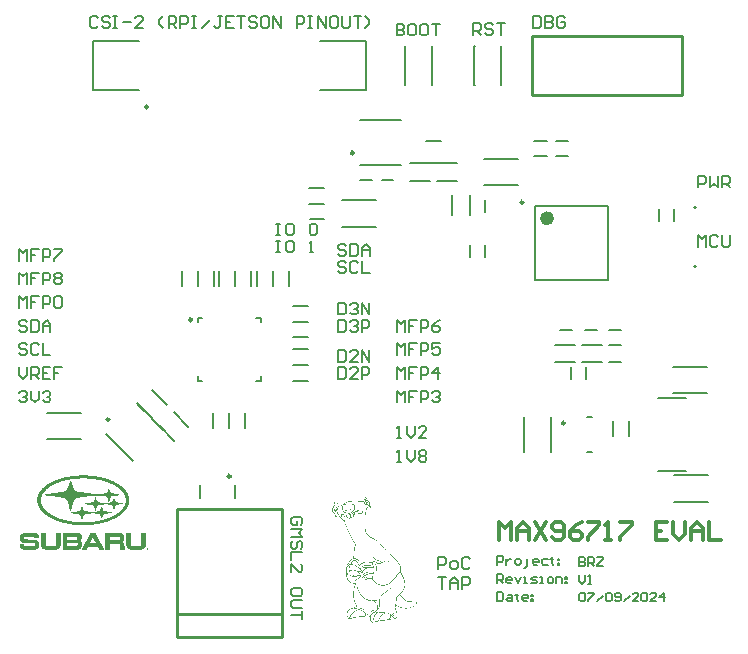
<source format=gto>
G04*
G04 #@! TF.GenerationSoftware,Altium Limited,Altium Designer,24.4.1 (13)*
G04*
G04 Layer_Color=65535*
%FSLAX44Y44*%
%MOMM*%
G71*
G04*
G04 #@! TF.SameCoordinates,2EB5ED4D-3302-4EB3-8F75-9365195E6A89*
G04*
G04*
G04 #@! TF.FilePolarity,Positive*
G04*
G01*
G75*
%ADD10C,0.2500*%
%ADD11C,0.1500*%
%ADD12C,0.6000*%
%ADD13C,0.2000*%
%ADD14C,0.2540*%
%ADD15C,0.3500*%
G36*
X314780Y125226D02*
X314892D01*
Y125114D01*
X315116D01*
Y125002D01*
X315229D01*
Y124890D01*
X315453D01*
Y124777D01*
X315565D01*
Y124665D01*
X315678D01*
Y124553D01*
X315790D01*
Y124441D01*
X315902D01*
Y124328D01*
X316015D01*
Y124216D01*
X316127D01*
Y124104D01*
X316239D01*
Y123879D01*
X316351D01*
Y123767D01*
X316464D01*
Y123542D01*
X316576D01*
Y123430D01*
X316688D01*
Y123206D01*
X316800D01*
Y122757D01*
X316913D01*
Y122308D01*
X317025D01*
Y122195D01*
X317250D01*
Y122083D01*
X317474D01*
Y121971D01*
X317586D01*
Y121859D01*
X317699D01*
Y121746D01*
X317811D01*
Y121634D01*
X318035D01*
Y121522D01*
X318148D01*
Y121409D01*
X318260D01*
Y121297D01*
X318372D01*
Y121185D01*
X318484D01*
Y120960D01*
X318597D01*
Y120848D01*
X318709D01*
Y120624D01*
X318821D01*
Y120175D01*
X318934D01*
Y118940D01*
X318821D01*
Y118266D01*
X318709D01*
Y117929D01*
X318934D01*
Y117817D01*
X319270D01*
Y117705D01*
X319382D01*
Y117592D01*
X319607D01*
Y117480D01*
X319719D01*
Y117256D01*
X319832D01*
Y117143D01*
X319944D01*
Y116919D01*
X320056D01*
Y116582D01*
X320168D01*
Y116021D01*
X319944D01*
Y116133D01*
X319832D01*
Y116357D01*
X319719D01*
Y116582D01*
X319607D01*
Y116694D01*
X319495D01*
Y116919D01*
X319382D01*
Y117031D01*
X319270D01*
Y117143D01*
X319158D01*
Y117256D01*
X319046D01*
Y117368D01*
X318934D01*
Y117480D01*
X318821D01*
Y117592D01*
X318709D01*
Y117705D01*
X318484D01*
Y117592D01*
X318372D01*
Y117480D01*
X318260D01*
Y117368D01*
X318148D01*
Y117143D01*
X318035D01*
Y117031D01*
X317923D01*
Y116919D01*
X317811D01*
Y116806D01*
X317699D01*
Y116582D01*
X317586D01*
Y116470D01*
X317474D01*
Y116357D01*
X317362D01*
Y116133D01*
X317250D01*
Y116021D01*
X317137D01*
Y115796D01*
X317025D01*
Y115684D01*
X316913D01*
Y115459D01*
X316800D01*
Y115235D01*
X316688D01*
Y115010D01*
X316576D01*
Y114674D01*
X316464D01*
Y114449D01*
X316351D01*
Y114112D01*
X316239D01*
Y113663D01*
X316127D01*
Y113214D01*
X316015D01*
Y112765D01*
X315902D01*
Y112316D01*
X315790D01*
Y111755D01*
X315678D01*
Y111081D01*
X315565D01*
Y110407D01*
X315453D01*
Y109621D01*
X315341D01*
Y108499D01*
X315229D01*
Y106478D01*
X315116D01*
Y99293D01*
X315229D01*
Y98283D01*
X315341D01*
Y97497D01*
X315453D01*
Y96823D01*
X315565D01*
Y96262D01*
X315678D01*
Y95813D01*
X315790D01*
Y95476D01*
X315902D01*
Y95139D01*
X316015D01*
Y94802D01*
X316127D01*
Y94578D01*
X316239D01*
Y94353D01*
X316351D01*
Y94129D01*
X316464D01*
Y93904D01*
X316576D01*
Y93792D01*
X316688D01*
Y93567D01*
X316800D01*
Y93455D01*
X316913D01*
Y93343D01*
X317025D01*
Y93231D01*
X317137D01*
Y93006D01*
X317250D01*
Y92894D01*
X317362D01*
Y92782D01*
X317474D01*
Y92669D01*
X317586D01*
Y92557D01*
X317699D01*
Y92445D01*
X317923D01*
Y92333D01*
X318035D01*
Y92220D01*
X318148D01*
Y92108D01*
X318260D01*
Y91996D01*
X318484D01*
Y91883D01*
X318597D01*
Y91771D01*
X318821D01*
Y91659D01*
X318934D01*
Y91547D01*
X319158D01*
Y91434D01*
X319270D01*
Y91322D01*
X319495D01*
Y91210D01*
X319719D01*
Y91098D01*
X319944D01*
Y90985D01*
X320056D01*
Y90873D01*
X320281D01*
Y90761D01*
X320505D01*
Y90649D01*
X320730D01*
Y90536D01*
X320954D01*
Y90424D01*
X321179D01*
Y90312D01*
X321291D01*
Y90199D01*
X321516D01*
Y90087D01*
X321740D01*
Y89975D01*
X321965D01*
Y89863D01*
X322189D01*
Y89750D01*
X322414D01*
Y89638D01*
X322638D01*
Y89526D01*
X322863D01*
Y89414D01*
X322975D01*
Y89301D01*
X323200D01*
Y89189D01*
X323424D01*
Y89077D01*
X323649D01*
Y88965D01*
X323873D01*
Y88852D01*
X324098D01*
Y88740D01*
X324322D01*
Y88628D01*
X324435D01*
Y88516D01*
X324659D01*
Y88403D01*
X324884D01*
Y88291D01*
X325108D01*
Y88179D01*
X325220D01*
Y88067D01*
X325445D01*
Y87954D01*
X325557D01*
Y87842D01*
X325669D01*
Y87730D01*
X325894D01*
Y87617D01*
X326006D01*
Y87505D01*
X326119D01*
Y87393D01*
X326231D01*
Y87281D01*
X326343D01*
Y87168D01*
X326455D01*
Y87056D01*
X326567D01*
Y86944D01*
X326680D01*
Y86832D01*
X326792D01*
Y86719D01*
X326904D01*
Y86607D01*
X327017D01*
Y86495D01*
X327129D01*
Y86383D01*
X327241D01*
Y86270D01*
X327353D01*
Y86046D01*
X327466D01*
Y85933D01*
X327578D01*
Y85821D01*
X327690D01*
Y85709D01*
X327803D01*
Y85597D01*
X327915D01*
Y85484D01*
X328027D01*
Y85260D01*
X328139D01*
Y85148D01*
X328251D01*
Y85035D01*
X328364D01*
Y84811D01*
X328476D01*
Y84698D01*
X328588D01*
Y84586D01*
X328701D01*
Y84362D01*
X328813D01*
Y84249D01*
X328925D01*
Y84137D01*
X329037D01*
Y83913D01*
X329150D01*
Y83800D01*
X329262D01*
Y83688D01*
X329374D01*
Y83576D01*
X329487D01*
Y83351D01*
X329599D01*
Y83239D01*
X329711D01*
Y83127D01*
X329823D01*
Y83014D01*
X329935D01*
Y82902D01*
X330048D01*
Y82790D01*
X330160D01*
Y82678D01*
X330272D01*
Y82453D01*
X330385D01*
Y82341D01*
X330497D01*
Y82229D01*
X330609D01*
Y82116D01*
X330721D01*
Y82004D01*
X330834D01*
Y81892D01*
X330946D01*
Y81780D01*
X331058D01*
Y81667D01*
X331171D01*
Y81555D01*
X331283D01*
Y81443D01*
X331395D01*
Y81330D01*
X331507D01*
Y81218D01*
X331619D01*
Y81106D01*
X331732D01*
Y80994D01*
X331844D01*
Y80881D01*
X331956D01*
Y80769D01*
X332069D01*
Y80657D01*
X332181D01*
Y80545D01*
X332293D01*
Y80432D01*
X332405D01*
Y80320D01*
X332518D01*
Y80208D01*
X332630D01*
Y80096D01*
X332742D01*
Y79983D01*
X332854D01*
Y79871D01*
X332967D01*
Y79759D01*
X333079D01*
Y79647D01*
X333191D01*
Y79534D01*
X333303D01*
Y79422D01*
X333416D01*
Y79310D01*
X333528D01*
Y79198D01*
X333640D01*
Y79085D01*
X333753D01*
Y78973D01*
X333865D01*
Y78861D01*
X333977D01*
Y78748D01*
X334089D01*
Y78636D01*
X334202D01*
Y78524D01*
X334314D01*
Y78412D01*
X334426D01*
Y78299D01*
X334538D01*
Y78187D01*
X334651D01*
Y78075D01*
X334763D01*
Y77963D01*
X334875D01*
Y77850D01*
X334987D01*
Y77738D01*
X335100D01*
Y77626D01*
X335212D01*
Y77513D01*
X335324D01*
Y77401D01*
X335437D01*
Y77289D01*
X335549D01*
Y77177D01*
X335661D01*
Y77064D01*
X335886D01*
Y76952D01*
X335998D01*
Y76840D01*
X336110D01*
Y76728D01*
X336222D01*
Y76615D01*
X336335D01*
Y76503D01*
X336447D01*
Y76391D01*
X336559D01*
Y76279D01*
X336671D01*
Y76166D01*
X336784D01*
Y76054D01*
X336896D01*
Y75942D01*
X337008D01*
Y75830D01*
X337121D01*
Y75717D01*
X337233D01*
Y75605D01*
X337345D01*
Y75493D01*
X337457D01*
Y75380D01*
X337570D01*
Y75268D01*
X337682D01*
Y75156D01*
X337794D01*
Y75044D01*
X337906D01*
Y74931D01*
X338019D01*
Y74819D01*
X338131D01*
Y74707D01*
X338243D01*
Y74595D01*
X338355D01*
Y74482D01*
X338580D01*
Y74370D01*
X338692D01*
Y74258D01*
X338805D01*
Y74145D01*
X338917D01*
Y74033D01*
X339029D01*
Y73921D01*
X339141D01*
Y73809D01*
X339254D01*
Y73696D01*
X339366D01*
Y73584D01*
X339478D01*
Y73472D01*
X339590D01*
Y73360D01*
X339703D01*
Y73247D01*
X339815D01*
Y73135D01*
X339927D01*
Y73023D01*
X340039D01*
Y72911D01*
X340152D01*
Y72798D01*
X340264D01*
Y72686D01*
X340376D01*
Y72574D01*
X340489D01*
Y72462D01*
X340601D01*
Y72349D01*
X340713D01*
Y72237D01*
X340825D01*
Y72125D01*
X340938D01*
Y72013D01*
X341050D01*
Y71900D01*
X341162D01*
Y71788D01*
X341274D01*
Y71676D01*
X341387D01*
Y71563D01*
X341499D01*
Y71451D01*
X341611D01*
Y71339D01*
X341723D01*
Y71227D01*
X341836D01*
Y71114D01*
X341948D01*
Y71002D01*
X342060D01*
Y70890D01*
X342173D01*
Y70778D01*
X342285D01*
Y70665D01*
X342397D01*
Y70441D01*
X342509D01*
Y70328D01*
X342622D01*
Y70216D01*
X342734D01*
Y70104D01*
X342846D01*
Y69992D01*
X342958D01*
Y69879D01*
X343071D01*
Y69767D01*
X343183D01*
Y69543D01*
X343295D01*
Y69430D01*
X343407D01*
Y69318D01*
X343520D01*
Y69206D01*
X343632D01*
Y68981D01*
X343744D01*
Y68869D01*
X343857D01*
Y68644D01*
X343969D01*
Y68532D01*
X344081D01*
Y68308D01*
X344193D01*
Y68195D01*
X344306D01*
Y67971D01*
X344418D01*
Y67746D01*
X344530D01*
Y67522D01*
X344642D01*
Y67297D01*
X344755D01*
Y67073D01*
X344867D01*
Y66736D01*
X344979D01*
Y66511D01*
X345091D01*
Y66175D01*
X345204D01*
Y65726D01*
X345316D01*
Y65276D01*
X345428D01*
Y64603D01*
X345541D01*
Y62582D01*
X345428D01*
Y62133D01*
X345316D01*
Y61796D01*
X345204D01*
Y61347D01*
X345316D01*
Y61123D01*
X345428D01*
Y60898D01*
X345541D01*
Y60786D01*
X345653D01*
Y60561D01*
X345765D01*
Y60449D01*
X345877D01*
Y60224D01*
X345989D01*
Y60000D01*
X346102D01*
Y59888D01*
X346214D01*
Y59663D01*
X346326D01*
Y59439D01*
X346439D01*
Y59214D01*
X346551D01*
Y58990D01*
X346663D01*
Y58765D01*
X346775D01*
Y58541D01*
X346888D01*
Y58316D01*
X347000D01*
Y58092D01*
X347112D01*
Y57867D01*
X347225D01*
Y57642D01*
X347337D01*
Y57418D01*
X347449D01*
Y57081D01*
X347561D01*
Y56857D01*
X347673D01*
Y56632D01*
X347786D01*
Y56295D01*
X347898D01*
Y55958D01*
X348010D01*
Y55734D01*
X348123D01*
Y55397D01*
X348235D01*
Y54948D01*
X348347D01*
Y54611D01*
X348459D01*
Y54162D01*
X348572D01*
Y53713D01*
X348684D01*
Y53152D01*
X348796D01*
Y52478D01*
X348908D01*
Y51131D01*
X349021D01*
Y50121D01*
X348908D01*
Y48998D01*
X348796D01*
Y48437D01*
X348684D01*
Y48100D01*
X348572D01*
Y47763D01*
X348459D01*
Y47538D01*
X348347D01*
Y47314D01*
X348235D01*
Y47089D01*
X348123D01*
Y46753D01*
X348010D01*
Y46640D01*
X347898D01*
Y46416D01*
X347786D01*
Y46191D01*
X347673D01*
Y45967D01*
X347561D01*
Y45855D01*
X347449D01*
Y45630D01*
X347337D01*
Y45518D01*
X347225D01*
Y45293D01*
X347112D01*
Y45181D01*
X347000D01*
Y44956D01*
X346888D01*
Y44844D01*
X346775D01*
Y44732D01*
X346663D01*
Y44620D01*
X346551D01*
Y44395D01*
X346439D01*
Y44283D01*
X346326D01*
Y44170D01*
X346214D01*
Y44058D01*
X346102D01*
Y43834D01*
X345989D01*
Y43721D01*
X345877D01*
Y43609D01*
X345765D01*
Y43497D01*
X345653D01*
Y43385D01*
X345541D01*
Y43272D01*
X345428D01*
Y43160D01*
X345316D01*
Y43048D01*
X345204D01*
Y42823D01*
X345091D01*
Y42711D01*
X344979D01*
Y42599D01*
X344867D01*
Y42150D01*
X344979D01*
Y41925D01*
X345091D01*
Y41813D01*
X345204D01*
Y41588D01*
X345316D01*
Y41476D01*
X345428D01*
Y41364D01*
X345541D01*
Y41252D01*
X345653D01*
Y41027D01*
X345765D01*
Y40915D01*
X345877D01*
Y40803D01*
X345989D01*
Y40690D01*
X346102D01*
Y40578D01*
X346214D01*
Y40466D01*
X346326D01*
Y40353D01*
X346439D01*
Y40241D01*
X346551D01*
Y40129D01*
X346663D01*
Y40017D01*
X346775D01*
Y39792D01*
X346888D01*
Y39680D01*
X347000D01*
Y39568D01*
X347112D01*
Y39455D01*
X347225D01*
Y39343D01*
X347337D01*
Y39231D01*
X347449D01*
Y39119D01*
X347561D01*
Y39006D01*
X347673D01*
Y38894D01*
X347786D01*
Y38782D01*
X347898D01*
Y38670D01*
X348123D01*
Y38557D01*
X348235D01*
Y38445D01*
X348347D01*
Y38333D01*
X348459D01*
Y38220D01*
X348572D01*
Y38108D01*
X348796D01*
Y37996D01*
X348908D01*
Y37884D01*
X349021D01*
Y37771D01*
X349245D01*
Y37659D01*
X349357D01*
Y37547D01*
X349582D01*
Y37435D01*
X349694D01*
Y37322D01*
X349919D01*
Y37210D01*
X350143D01*
Y37098D01*
X350480D01*
Y36985D01*
X350705D01*
Y36873D01*
X351041D01*
Y36761D01*
X351491D01*
Y36649D01*
X352725D01*
Y36537D01*
X354859D01*
Y36424D01*
X357104D01*
Y36312D01*
X358002D01*
Y36200D01*
X358227D01*
Y36087D01*
X358451D01*
Y35975D01*
X358563D01*
Y35751D01*
X358676D01*
Y35301D01*
X358788D01*
Y34852D01*
X358676D01*
Y34291D01*
X358563D01*
Y34067D01*
X358451D01*
Y33954D01*
X358339D01*
Y33730D01*
X358227D01*
Y33617D01*
X358114D01*
Y33505D01*
X358002D01*
Y33393D01*
X357890D01*
Y33281D01*
X357777D01*
Y33168D01*
X357665D01*
Y33056D01*
X357553D01*
Y32944D01*
X357441D01*
Y32832D01*
X357328D01*
Y32719D01*
X357216D01*
Y32607D01*
X357104D01*
Y32495D01*
X356879D01*
Y32383D01*
X356767D01*
Y32270D01*
X356543D01*
Y32158D01*
X356318D01*
Y32046D01*
X355981D01*
Y31934D01*
X355644D01*
Y31821D01*
X355308D01*
Y31709D01*
X355083D01*
Y31597D01*
X354746D01*
Y31484D01*
X354297D01*
Y31372D01*
X353960D01*
Y31260D01*
X353511D01*
Y31148D01*
X353062D01*
Y31035D01*
X352613D01*
Y30923D01*
X352052D01*
Y30811D01*
X351603D01*
Y30699D01*
X351041D01*
Y30586D01*
X350143D01*
Y30474D01*
X348572D01*
Y30586D01*
X347673D01*
Y30699D01*
X347000D01*
Y30811D01*
X346439D01*
Y30923D01*
X345877D01*
Y31035D01*
X345428D01*
Y31148D01*
X345091D01*
Y31260D01*
X344755D01*
Y31372D01*
X344418D01*
Y31484D01*
X344081D01*
Y31597D01*
X343857D01*
Y31709D01*
X343632D01*
Y31821D01*
X343407D01*
Y31934D01*
X343183D01*
Y32046D01*
X342958D01*
Y32158D01*
X342734D01*
Y32270D01*
X342509D01*
Y32383D01*
X342397D01*
Y32495D01*
X342173D01*
Y32607D01*
X342060D01*
Y32719D01*
X341836D01*
Y32832D01*
X341611D01*
Y32944D01*
X341499D01*
Y33056D01*
X341162D01*
Y32944D01*
X341050D01*
Y32495D01*
X340938D01*
Y32046D01*
X340825D01*
Y31484D01*
X340713D01*
Y31148D01*
X340825D01*
Y30811D01*
X340938D01*
Y30474D01*
X341050D01*
Y30137D01*
X341162D01*
Y29801D01*
X341274D01*
Y29351D01*
X341387D01*
Y29015D01*
X341499D01*
Y28678D01*
X341611D01*
Y28341D01*
X341723D01*
Y28004D01*
X341836D01*
Y27555D01*
X341948D01*
Y27106D01*
X342060D01*
Y26657D01*
X342173D01*
Y25871D01*
X342285D01*
Y23738D01*
X342173D01*
Y23289D01*
X342060D01*
Y23065D01*
X341948D01*
Y22952D01*
X341836D01*
Y22840D01*
X341723D01*
Y22615D01*
X341611D01*
Y22503D01*
X341499D01*
Y22391D01*
X341274D01*
Y22279D01*
X341162D01*
Y22166D01*
X340938D01*
Y22054D01*
X340713D01*
Y21942D01*
X340489D01*
Y21830D01*
X340152D01*
Y21717D01*
X339815D01*
Y21605D01*
X339254D01*
Y21493D01*
X338692D01*
Y21381D01*
X337682D01*
Y21268D01*
X336559D01*
Y21156D01*
X335437D01*
Y21044D01*
X334538D01*
Y20931D01*
X333977D01*
Y20819D01*
X333528D01*
Y20707D01*
X332967D01*
Y20595D01*
X332518D01*
Y20482D01*
X331956D01*
Y20370D01*
X331171D01*
Y20258D01*
X330385D01*
Y20146D01*
X329599D01*
Y20033D01*
X328701D01*
Y19921D01*
X327803D01*
Y19809D01*
X327129D01*
Y19697D01*
X326343D01*
Y19584D01*
X325557D01*
Y19472D01*
X324996D01*
Y19360D01*
X324435D01*
Y19247D01*
X323985D01*
Y19135D01*
X323536D01*
Y19023D01*
X322975D01*
Y18911D01*
X322526D01*
Y18799D01*
X322077D01*
Y18686D01*
X321628D01*
Y18574D01*
X321291D01*
Y18686D01*
X321067D01*
Y18799D01*
X320842D01*
Y18911D01*
X320730D01*
Y19023D01*
X320505D01*
Y19135D01*
X320393D01*
Y19247D01*
X320281D01*
Y19360D01*
X320168D01*
Y19472D01*
X320056D01*
Y19697D01*
X319944D01*
Y19809D01*
X319832D01*
Y19921D01*
X319719D01*
Y20146D01*
X319607D01*
Y20370D01*
X319495D01*
Y20595D01*
X319382D01*
Y20819D01*
X319270D01*
Y21156D01*
X319158D01*
Y21493D01*
X319046D01*
Y22615D01*
X318934D01*
Y23177D01*
X318372D01*
Y23065D01*
X315678D01*
Y23177D01*
X315116D01*
Y23289D01*
X314667D01*
Y23401D01*
X310289D01*
Y23289D01*
X309391D01*
Y23177D01*
X308605D01*
Y23065D01*
X307931D01*
Y22952D01*
X307258D01*
Y22840D01*
X306696D01*
Y22728D01*
X306247D01*
Y22615D01*
X305798D01*
Y22503D01*
X305349D01*
Y22391D01*
X304900D01*
Y22279D01*
X304451D01*
Y22166D01*
X304114D01*
Y22054D01*
X303778D01*
Y21942D01*
X303441D01*
Y21830D01*
X303104D01*
Y21717D01*
X302767D01*
Y21605D01*
X302430D01*
Y21493D01*
X302094D01*
Y21381D01*
X301757D01*
Y21268D01*
X301308D01*
Y21381D01*
X301196D01*
Y21493D01*
X301083D01*
Y21605D01*
X300971D01*
Y21717D01*
X300859D01*
Y21830D01*
X300746D01*
Y21942D01*
X300634D01*
Y22166D01*
X300522D01*
Y22279D01*
X300410D01*
Y22503D01*
X300297D01*
Y22728D01*
X300185D01*
Y22952D01*
X300073D01*
Y23065D01*
X299961D01*
Y23401D01*
X299848D01*
Y23626D01*
X299736D01*
Y23963D01*
X299624D01*
Y24412D01*
X299512D01*
Y25085D01*
X299399D01*
Y26096D01*
X299512D01*
Y26769D01*
X299624D01*
Y27218D01*
X299736D01*
Y27555D01*
X299848D01*
Y27892D01*
X299961D01*
Y28117D01*
X300073D01*
Y28341D01*
X300185D01*
Y28453D01*
X300297D01*
Y28678D01*
X300410D01*
Y28790D01*
X300522D01*
Y28902D01*
X300634D01*
Y29127D01*
X300746D01*
Y29239D01*
X300859D01*
Y29351D01*
X300971D01*
Y29464D01*
X301196D01*
Y29576D01*
X301308D01*
Y29688D01*
X301420D01*
Y29801D01*
X301644D01*
Y29913D01*
X301869D01*
Y30025D01*
X301981D01*
Y30137D01*
X302206D01*
Y30250D01*
X302543D01*
Y30362D01*
X302767D01*
Y30474D01*
X303104D01*
Y30586D01*
X303441D01*
Y30699D01*
X303778D01*
Y30811D01*
X304339D01*
Y30923D01*
X304900D01*
Y31035D01*
X305349D01*
Y31148D01*
X305574D01*
Y31260D01*
X305686D01*
Y31372D01*
X305798D01*
Y31484D01*
X305911D01*
Y31597D01*
X306135D01*
Y31709D01*
X306247D01*
Y31821D01*
X306360D01*
Y31934D01*
X306472D01*
Y32046D01*
X306696D01*
Y32158D01*
X306921D01*
Y32270D01*
X307146D01*
Y32383D01*
X307482D01*
Y32495D01*
X307595D01*
Y32719D01*
X307482D01*
Y32944D01*
X307370D01*
Y33168D01*
X307258D01*
Y33393D01*
X307146D01*
Y33617D01*
X307033D01*
Y33842D01*
X306921D01*
Y34067D01*
X306809D01*
Y34291D01*
X306696D01*
Y34516D01*
X306584D01*
Y34852D01*
X306472D01*
Y35077D01*
X306360D01*
Y35414D01*
X306247D01*
Y35751D01*
X306135D01*
Y36087D01*
X306023D01*
Y36424D01*
X305911D01*
Y36873D01*
X305798D01*
Y37210D01*
X305686D01*
Y37659D01*
X305574D01*
Y38108D01*
X305462D01*
Y38557D01*
X305349D01*
Y39006D01*
X305237D01*
Y39568D01*
X305125D01*
Y42711D01*
X305012D01*
Y43834D01*
X305125D01*
Y45518D01*
X305237D01*
Y46191D01*
X305349D01*
Y46865D01*
X305462D01*
Y47426D01*
X305574D01*
Y47875D01*
X305686D01*
Y48324D01*
X305798D01*
Y48773D01*
X305911D01*
Y49110D01*
X306023D01*
Y49559D01*
X306135D01*
Y49896D01*
X306247D01*
Y50233D01*
X306360D01*
Y50570D01*
X306472D01*
Y51019D01*
X306584D01*
Y51356D01*
X306247D01*
Y51468D01*
X305574D01*
Y51580D01*
X305012D01*
Y51692D01*
X304451D01*
Y51805D01*
X304002D01*
Y51917D01*
X303665D01*
Y52029D01*
X303328D01*
Y52141D01*
X303104D01*
Y52254D01*
X302880D01*
Y52366D01*
X302655D01*
Y52478D01*
X302430D01*
Y52590D01*
X302206D01*
Y52703D01*
X302094D01*
Y52815D01*
X301869D01*
Y52927D01*
X301757D01*
Y53039D01*
X301644D01*
Y53152D01*
X301532D01*
Y53264D01*
X301420D01*
Y53376D01*
X301308D01*
Y53489D01*
X301196D01*
Y53601D01*
X301083D01*
Y53713D01*
X300971D01*
Y53825D01*
X300859D01*
Y53938D01*
X300746D01*
Y54162D01*
X300634D01*
Y54275D01*
X300522D01*
Y54387D01*
X300410D01*
Y54611D01*
X300297D01*
Y54836D01*
X300185D01*
Y54948D01*
X300073D01*
Y55173D01*
X299961D01*
Y55397D01*
X299848D01*
Y55734D01*
X299736D01*
Y55958D01*
X299624D01*
Y56183D01*
X299512D01*
Y56520D01*
X299399D01*
Y56857D01*
X299287D01*
Y57193D01*
X299175D01*
Y57642D01*
X299062D01*
Y58316D01*
X298950D01*
Y59102D01*
X298838D01*
Y63929D01*
X298950D01*
Y64827D01*
X299062D01*
Y65389D01*
X299175D01*
Y65950D01*
X299287D01*
Y66287D01*
X299399D01*
Y66624D01*
X299512D01*
Y66961D01*
X299624D01*
Y67185D01*
X299736D01*
Y67522D01*
X299848D01*
Y67746D01*
X299961D01*
Y67971D01*
X300073D01*
Y68195D01*
X300185D01*
Y68308D01*
X300297D01*
Y68532D01*
X300410D01*
Y68757D01*
X300522D01*
Y68869D01*
X300634D01*
Y69093D01*
X300746D01*
Y69206D01*
X300859D01*
Y69430D01*
X300971D01*
Y69543D01*
X301083D01*
Y69655D01*
X301196D01*
Y69879D01*
X301308D01*
Y69992D01*
X301420D01*
Y70104D01*
X301532D01*
Y70216D01*
X301644D01*
Y70328D01*
X301757D01*
Y70441D01*
X301869D01*
Y70665D01*
X301981D01*
Y70778D01*
X302094D01*
Y70890D01*
X302206D01*
Y71002D01*
X302318D01*
Y71114D01*
X302430D01*
Y71227D01*
X302543D01*
Y71339D01*
X302655D01*
Y71451D01*
X302767D01*
Y71563D01*
X302992D01*
Y71676D01*
X303104D01*
Y71788D01*
X303216D01*
Y71900D01*
X303328D01*
Y72013D01*
X303441D01*
Y72125D01*
X303553D01*
Y72237D01*
X303778D01*
Y72349D01*
X303890D01*
Y72462D01*
X304002D01*
Y72574D01*
X304114D01*
Y72686D01*
X304339D01*
Y72798D01*
X304451D01*
Y72911D01*
X304563D01*
Y73023D01*
X304788D01*
Y73135D01*
X304900D01*
Y73247D01*
X305012D01*
Y73472D01*
X305125D01*
Y74931D01*
X305237D01*
Y77064D01*
X305349D01*
Y78187D01*
X305462D01*
Y79198D01*
X305574D01*
Y79983D01*
X305686D01*
Y80769D01*
X305798D01*
Y81330D01*
X305911D01*
Y82004D01*
X306023D01*
Y82565D01*
X306135D01*
Y83014D01*
X306247D01*
Y83464D01*
X306360D01*
Y84025D01*
X306472D01*
Y84586D01*
X306584D01*
Y84698D01*
X306472D01*
Y85035D01*
X306360D01*
Y85260D01*
X306247D01*
Y85372D01*
X306135D01*
Y85597D01*
X306023D01*
Y85821D01*
X305911D01*
Y85933D01*
X305798D01*
Y86158D01*
X305686D01*
Y86270D01*
X305574D01*
Y86495D01*
X305462D01*
Y86607D01*
X305349D01*
Y86832D01*
X305237D01*
Y87056D01*
X305125D01*
Y87168D01*
X305012D01*
Y87393D01*
X304900D01*
Y87617D01*
X304788D01*
Y87730D01*
X304676D01*
Y87954D01*
X304563D01*
Y88179D01*
X304451D01*
Y88291D01*
X304339D01*
Y88516D01*
X304227D01*
Y88740D01*
X304114D01*
Y88965D01*
X304002D01*
Y89189D01*
X303890D01*
Y89414D01*
X303778D01*
Y89526D01*
X303665D01*
Y89750D01*
X303553D01*
Y89975D01*
X303441D01*
Y90199D01*
X303328D01*
Y90424D01*
X303216D01*
Y90649D01*
X303104D01*
Y90873D01*
X302992D01*
Y91098D01*
X302880D01*
Y91322D01*
X302767D01*
Y91547D01*
X302655D01*
Y91771D01*
X302543D01*
Y91996D01*
X302430D01*
Y92220D01*
X302318D01*
Y92445D01*
X302206D01*
Y92669D01*
X302094D01*
Y92894D01*
X301981D01*
Y93118D01*
X301869D01*
Y93343D01*
X301757D01*
Y93567D01*
X301644D01*
Y93904D01*
X301532D01*
Y94129D01*
X301420D01*
Y94353D01*
X301308D01*
Y94578D01*
X301196D01*
Y94802D01*
X301083D01*
Y95027D01*
X300971D01*
Y95252D01*
X300859D01*
Y95588D01*
X300746D01*
Y95813D01*
X300634D01*
Y96037D01*
X300522D01*
Y96262D01*
X300410D01*
Y96599D01*
X300297D01*
Y96823D01*
X300185D01*
Y97048D01*
X300073D01*
Y97385D01*
X299961D01*
Y97609D01*
X299848D01*
Y97834D01*
X299736D01*
Y98058D01*
X299624D01*
Y98395D01*
X299512D01*
Y98619D01*
X299399D01*
Y98956D01*
X299287D01*
Y99181D01*
X299175D01*
Y99405D01*
X299062D01*
Y99742D01*
X298950D01*
Y99967D01*
X298838D01*
Y100303D01*
X298726D01*
Y100528D01*
X298613D01*
Y100865D01*
X298501D01*
Y101089D01*
X298389D01*
Y101426D01*
X298277D01*
Y101763D01*
X298164D01*
Y101987D01*
X298052D01*
Y102324D01*
X297940D01*
Y102661D01*
X297827D01*
Y102886D01*
X297715D01*
Y103222D01*
X297603D01*
Y103447D01*
X297491D01*
Y103784D01*
X297378D01*
Y104121D01*
X297266D01*
Y104457D01*
X297154D01*
Y104682D01*
X297042D01*
Y104794D01*
X296929D01*
Y104906D01*
X296817D01*
Y105019D01*
X296705D01*
Y105131D01*
X296593D01*
Y105243D01*
X296480D01*
Y105355D01*
X296256D01*
Y105468D01*
X296143D01*
Y105580D01*
X296031D01*
Y105692D01*
X295807D01*
Y105805D01*
X295695D01*
Y105917D01*
X295582D01*
Y106029D01*
X295358D01*
Y106141D01*
X295245D01*
Y106253D01*
X295133D01*
Y106366D01*
X295021D01*
Y106478D01*
X294909D01*
Y106590D01*
X294796D01*
Y106703D01*
X294684D01*
Y106815D01*
X294572D01*
Y106927D01*
X294459D01*
Y107039D01*
X294347D01*
Y107152D01*
X294235D01*
Y107264D01*
X294123D01*
Y107488D01*
X294011D01*
Y107601D01*
X293898D01*
Y107825D01*
X293786D01*
Y107937D01*
X293674D01*
Y108050D01*
X293561D01*
Y108274D01*
X293449D01*
Y108387D01*
X293337D01*
Y108611D01*
X293225D01*
Y108723D01*
X293112D01*
Y108836D01*
X293000D01*
Y108948D01*
X292888D01*
Y109060D01*
X292775D01*
Y109285D01*
X292663D01*
Y109397D01*
X292551D01*
Y109509D01*
X292439D01*
Y109621D01*
X292327D01*
Y109734D01*
X292214D01*
Y109846D01*
X292102D01*
Y109958D01*
X291990D01*
Y110071D01*
X291877D01*
Y110183D01*
X291765D01*
Y110295D01*
X291653D01*
Y110407D01*
X291428D01*
Y110295D01*
X291316D01*
Y110071D01*
X291204D01*
Y108387D01*
X291316D01*
Y107039D01*
X291428D01*
Y106478D01*
X291316D01*
Y106590D01*
X291204D01*
Y106815D01*
X291091D01*
Y107039D01*
X290979D01*
Y107376D01*
X290867D01*
Y107937D01*
X290755D01*
Y109172D01*
X290867D01*
Y110071D01*
X290979D01*
Y110183D01*
X290306D01*
Y109397D01*
X290193D01*
Y108948D01*
X290081D01*
Y108499D01*
X289969D01*
Y108050D01*
X289857D01*
Y107713D01*
X289744D01*
Y107488D01*
X289632D01*
Y107601D01*
X289520D01*
Y108162D01*
X289632D01*
Y108836D01*
X289744D01*
Y109285D01*
X289857D01*
Y109734D01*
X289969D01*
Y110183D01*
X289857D01*
Y110295D01*
X289744D01*
Y110407D01*
X289408D01*
Y110520D01*
X288958D01*
Y110632D01*
X288734D01*
Y110744D01*
X288509D01*
Y110856D01*
X288397D01*
Y110969D01*
X288285D01*
Y111081D01*
X288173D01*
Y111193D01*
X288060D01*
Y111306D01*
X287948D01*
Y111418D01*
X287836D01*
Y111530D01*
X287724D01*
Y111755D01*
X287611D01*
Y111867D01*
X287499D01*
Y112091D01*
X287387D01*
Y112316D01*
X287274D01*
Y112653D01*
X287162D01*
Y112990D01*
X287050D01*
Y113775D01*
X286938D01*
Y114561D01*
X287050D01*
Y115122D01*
X287162D01*
Y115459D01*
X287274D01*
Y115796D01*
X287387D01*
Y116021D01*
X287499D01*
Y116245D01*
X287611D01*
Y116357D01*
X287724D01*
Y116582D01*
X287836D01*
Y116694D01*
X287948D01*
Y116806D01*
X288060D01*
Y116919D01*
X288173D01*
Y117143D01*
X288285D01*
Y117256D01*
X288509D01*
Y117368D01*
X288622D01*
Y117480D01*
X288734D01*
Y117592D01*
X288846D01*
Y117929D01*
X288734D01*
Y118603D01*
X288622D01*
Y119725D01*
X288734D01*
Y119950D01*
X288846D01*
Y120175D01*
X288958D01*
Y120287D01*
X289071D01*
Y120399D01*
X289183D01*
Y120511D01*
X289295D01*
Y120624D01*
X289408D01*
Y120736D01*
X289632D01*
Y120848D01*
X289744D01*
Y120960D01*
X289969D01*
Y121073D01*
X290306D01*
Y121185D01*
X290418D01*
Y120960D01*
X290306D01*
Y120848D01*
X290193D01*
Y120736D01*
X290081D01*
Y120624D01*
X289969D01*
Y120511D01*
X289857D01*
Y120399D01*
X289744D01*
Y120287D01*
X289632D01*
Y120175D01*
X289520D01*
Y120062D01*
X289408D01*
Y119950D01*
X289295D01*
Y119725D01*
X289183D01*
Y119389D01*
X289071D01*
Y118041D01*
X289183D01*
Y117705D01*
X289408D01*
Y117817D01*
X289520D01*
Y117929D01*
X289632D01*
Y118154D01*
X289744D01*
Y118378D01*
X289857D01*
Y118490D01*
X289969D01*
Y118603D01*
X290081D01*
Y118715D01*
X290193D01*
Y118827D01*
X290306D01*
Y118940D01*
X290418D01*
Y119052D01*
X290530D01*
Y119164D01*
X290643D01*
Y119276D01*
X290755D01*
Y119389D01*
X290979D01*
Y119501D01*
X291091D01*
Y119613D01*
X291316D01*
Y119725D01*
X291653D01*
Y119838D01*
X291990D01*
Y119950D01*
X292439D01*
Y119838D01*
X292551D01*
Y119725D01*
X292439D01*
Y119613D01*
X292214D01*
Y119501D01*
X291990D01*
Y119389D01*
X291765D01*
Y119276D01*
X291541D01*
Y119164D01*
X291428D01*
Y119052D01*
X291204D01*
Y118940D01*
X291091D01*
Y118827D01*
X290867D01*
Y118715D01*
X290755D01*
Y118603D01*
X290530D01*
Y118490D01*
X290418D01*
Y118378D01*
X290306D01*
Y118266D01*
X290193D01*
Y118154D01*
X290081D01*
Y118041D01*
X289969D01*
Y117929D01*
X289857D01*
Y117817D01*
X289744D01*
Y117705D01*
X290081D01*
Y117592D01*
X290867D01*
Y117480D01*
X292214D01*
Y117368D01*
X293898D01*
Y117480D01*
X294123D01*
Y117592D01*
X294347D01*
Y117705D01*
X294572D01*
Y117817D01*
X294796D01*
Y117929D01*
X294909D01*
Y118041D01*
X295133D01*
Y118154D01*
X295358D01*
Y118266D01*
X295470D01*
Y118378D01*
X295695D01*
Y118490D01*
X295807D01*
Y118603D01*
X296031D01*
Y118715D01*
X296256D01*
Y118827D01*
X296368D01*
Y118940D01*
X296593D01*
Y119052D01*
X296705D01*
Y119164D01*
X296929D01*
Y119276D01*
X297042D01*
Y119389D01*
X297266D01*
Y119501D01*
X297378D01*
Y119613D01*
X297603D01*
Y119725D01*
X297827D01*
Y119838D01*
X298052D01*
Y119950D01*
X298164D01*
Y120062D01*
X298389D01*
Y120175D01*
X298501D01*
Y120287D01*
X298726D01*
Y120399D01*
X298950D01*
Y120511D01*
X299175D01*
Y120624D01*
X299399D01*
Y120736D01*
X299736D01*
Y120848D01*
X299961D01*
Y120960D01*
X300297D01*
Y121073D01*
X300634D01*
Y121185D01*
X300971D01*
Y121297D01*
X301420D01*
Y121409D01*
X301981D01*
Y121522D01*
X302655D01*
Y121634D01*
X303553D01*
Y121746D01*
X304900D01*
Y121859D01*
X305462D01*
Y121746D01*
X307819D01*
Y121634D01*
X308942D01*
Y121522D01*
X309840D01*
Y121409D01*
X310738D01*
Y121297D01*
X313657D01*
Y121409D01*
X313881D01*
Y121522D01*
X314106D01*
Y121634D01*
X314331D01*
Y121746D01*
X314555D01*
Y121859D01*
X314667D01*
Y121971D01*
X314892D01*
Y122083D01*
X315116D01*
Y122195D01*
X315341D01*
Y122308D01*
X315453D01*
Y122420D01*
X315116D01*
Y122532D01*
X314892D01*
Y122644D01*
X314667D01*
Y122757D01*
X313881D01*
Y122869D01*
X313657D01*
Y123093D01*
X313769D01*
Y123206D01*
X314892D01*
Y123093D01*
X315116D01*
Y122981D01*
X315341D01*
Y122869D01*
X315453D01*
Y122757D01*
X315565D01*
Y122644D01*
X315678D01*
Y122532D01*
X315902D01*
Y122420D01*
X316239D01*
Y122308D01*
X316576D01*
Y122420D01*
X316688D01*
Y122532D01*
X316576D01*
Y122757D01*
X316464D01*
Y122981D01*
X316351D01*
Y123093D01*
X316239D01*
Y123318D01*
X316127D01*
Y123430D01*
X316015D01*
Y123542D01*
X315902D01*
Y123655D01*
X315790D01*
Y123767D01*
X315678D01*
Y123879D01*
X315565D01*
Y124104D01*
X315453D01*
Y124216D01*
X315341D01*
Y124328D01*
X315229D01*
Y124441D01*
X315116D01*
Y124553D01*
X315004D01*
Y124665D01*
X314892D01*
Y124777D01*
X314667D01*
Y124890D01*
X314555D01*
Y125002D01*
X314443D01*
Y125114D01*
X314218D01*
Y125226D01*
X314106D01*
Y125339D01*
X314780D01*
Y125226D01*
D02*
G37*
G36*
X318597Y117143D02*
X318821D01*
Y117031D01*
X319046D01*
Y116919D01*
X319158D01*
Y116806D01*
X319270D01*
Y116694D01*
X319495D01*
Y116470D01*
X319607D01*
Y116357D01*
X319719D01*
Y116133D01*
X319832D01*
Y115796D01*
X319607D01*
Y115908D01*
X319495D01*
Y116021D01*
X319382D01*
Y116133D01*
X319270D01*
Y116245D01*
X319158D01*
Y116357D01*
X319046D01*
Y116470D01*
X318934D01*
Y116582D01*
X318821D01*
Y116694D01*
X318709D01*
Y116806D01*
X318597D01*
Y116919D01*
X318484D01*
Y117031D01*
X318372D01*
Y117143D01*
X318260D01*
Y117256D01*
X318597D01*
Y117143D01*
D02*
G37*
G36*
X80281Y143121D02*
X82310D01*
Y142986D01*
X83662D01*
Y142851D01*
X84880D01*
Y142716D01*
X85962D01*
Y142580D01*
X86909D01*
Y142445D01*
X87720D01*
Y142310D01*
X88532D01*
Y142174D01*
X89344D01*
Y142039D01*
X90020D01*
Y141904D01*
X90696D01*
Y141769D01*
X91373D01*
Y141633D01*
X91914D01*
Y141498D01*
X92455D01*
Y141363D01*
X92996D01*
Y141228D01*
X93537D01*
Y141092D01*
X93943D01*
Y140957D01*
X94484D01*
Y140822D01*
X94890D01*
Y140686D01*
X95431D01*
Y140551D01*
X95837D01*
Y140416D01*
X96243D01*
Y140281D01*
X96648D01*
Y140145D01*
X97054D01*
Y140010D01*
X97460D01*
Y139875D01*
X97866D01*
Y139740D01*
X98272D01*
Y139604D01*
X98542D01*
Y139469D01*
X98948D01*
Y139334D01*
X99354D01*
Y139199D01*
X99624D01*
Y139063D01*
X100030D01*
Y138928D01*
X100301D01*
Y138793D01*
X100571D01*
Y138657D01*
X100977D01*
Y138522D01*
X101248D01*
Y138387D01*
X101518D01*
Y138251D01*
X101789D01*
Y138116D01*
X102059D01*
Y137981D01*
X102330D01*
Y137846D01*
X102736D01*
Y137711D01*
X103006D01*
Y137575D01*
X103277D01*
Y137440D01*
X103412D01*
Y137305D01*
X103682D01*
Y137169D01*
X103953D01*
Y137034D01*
X104224D01*
Y136899D01*
X104494D01*
Y136764D01*
X104765D01*
Y136628D01*
X104900D01*
Y136493D01*
X105170D01*
Y136358D01*
X105441D01*
Y136222D01*
X105576D01*
Y136087D01*
X105847D01*
Y135952D01*
X106117D01*
Y135817D01*
X106253D01*
Y135681D01*
X106523D01*
Y135546D01*
X106658D01*
Y135411D01*
X106929D01*
Y135276D01*
X107064D01*
Y135140D01*
X107335D01*
Y135005D01*
X107470D01*
Y134870D01*
X107605D01*
Y134734D01*
X107876D01*
Y134599D01*
X108011D01*
Y134464D01*
X108146D01*
Y134329D01*
X108417D01*
Y134193D01*
X108552D01*
Y134058D01*
X108687D01*
Y133923D01*
X108958D01*
Y133788D01*
X109093D01*
Y133652D01*
X109229D01*
Y133517D01*
X109364D01*
Y133382D01*
X109499D01*
Y133246D01*
X109634D01*
Y133111D01*
X109905D01*
Y132976D01*
X110040D01*
Y132841D01*
X110176D01*
Y132705D01*
X110311D01*
Y132570D01*
X110446D01*
Y132435D01*
X110581D01*
Y132300D01*
X110717D01*
Y132164D01*
X110852D01*
Y132029D01*
X110987D01*
Y131894D01*
X111122D01*
Y131758D01*
X111258D01*
Y131623D01*
X111393D01*
Y131488D01*
X111528D01*
Y131217D01*
X111664D01*
Y131082D01*
X111799D01*
Y130947D01*
X111934D01*
Y130812D01*
X112069D01*
Y130676D01*
X112205D01*
Y130541D01*
X112340D01*
Y130271D01*
X112475D01*
Y130135D01*
X112610D01*
Y129865D01*
X112746D01*
Y129729D01*
X112881D01*
Y129594D01*
X113016D01*
Y129324D01*
X113152D01*
Y129188D01*
X113287D01*
Y128918D01*
X113422D01*
Y128647D01*
X113557D01*
Y128512D01*
X113693D01*
Y128242D01*
X113828D01*
Y127971D01*
X113963D01*
Y127700D01*
X114098D01*
Y127430D01*
X114234D01*
Y127159D01*
X114369D01*
Y126889D01*
X114504D01*
Y126483D01*
X114640D01*
Y126077D01*
X114775D01*
Y125671D01*
X114910D01*
Y125266D01*
X115045D01*
Y124589D01*
X115181D01*
Y123913D01*
X115316D01*
Y120531D01*
X115181D01*
Y119719D01*
X115045D01*
Y119178D01*
X114910D01*
Y118637D01*
X114775D01*
Y118231D01*
X114640D01*
Y117826D01*
X114504D01*
Y117555D01*
X114369D01*
Y117285D01*
X114234D01*
Y116879D01*
X114098D01*
Y116608D01*
X113963D01*
Y116338D01*
X113828D01*
Y116067D01*
X113693D01*
Y115932D01*
X113557D01*
Y115661D01*
X113422D01*
Y115391D01*
X113287D01*
Y115255D01*
X113152D01*
Y114985D01*
X113016D01*
Y114850D01*
X112881D01*
Y114579D01*
X112746D01*
Y114444D01*
X112610D01*
Y114309D01*
X112475D01*
Y114038D01*
X112340D01*
Y113903D01*
X112205D01*
Y113767D01*
X112069D01*
Y113497D01*
X111934D01*
Y113362D01*
X111799D01*
Y113226D01*
X111664D01*
Y113091D01*
X111528D01*
Y112956D01*
X111393D01*
Y112821D01*
X111258D01*
Y112685D01*
X111122D01*
Y112550D01*
X110987D01*
Y112280D01*
X110717D01*
Y112144D01*
X110581D01*
Y111874D01*
X110311D01*
Y111738D01*
X110176D01*
Y111603D01*
X110040D01*
Y111468D01*
X109905D01*
Y111333D01*
X109770D01*
Y111197D01*
X109634D01*
Y111062D01*
X109499D01*
Y110927D01*
X109364D01*
Y110792D01*
X109093D01*
Y110656D01*
X108958D01*
Y110521D01*
X108823D01*
Y110386D01*
X108687D01*
Y110250D01*
X108552D01*
Y110115D01*
X108282D01*
Y109980D01*
X108146D01*
Y109845D01*
X108011D01*
Y109709D01*
X107741D01*
Y109574D01*
X107605D01*
Y109439D01*
X107335D01*
Y109304D01*
X107200D01*
Y109168D01*
X107064D01*
Y109033D01*
X106794D01*
Y108898D01*
X106658D01*
Y108762D01*
X106388D01*
Y108627D01*
X106117D01*
Y108492D01*
X105982D01*
Y108357D01*
X105712D01*
Y108221D01*
X105576D01*
Y108086D01*
X105306D01*
Y107951D01*
X105035D01*
Y107816D01*
X104900D01*
Y107680D01*
X104629D01*
Y107545D01*
X104359D01*
Y107410D01*
X104088D01*
Y107275D01*
X103818D01*
Y107139D01*
X103547D01*
Y107004D01*
X103412D01*
Y106869D01*
X103141D01*
Y106733D01*
X102871D01*
Y106598D01*
X102600D01*
Y106463D01*
X102330D01*
Y106328D01*
X102059D01*
Y106192D01*
X101653D01*
Y106057D01*
X101383D01*
Y105922D01*
X101112D01*
Y105787D01*
X100842D01*
Y105651D01*
X100436D01*
Y105516D01*
X100166D01*
Y105381D01*
X99895D01*
Y105245D01*
X99489D01*
Y105110D01*
X99219D01*
Y104975D01*
X98813D01*
Y104840D01*
X98407D01*
Y104704D01*
X98136D01*
Y104569D01*
X97731D01*
Y104434D01*
X97325D01*
Y104298D01*
X96919D01*
Y104163D01*
X96513D01*
Y104028D01*
X96107D01*
Y103893D01*
X95702D01*
Y103757D01*
X95160D01*
Y103622D01*
X94755D01*
Y103487D01*
X94349D01*
Y103352D01*
X93808D01*
Y103216D01*
X93267D01*
Y103081D01*
X92726D01*
Y102946D01*
X92184D01*
Y102810D01*
X91643D01*
Y102675D01*
X91102D01*
Y102540D01*
X90426D01*
Y102405D01*
X89750D01*
Y102269D01*
X89073D01*
Y102134D01*
X88262D01*
Y101999D01*
X87450D01*
Y101864D01*
X86503D01*
Y101728D01*
X85556D01*
Y101593D01*
X84339D01*
Y101458D01*
X83121D01*
Y101322D01*
X81498D01*
Y101187D01*
X78928D01*
Y101052D01*
X73923D01*
Y101187D01*
X71217D01*
Y101322D01*
X69594D01*
Y101458D01*
X68377D01*
Y101593D01*
X67159D01*
Y101728D01*
X66212D01*
Y101864D01*
X65401D01*
Y101999D01*
X64454D01*
Y102134D01*
X63777D01*
Y102269D01*
X62966D01*
Y102405D01*
X62290D01*
Y102540D01*
X61613D01*
Y102675D01*
X61072D01*
Y102810D01*
X60531D01*
Y102946D01*
X59990D01*
Y103081D01*
X59449D01*
Y103216D01*
X58908D01*
Y103352D01*
X58502D01*
Y103487D01*
X57961D01*
Y103622D01*
X57555D01*
Y103757D01*
X57014D01*
Y103893D01*
X56608D01*
Y104028D01*
X56202D01*
Y104163D01*
X55796D01*
Y104298D01*
X55391D01*
Y104434D01*
X54985D01*
Y104569D01*
X54579D01*
Y104704D01*
X54309D01*
Y104840D01*
X53903D01*
Y104975D01*
X53632D01*
Y105110D01*
X53226D01*
Y105245D01*
X52956D01*
Y105381D01*
X52550D01*
Y105516D01*
X52280D01*
Y105651D01*
X51874D01*
Y105787D01*
X51603D01*
Y105922D01*
X51333D01*
Y106057D01*
X51062D01*
Y106192D01*
X50792D01*
Y106328D01*
X50521D01*
Y106463D01*
X50250D01*
Y106598D01*
X49980D01*
Y106733D01*
X49574D01*
Y106869D01*
X49303D01*
Y107004D01*
X49168D01*
Y107139D01*
X48898D01*
Y107275D01*
X48627D01*
Y107410D01*
X48357D01*
Y107545D01*
X48086D01*
Y107680D01*
X47815D01*
Y107816D01*
X47680D01*
Y107951D01*
X47410D01*
Y108086D01*
X47139D01*
Y108221D01*
X47004D01*
Y108357D01*
X46733D01*
Y108492D01*
X46598D01*
Y108627D01*
X46328D01*
Y108762D01*
X46192D01*
Y108898D01*
X45922D01*
Y109033D01*
X45786D01*
Y109168D01*
X45516D01*
Y109304D01*
X45381D01*
Y109439D01*
X45110D01*
Y109574D01*
X44975D01*
Y109709D01*
X44840D01*
Y109845D01*
X44569D01*
Y109980D01*
X44434D01*
Y110115D01*
X44299D01*
Y110250D01*
X44028D01*
Y110386D01*
X43893D01*
Y110521D01*
X43757D01*
Y110656D01*
X43622D01*
Y110792D01*
X43352D01*
Y110927D01*
X43216D01*
Y111062D01*
X43081D01*
Y111197D01*
X42946D01*
Y111333D01*
X42811D01*
Y111468D01*
X42675D01*
Y111603D01*
X42540D01*
Y111738D01*
X42405D01*
Y111874D01*
X42269D01*
Y112009D01*
X42134D01*
Y112144D01*
X41999D01*
Y112280D01*
X41864D01*
Y112415D01*
X41728D01*
Y112550D01*
X41593D01*
Y112685D01*
X41458D01*
Y112821D01*
X41322D01*
Y112956D01*
X41187D01*
Y113091D01*
X41052D01*
Y113226D01*
X40917D01*
Y113362D01*
X40781D01*
Y113632D01*
X40646D01*
Y113767D01*
X40511D01*
Y113903D01*
X40376D01*
Y114038D01*
X40240D01*
Y114309D01*
X40105D01*
Y114444D01*
X39970D01*
Y114579D01*
X39834D01*
Y114850D01*
X39699D01*
Y114985D01*
X39564D01*
Y115255D01*
X39429D01*
Y115391D01*
X39293D01*
Y115661D01*
X39158D01*
Y115932D01*
X39023D01*
Y116202D01*
X38888D01*
Y116338D01*
X38752D01*
Y116608D01*
X38617D01*
Y117014D01*
X38482D01*
Y117285D01*
X38347D01*
Y117555D01*
X38211D01*
Y117961D01*
X38076D01*
Y118231D01*
X37941D01*
Y118772D01*
X37806D01*
Y119178D01*
X37670D01*
Y119719D01*
X37535D01*
Y120531D01*
X37400D01*
Y123778D01*
X37535D01*
Y124589D01*
X37670D01*
Y125130D01*
X37806D01*
Y125671D01*
X37941D01*
Y126077D01*
X38076D01*
Y126483D01*
X38211D01*
Y126754D01*
X38347D01*
Y127159D01*
X38482D01*
Y127430D01*
X38617D01*
Y127700D01*
X38752D01*
Y127971D01*
X38888D01*
Y128242D01*
X39023D01*
Y128512D01*
X39158D01*
Y128647D01*
X39293D01*
Y128918D01*
X39429D01*
Y129188D01*
X39564D01*
Y129324D01*
X39699D01*
Y129459D01*
X39834D01*
Y129729D01*
X39970D01*
Y129865D01*
X40105D01*
Y130135D01*
X40240D01*
Y130271D01*
X40376D01*
Y130406D01*
X40511D01*
Y130676D01*
X40646D01*
Y130812D01*
X40781D01*
Y130947D01*
X40917D01*
Y131082D01*
X41052D01*
Y131217D01*
X41187D01*
Y131488D01*
X41322D01*
Y131623D01*
X41458D01*
Y131758D01*
X41593D01*
Y131894D01*
X41728D01*
Y132029D01*
X41864D01*
Y132164D01*
X41999D01*
Y132300D01*
X42134D01*
Y132435D01*
X42269D01*
Y132570D01*
X42405D01*
Y132705D01*
X42540D01*
Y132841D01*
X42675D01*
Y132976D01*
X42946D01*
Y133111D01*
X43081D01*
Y133246D01*
X43216D01*
Y133382D01*
X43352D01*
Y133517D01*
X43487D01*
Y133652D01*
X43622D01*
Y133788D01*
X43893D01*
Y133923D01*
X44028D01*
Y134058D01*
X44163D01*
Y134193D01*
X44299D01*
Y134329D01*
X44569D01*
Y134464D01*
X44704D01*
Y134599D01*
X44840D01*
Y134734D01*
X45110D01*
Y134870D01*
X45245D01*
Y135005D01*
X45516D01*
Y135140D01*
X45651D01*
Y135276D01*
X45786D01*
Y135411D01*
X46057D01*
Y135546D01*
X46192D01*
Y135681D01*
X46463D01*
Y135817D01*
X46733D01*
Y135952D01*
X46869D01*
Y136087D01*
X47139D01*
Y136222D01*
X47274D01*
Y136358D01*
X47545D01*
Y136493D01*
X47815D01*
Y136628D01*
X48086D01*
Y136764D01*
X48221D01*
Y136899D01*
X48492D01*
Y137034D01*
X48762D01*
Y137169D01*
X49033D01*
Y137305D01*
X49303D01*
Y137440D01*
X49574D01*
Y137575D01*
X49845D01*
Y137711D01*
X50115D01*
Y137846D01*
X50386D01*
Y137981D01*
X50656D01*
Y138116D01*
X50927D01*
Y138251D01*
X51197D01*
Y138387D01*
X51468D01*
Y138522D01*
X51738D01*
Y138657D01*
X52144D01*
Y138793D01*
X52415D01*
Y138928D01*
X52685D01*
Y139063D01*
X53091D01*
Y139199D01*
X53362D01*
Y139334D01*
X53767D01*
Y139469D01*
X54173D01*
Y139604D01*
X54444D01*
Y139740D01*
X54850D01*
Y139875D01*
X55255D01*
Y140010D01*
X55661D01*
Y140145D01*
X56067D01*
Y140281D01*
X56473D01*
Y140416D01*
X56879D01*
Y140551D01*
X57284D01*
Y140686D01*
X57826D01*
Y140822D01*
X58231D01*
Y140957D01*
X58773D01*
Y141092D01*
X59178D01*
Y141228D01*
X59719D01*
Y141363D01*
X60261D01*
Y141498D01*
X60802D01*
Y141633D01*
X61478D01*
Y141769D01*
X62019D01*
Y141904D01*
X62695D01*
Y142039D01*
X63372D01*
Y142174D01*
X64183D01*
Y142310D01*
X64995D01*
Y142445D01*
X65807D01*
Y142580D01*
X66754D01*
Y142716D01*
X67836D01*
Y142851D01*
X69053D01*
Y142986D01*
X70541D01*
Y143121D01*
X72435D01*
Y143257D01*
X80281D01*
Y143121D01*
D02*
G37*
G36*
X86638Y94288D02*
X86774D01*
Y94153D01*
X86909D01*
Y93883D01*
X87044D01*
Y93612D01*
X87179D01*
Y93342D01*
X87315D01*
Y93071D01*
X87450D01*
Y92936D01*
X87585D01*
Y92665D01*
X87720D01*
Y92395D01*
X87856D01*
Y92124D01*
X87991D01*
Y91854D01*
X88126D01*
Y91583D01*
X88262D01*
Y91313D01*
X88397D01*
Y91177D01*
X88532D01*
Y90907D01*
X88667D01*
Y90636D01*
X88803D01*
Y90366D01*
X88938D01*
Y90095D01*
X89073D01*
Y89824D01*
X89208D01*
Y89689D01*
X89344D01*
Y89419D01*
X89479D01*
Y89148D01*
X89614D01*
Y88878D01*
X89750D01*
Y88607D01*
X89885D01*
Y88336D01*
X90020D01*
Y88066D01*
X90155D01*
Y87931D01*
X90291D01*
Y87660D01*
X90426D01*
Y87390D01*
X90561D01*
Y87119D01*
X90696D01*
Y86848D01*
X90832D01*
Y86578D01*
X90967D01*
Y86307D01*
X91102D01*
Y86172D01*
X91238D01*
Y85902D01*
X91373D01*
Y85631D01*
X91508D01*
Y85360D01*
X91643D01*
Y85090D01*
X91779D01*
Y84819D01*
X91914D01*
Y84684D01*
X92049D01*
Y84414D01*
X92184D01*
Y84143D01*
X92320D01*
Y83873D01*
X92455D01*
Y83602D01*
X92590D01*
Y83331D01*
X92726D01*
Y83196D01*
X92861D01*
Y82926D01*
X92996D01*
Y82655D01*
X93131D01*
Y82385D01*
X93267D01*
Y82114D01*
X93402D01*
Y81843D01*
X93537D01*
Y81573D01*
X93672D01*
Y81438D01*
X93808D01*
Y81167D01*
X93943D01*
Y80897D01*
X94078D01*
Y80626D01*
X94213D01*
Y80491D01*
X89885D01*
Y80626D01*
X89750D01*
Y80897D01*
X89614D01*
Y81167D01*
X89479D01*
Y81302D01*
X89344D01*
Y81573D01*
X89208D01*
Y81843D01*
X89073D01*
Y82114D01*
X88938D01*
Y82385D01*
X88803D01*
Y82520D01*
X88667D01*
Y82790D01*
X80416D01*
Y82520D01*
X80281D01*
Y82249D01*
X80145D01*
Y81979D01*
X80010D01*
Y81708D01*
X79875D01*
Y81573D01*
X79739D01*
Y81302D01*
X79604D01*
Y81032D01*
X79469D01*
Y80761D01*
X79334D01*
Y80491D01*
X75140D01*
Y80761D01*
X75276D01*
Y81032D01*
X75411D01*
Y81302D01*
X75546D01*
Y81573D01*
X75681D01*
Y81708D01*
X75817D01*
Y81979D01*
X75952D01*
Y82249D01*
X76087D01*
Y82520D01*
X76222D01*
Y82790D01*
X76358D01*
Y83061D01*
X76493D01*
Y83196D01*
X76628D01*
Y83467D01*
X76764D01*
Y83737D01*
X76899D01*
Y84008D01*
X77034D01*
Y84278D01*
X77169D01*
Y84549D01*
X77305D01*
Y84819D01*
X77440D01*
Y84955D01*
X77575D01*
Y85225D01*
X77710D01*
Y85496D01*
X77846D01*
Y85766D01*
X77981D01*
Y86037D01*
X78116D01*
Y86307D01*
X78252D01*
Y86443D01*
X78387D01*
Y86713D01*
X78522D01*
Y86984D01*
X78657D01*
Y87254D01*
X78793D01*
Y87525D01*
X78928D01*
Y87795D01*
X79063D01*
Y88066D01*
X79198D01*
Y88336D01*
X79334D01*
Y88472D01*
X79469D01*
Y88742D01*
X79604D01*
Y89013D01*
X79739D01*
Y89283D01*
X79875D01*
Y89554D01*
X80010D01*
Y89824D01*
X80145D01*
Y89960D01*
X80281D01*
Y90230D01*
X80416D01*
Y90501D01*
X80551D01*
Y90771D01*
X80686D01*
Y91042D01*
X80822D01*
Y91313D01*
X80957D01*
Y91583D01*
X81092D01*
Y91718D01*
X81228D01*
Y91989D01*
X81363D01*
Y92259D01*
X81498D01*
Y92530D01*
X81633D01*
Y92800D01*
X81769D01*
Y93071D01*
X81904D01*
Y93206D01*
X82039D01*
Y93477D01*
X82174D01*
Y93747D01*
X82310D01*
Y94018D01*
X82445D01*
Y94288D01*
X82580D01*
Y94424D01*
X82716D01*
Y94288D01*
X84204D01*
Y94424D01*
X86233D01*
Y94288D01*
X86503D01*
Y94424D01*
X86638D01*
Y94288D01*
D02*
G37*
G36*
X44434Y84684D02*
X44569D01*
Y84414D01*
X44704D01*
Y84143D01*
X44840D01*
Y84008D01*
X45110D01*
Y83873D01*
X45381D01*
Y83737D01*
X52685D01*
Y83873D01*
X52956D01*
Y84008D01*
X53091D01*
Y84143D01*
X53226D01*
Y84278D01*
X53362D01*
Y84549D01*
X53497D01*
Y94288D01*
X57149D01*
Y83061D01*
X57014D01*
Y82520D01*
X56879D01*
Y82249D01*
X56743D01*
Y81979D01*
X56608D01*
Y81843D01*
X56473D01*
Y81708D01*
X56338D01*
Y81573D01*
X56202D01*
Y81438D01*
X56067D01*
Y81302D01*
X55932D01*
Y81167D01*
X55796D01*
Y81032D01*
X55526D01*
Y80897D01*
X55255D01*
Y80761D01*
X54850D01*
Y80626D01*
X54309D01*
Y80491D01*
X43622D01*
Y80626D01*
X43081D01*
Y80761D01*
X42675D01*
Y80897D01*
X42405D01*
Y81032D01*
X42134D01*
Y81167D01*
X41999D01*
Y81302D01*
X41864D01*
Y81438D01*
X41593D01*
Y81708D01*
X41458D01*
Y81843D01*
X41322D01*
Y81979D01*
X41187D01*
Y82249D01*
X41052D01*
Y82520D01*
X40917D01*
Y83061D01*
X40781D01*
Y87931D01*
Y88066D01*
Y94288D01*
X40917D01*
Y94424D01*
X41052D01*
Y94288D01*
X44299D01*
Y94424D01*
X44434D01*
Y84684D01*
D02*
G37*
G36*
X36723Y94153D02*
X37129D01*
Y94018D01*
X37535D01*
Y93883D01*
X37806D01*
Y93747D01*
X37941D01*
Y93612D01*
X38211D01*
Y93477D01*
X38347D01*
Y93342D01*
X38482D01*
Y93206D01*
X38617D01*
Y92936D01*
X38752D01*
Y92665D01*
X38888D01*
Y92259D01*
X39023D01*
Y90230D01*
X35235D01*
Y90501D01*
X35100D01*
Y90907D01*
X34965D01*
Y91042D01*
X34829D01*
Y91177D01*
X34694D01*
Y91313D01*
X34153D01*
Y91448D01*
X26848D01*
Y91313D01*
X26443D01*
Y91177D01*
X26307D01*
Y91042D01*
X26172D01*
Y90771D01*
X26037D01*
Y89554D01*
X26172D01*
Y89419D01*
X26307D01*
Y89283D01*
X26443D01*
Y89148D01*
X26848D01*
Y89013D01*
X29825D01*
Y88878D01*
X32800D01*
Y88742D01*
X35641D01*
Y88607D01*
X36318D01*
Y88472D01*
X36723D01*
Y88336D01*
X36994D01*
Y88201D01*
X37264D01*
Y88066D01*
X37535D01*
Y87931D01*
X37670D01*
Y87795D01*
X37941D01*
Y87660D01*
X38076D01*
Y87525D01*
X38211D01*
Y87254D01*
X38347D01*
Y87119D01*
X38482D01*
Y86848D01*
X38617D01*
Y86713D01*
X38752D01*
Y86307D01*
X38888D01*
Y85902D01*
X39023D01*
Y85090D01*
X39158D01*
Y83873D01*
X39023D01*
Y83061D01*
X38888D01*
Y82520D01*
X38752D01*
Y82249D01*
X38617D01*
Y81979D01*
X38482D01*
Y81708D01*
X38347D01*
Y81573D01*
X38211D01*
Y81438D01*
X38076D01*
Y81302D01*
X37941D01*
Y81167D01*
X37806D01*
Y81032D01*
X37535D01*
Y80897D01*
X37264D01*
Y80761D01*
X36994D01*
Y80626D01*
X36453D01*
Y80491D01*
X25090D01*
Y80626D01*
X24684D01*
Y80761D01*
X24278D01*
Y80897D01*
X24008D01*
Y81032D01*
X23737D01*
Y81167D01*
X23602D01*
Y81302D01*
X23467D01*
Y81438D01*
X23331D01*
Y81573D01*
X23196D01*
Y81708D01*
X23061D01*
Y81843D01*
X22926D01*
Y82114D01*
X22790D01*
Y82385D01*
X22655D01*
Y82790D01*
X22520D01*
Y84549D01*
X22385D01*
Y84684D01*
X22520D01*
Y84819D01*
X26307D01*
Y84278D01*
X26443D01*
Y83873D01*
X26578D01*
Y83737D01*
X26713D01*
Y83602D01*
X26848D01*
Y83467D01*
X27119D01*
Y83331D01*
X34829D01*
Y83467D01*
X35100D01*
Y83602D01*
X35235D01*
Y83737D01*
X35371D01*
Y84008D01*
X35506D01*
Y85360D01*
X35371D01*
Y85496D01*
X35235D01*
Y85631D01*
X35100D01*
Y85766D01*
X34829D01*
Y85902D01*
X30771D01*
Y86037D01*
X25902D01*
Y86172D01*
X25090D01*
Y86307D01*
X24684D01*
Y86443D01*
X24278D01*
Y86578D01*
X24008D01*
Y86713D01*
X23872D01*
Y86848D01*
X23602D01*
Y86984D01*
X23467D01*
Y87119D01*
X23331D01*
Y87390D01*
X23196D01*
Y87525D01*
X23061D01*
Y87660D01*
X22926D01*
Y87931D01*
X22790D01*
Y88201D01*
X22655D01*
Y88742D01*
X22520D01*
Y91177D01*
X22655D01*
Y91718D01*
X22790D01*
Y92124D01*
X22926D01*
Y92395D01*
X23061D01*
Y92665D01*
X23196D01*
Y92800D01*
X23331D01*
Y93071D01*
X23467D01*
Y93206D01*
X23602D01*
Y93342D01*
X23737D01*
Y93477D01*
X23872D01*
Y93612D01*
X24143D01*
Y93747D01*
X24414D01*
Y93883D01*
X24549D01*
Y94018D01*
X24955D01*
Y94153D01*
X25361D01*
Y94288D01*
X36723D01*
Y94153D01*
D02*
G37*
G36*
X125867Y94288D02*
X129249D01*
Y83061D01*
X129114D01*
Y82520D01*
X128978D01*
Y82249D01*
X128843D01*
Y81979D01*
X128708D01*
Y81843D01*
X128572D01*
Y81573D01*
X128437D01*
Y81438D01*
X128167D01*
Y81302D01*
X128031D01*
Y81167D01*
X127896D01*
Y81032D01*
X127626D01*
Y80897D01*
X127355D01*
Y80761D01*
X126949D01*
Y80626D01*
X126408D01*
Y80491D01*
X115722D01*
Y80626D01*
X115181D01*
Y80761D01*
X114775D01*
Y80897D01*
X114504D01*
Y81032D01*
X114234D01*
Y81167D01*
X114098D01*
Y81302D01*
X113963D01*
Y81438D01*
X113828D01*
Y81573D01*
X113693D01*
Y81708D01*
X113557D01*
Y81843D01*
X113422D01*
Y81979D01*
X113287D01*
Y82249D01*
X113152D01*
Y82655D01*
X113016D01*
Y83331D01*
X112881D01*
Y90771D01*
Y90907D01*
Y94288D01*
X113016D01*
Y94424D01*
X113152D01*
Y94288D01*
X116533D01*
Y84819D01*
X116669D01*
Y84414D01*
X116804D01*
Y84278D01*
X116939D01*
Y84008D01*
X117210D01*
Y83873D01*
X117480D01*
Y83737D01*
X124785D01*
Y83873D01*
X125055D01*
Y84008D01*
X125191D01*
Y84143D01*
X125326D01*
Y84278D01*
X125461D01*
Y84549D01*
X125596D01*
Y94288D01*
X125732D01*
Y94424D01*
X125867D01*
Y94288D01*
D02*
G37*
G36*
X131413Y82385D02*
X131684D01*
Y82249D01*
X131954D01*
Y81979D01*
X132089D01*
Y81032D01*
X131954D01*
Y80761D01*
X131819D01*
Y80626D01*
X131548D01*
Y80491D01*
X130737D01*
Y80626D01*
X130466D01*
Y80761D01*
X130331D01*
Y81032D01*
X130196D01*
Y81573D01*
Y81708D01*
Y81979D01*
X130331D01*
Y82114D01*
X130466D01*
Y82249D01*
X130602D01*
Y82385D01*
X130872D01*
Y82520D01*
X131413D01*
Y82385D01*
D02*
G37*
G36*
X108958Y94153D02*
X109364D01*
Y94018D01*
X109634D01*
Y93883D01*
X109770D01*
Y93747D01*
X110040D01*
Y93612D01*
X110176D01*
Y93477D01*
X110311D01*
Y93206D01*
X110446D01*
Y93071D01*
X110581D01*
Y92800D01*
X110717D01*
Y92530D01*
X110852D01*
Y92259D01*
X110987D01*
Y91718D01*
X111122D01*
Y90771D01*
X111258D01*
Y89554D01*
X111122D01*
Y88742D01*
X110987D01*
Y88336D01*
X110852D01*
Y88066D01*
X110717D01*
Y87795D01*
X110581D01*
Y87660D01*
X110446D01*
Y87525D01*
X110311D01*
Y87390D01*
X110176D01*
Y87254D01*
X110040D01*
Y87119D01*
X109905D01*
Y86984D01*
X110040D01*
Y86848D01*
X110176D01*
Y86713D01*
X110311D01*
Y86578D01*
X110446D01*
Y86307D01*
X110581D01*
Y86172D01*
X110717D01*
Y85902D01*
X110852D01*
Y85631D01*
X110987D01*
Y85225D01*
X111122D01*
Y84684D01*
X111258D01*
Y83737D01*
X111393D01*
Y80491D01*
X107741D01*
Y84278D01*
X107605D01*
Y84684D01*
X107470D01*
Y84955D01*
X107335D01*
Y85090D01*
X107200D01*
Y85225D01*
X106794D01*
Y85360D01*
X98813D01*
Y80491D01*
X95160D01*
Y94288D01*
X108958D01*
Y94153D01*
D02*
G37*
G36*
X72976D02*
X73382D01*
Y94018D01*
X73652D01*
Y93883D01*
X73923D01*
Y93747D01*
X74058D01*
Y93612D01*
X74193D01*
Y93477D01*
X74329D01*
Y93342D01*
X74464D01*
Y93206D01*
X74599D01*
Y93071D01*
Y92936D01*
X74735D01*
Y92665D01*
X74870D01*
Y92395D01*
X75005D01*
Y91989D01*
X75140D01*
Y89689D01*
X75005D01*
Y89283D01*
X74870D01*
Y89013D01*
X74735D01*
Y88742D01*
X74599D01*
Y88472D01*
X74464D01*
Y88336D01*
X74329D01*
Y88201D01*
X74193D01*
Y88066D01*
X73923D01*
Y87931D01*
X73788D01*
Y87795D01*
X74058D01*
Y87660D01*
X74193D01*
Y87525D01*
X74329D01*
Y87390D01*
X74464D01*
Y87254D01*
X74599D01*
Y87119D01*
X74735D01*
Y86848D01*
X74870D01*
Y86578D01*
X75005D01*
Y86172D01*
X75140D01*
Y85496D01*
X75276D01*
Y83467D01*
X75140D01*
Y82926D01*
X75005D01*
Y82520D01*
X74870D01*
Y82249D01*
X74735D01*
Y81979D01*
X74599D01*
Y81708D01*
X74464D01*
Y81573D01*
X74329D01*
Y81438D01*
X74193D01*
Y81302D01*
X74058D01*
Y81167D01*
X73923D01*
Y81032D01*
X73788D01*
Y80897D01*
X73652D01*
Y80761D01*
X73382D01*
Y80626D01*
X72976D01*
Y80491D01*
X59178D01*
Y94288D01*
X72976D01*
Y94153D01*
D02*
G37*
%LPC*%
G36*
X315341Y121634D02*
X315116D01*
Y121522D01*
X315341D01*
Y121634D01*
D02*
G37*
G36*
X315116Y121522D02*
X314892D01*
Y121409D01*
X314667D01*
Y121297D01*
X314443D01*
Y121185D01*
X314331D01*
Y121073D01*
X314106D01*
Y120960D01*
X313994D01*
Y120848D01*
X313881D01*
Y120736D01*
X313657D01*
Y120624D01*
X312871D01*
Y120736D01*
X311412D01*
Y120848D01*
X310401D01*
Y120960D01*
X309503D01*
Y121073D01*
X308830D01*
Y121185D01*
X303553D01*
Y121073D01*
X302430D01*
Y120960D01*
X301757D01*
Y120848D01*
X301196D01*
Y120736D01*
X300746D01*
Y120624D01*
X300522D01*
Y120511D01*
X300185D01*
Y120399D01*
X299848D01*
Y120287D01*
X299624D01*
Y120175D01*
X299287D01*
Y120062D01*
X299062D01*
Y119950D01*
X298950D01*
Y119838D01*
X298726D01*
Y119725D01*
X298501D01*
Y119613D01*
X298277D01*
Y119501D01*
X298164D01*
Y119389D01*
X297940D01*
Y119276D01*
X297715D01*
Y119164D01*
X297603D01*
Y119052D01*
X298164D01*
Y119164D01*
X298726D01*
Y119276D01*
X299512D01*
Y119389D01*
X302992D01*
Y119276D01*
X303890D01*
Y119164D01*
X304451D01*
Y119052D01*
X304788D01*
Y118940D01*
X305012D01*
Y118827D01*
X305237D01*
Y118715D01*
X305349D01*
Y118603D01*
X305462D01*
Y118490D01*
X305574D01*
Y118378D01*
X305686D01*
Y118266D01*
X305798D01*
Y118154D01*
X305911D01*
Y118041D01*
X306023D01*
Y117817D01*
X306135D01*
Y117705D01*
X306247D01*
Y117480D01*
X306360D01*
Y117143D01*
X306472D01*
Y116582D01*
X306584D01*
Y115572D01*
X306472D01*
Y115010D01*
X306360D01*
Y114674D01*
X306247D01*
Y114337D01*
X306135D01*
Y114112D01*
X306023D01*
Y114000D01*
X305911D01*
Y113775D01*
X305798D01*
Y113663D01*
X305686D01*
Y113551D01*
X305574D01*
Y113326D01*
X305462D01*
Y113214D01*
X305349D01*
Y113102D01*
X305237D01*
Y112990D01*
X305125D01*
Y112877D01*
X305012D01*
Y112765D01*
X304900D01*
Y112653D01*
X304788D01*
Y112540D01*
X304676D01*
Y112428D01*
X304563D01*
Y112316D01*
X304451D01*
Y112204D01*
X304339D01*
Y112091D01*
X304114D01*
Y111979D01*
X304002D01*
Y111867D01*
X303890D01*
Y111755D01*
X303778D01*
Y111642D01*
X303553D01*
Y111530D01*
X303328D01*
Y111418D01*
X303104D01*
Y111306D01*
X302880D01*
Y111193D01*
X302543D01*
Y111081D01*
X302094D01*
Y110969D01*
X301644D01*
Y110856D01*
X301083D01*
Y110969D01*
X300410D01*
Y111081D01*
X299848D01*
Y111193D01*
X299287D01*
Y111306D01*
X298726D01*
Y111418D01*
X298164D01*
Y111530D01*
X297715D01*
Y111642D01*
X297378D01*
Y111755D01*
X297154D01*
Y111867D01*
X296929D01*
Y111979D01*
X296817D01*
Y112091D01*
X296705D01*
Y112204D01*
X296593D01*
Y112316D01*
X296480D01*
Y112428D01*
X296368D01*
Y112540D01*
X296256D01*
Y112765D01*
X296143D01*
Y112990D01*
X296031D01*
Y113214D01*
X295919D01*
Y113551D01*
X295807D01*
Y113888D01*
X295695D01*
Y114337D01*
X295582D01*
Y115122D01*
X295470D01*
Y116133D01*
X295582D01*
Y116694D01*
X295695D01*
Y117143D01*
X295807D01*
Y117480D01*
X295919D01*
Y117705D01*
X296031D01*
Y117929D01*
X295807D01*
Y117817D01*
X295695D01*
Y117705D01*
X295470D01*
Y117592D01*
X295245D01*
Y117480D01*
X295133D01*
Y117368D01*
X294796D01*
Y117256D01*
X294572D01*
Y117143D01*
X294235D01*
Y117031D01*
X293898D01*
Y116919D01*
X293000D01*
Y116806D01*
X292439D01*
Y116919D01*
X291204D01*
Y117031D01*
X288958D01*
Y116919D01*
X288622D01*
Y116806D01*
X288509D01*
Y116694D01*
X288397D01*
Y116582D01*
X288846D01*
Y116694D01*
X290418D01*
Y116582D01*
X290643D01*
Y116470D01*
X290755D01*
Y116357D01*
X290979D01*
Y116245D01*
X291091D01*
Y116133D01*
X291204D01*
Y116021D01*
X291316D01*
Y115796D01*
X291428D01*
Y115572D01*
X291541D01*
Y115347D01*
X291653D01*
Y115010D01*
X291765D01*
Y114449D01*
X291877D01*
Y113775D01*
X291765D01*
Y113663D01*
X291653D01*
Y113551D01*
X291541D01*
Y113439D01*
X291428D01*
Y113326D01*
X291316D01*
Y113214D01*
X291204D01*
Y113102D01*
X290979D01*
Y112990D01*
X290867D01*
Y112877D01*
X290643D01*
Y112765D01*
X290530D01*
Y112653D01*
X290306D01*
Y112540D01*
X290081D01*
Y112428D01*
X289857D01*
Y112316D01*
X289632D01*
Y112204D01*
X289408D01*
Y112091D01*
X289183D01*
Y111979D01*
X288846D01*
Y111867D01*
X288622D01*
Y111755D01*
X288397D01*
Y111530D01*
X288509D01*
Y111418D01*
X288622D01*
Y111306D01*
X288846D01*
Y111193D01*
X289071D01*
Y111081D01*
X289295D01*
Y110969D01*
X289857D01*
Y110856D01*
X291204D01*
Y110969D01*
X291428D01*
Y112428D01*
X291541D01*
Y112540D01*
X291765D01*
Y112316D01*
X291877D01*
Y111755D01*
X291990D01*
Y111306D01*
X292102D01*
Y110969D01*
X292214D01*
Y110744D01*
X292327D01*
Y110520D01*
X292439D01*
Y110407D01*
X292551D01*
Y110183D01*
X292663D01*
Y110071D01*
X292775D01*
Y109958D01*
X292888D01*
Y109734D01*
X293000D01*
Y109621D01*
X293112D01*
Y109509D01*
X293225D01*
Y109397D01*
X293337D01*
Y109285D01*
X293449D01*
Y109172D01*
X293561D01*
Y108948D01*
X293674D01*
Y108836D01*
X293786D01*
Y108723D01*
X293898D01*
Y108499D01*
X294011D01*
Y108387D01*
X294123D01*
Y108162D01*
X294235D01*
Y108050D01*
X294347D01*
Y107825D01*
X294459D01*
Y107713D01*
X294572D01*
Y107601D01*
X294684D01*
Y107376D01*
X294796D01*
Y107264D01*
X294909D01*
Y107152D01*
X295021D01*
Y107039D01*
X295133D01*
Y106927D01*
X295245D01*
Y106815D01*
X295358D01*
Y106703D01*
X295470D01*
Y106590D01*
X295582D01*
Y106478D01*
X295807D01*
Y106366D01*
X295919D01*
Y106253D01*
X296031D01*
Y106141D01*
X296256D01*
Y106029D01*
X296368D01*
Y105917D01*
X296593D01*
Y105805D01*
X296705D01*
Y105692D01*
X296929D01*
Y105580D01*
X297154D01*
Y105468D01*
X297266D01*
Y105355D01*
X297491D01*
Y105131D01*
X297603D01*
Y104794D01*
X297715D01*
Y104457D01*
X297827D01*
Y104121D01*
X297940D01*
Y103784D01*
X298052D01*
Y103447D01*
X298164D01*
Y103110D01*
X298277D01*
Y102773D01*
X298389D01*
Y102437D01*
X298501D01*
Y102212D01*
X298613D01*
Y101875D01*
X298726D01*
Y101651D01*
X298838D01*
Y101314D01*
X298950D01*
Y101089D01*
X299062D01*
Y100752D01*
X299175D01*
Y100528D01*
X299287D01*
Y100191D01*
X299399D01*
Y99967D01*
X299512D01*
Y99630D01*
X299624D01*
Y99405D01*
X299736D01*
Y99068D01*
X299848D01*
Y98844D01*
X299961D01*
Y98619D01*
X300073D01*
Y98283D01*
X300185D01*
Y98058D01*
X300297D01*
Y97834D01*
X300410D01*
Y97497D01*
X300522D01*
Y97272D01*
X300634D01*
Y96936D01*
X300746D01*
Y96711D01*
X300859D01*
Y96486D01*
X300971D01*
Y96262D01*
X301083D01*
Y96037D01*
X301196D01*
Y95813D01*
X301308D01*
Y95476D01*
X301420D01*
Y95252D01*
X301532D01*
Y95027D01*
X301644D01*
Y94802D01*
X301757D01*
Y94466D01*
X301869D01*
Y94241D01*
X301981D01*
Y94017D01*
X302094D01*
Y93792D01*
X302206D01*
Y93567D01*
X302318D01*
Y93343D01*
X302430D01*
Y93118D01*
X302543D01*
Y92894D01*
X302655D01*
Y92669D01*
X302767D01*
Y92445D01*
X302880D01*
Y92220D01*
X302992D01*
Y91996D01*
X303104D01*
Y91771D01*
X303216D01*
Y91547D01*
X303328D01*
Y91322D01*
X303441D01*
Y91098D01*
X303553D01*
Y90873D01*
X303665D01*
Y90649D01*
X303778D01*
Y90424D01*
X303890D01*
Y90199D01*
X304002D01*
Y89975D01*
X304114D01*
Y89863D01*
X304227D01*
Y89638D01*
X304339D01*
Y89414D01*
X304451D01*
Y89189D01*
X304563D01*
Y88965D01*
X304676D01*
Y88852D01*
X304788D01*
Y88628D01*
X304900D01*
Y88403D01*
X305012D01*
Y88179D01*
X305125D01*
Y88067D01*
X305237D01*
Y87842D01*
X305349D01*
Y87617D01*
X305462D01*
Y87505D01*
X305574D01*
Y87281D01*
X305686D01*
Y87168D01*
X305798D01*
Y86944D01*
X305911D01*
Y86719D01*
X306023D01*
Y86607D01*
X306135D01*
Y86383D01*
X306247D01*
Y86270D01*
X306360D01*
Y86046D01*
X306472D01*
Y85933D01*
X306584D01*
Y85709D01*
X306696D01*
Y85597D01*
X306809D01*
Y85372D01*
X306921D01*
Y85260D01*
X307033D01*
Y85035D01*
X307146D01*
Y84586D01*
X307033D01*
Y84137D01*
X306921D01*
Y83688D01*
X306809D01*
Y83127D01*
X306696D01*
Y82678D01*
X306584D01*
Y82116D01*
X306472D01*
Y81555D01*
X306360D01*
Y80994D01*
X306247D01*
Y80320D01*
X306135D01*
Y79647D01*
X306023D01*
Y78748D01*
X305911D01*
Y77513D01*
X305798D01*
Y74707D01*
X305686D01*
Y73247D01*
X305798D01*
Y73135D01*
X306135D01*
Y73023D01*
X306584D01*
Y72911D01*
X306921D01*
Y72798D01*
X307258D01*
Y72686D01*
X307482D01*
Y72574D01*
X307819D01*
Y72462D01*
X308044D01*
Y72349D01*
X308268D01*
Y72237D01*
X308605D01*
Y72125D01*
X308830D01*
Y72013D01*
X308942D01*
Y71900D01*
X309279D01*
Y71788D01*
X309391D01*
Y71676D01*
X309615D01*
Y71563D01*
X309728D01*
Y71451D01*
X309840D01*
Y71339D01*
X310065D01*
Y71227D01*
X310177D01*
Y71114D01*
X310289D01*
Y71002D01*
X310401D01*
Y70890D01*
X310513D01*
Y70778D01*
X310626D01*
Y70665D01*
X310738D01*
Y70553D01*
X310850D01*
Y70441D01*
X310963D01*
Y70328D01*
X311075D01*
Y70216D01*
X311187D01*
Y70104D01*
X311299D01*
Y69992D01*
X311412D01*
Y69879D01*
X311524D01*
Y69767D01*
X311636D01*
Y69655D01*
X311748D01*
Y69543D01*
X311861D01*
Y69430D01*
X311973D01*
Y69318D01*
X312085D01*
Y69206D01*
X312197D01*
Y69093D01*
X312647D01*
Y69206D01*
X312871D01*
Y69318D01*
X313096D01*
Y69430D01*
X313432D01*
Y69543D01*
X313657D01*
Y69655D01*
X313994D01*
Y69767D01*
X314443D01*
Y69879D01*
X314892D01*
Y69992D01*
X315565D01*
Y70104D01*
X316576D01*
Y70216D01*
X317137D01*
Y70104D01*
X318821D01*
Y69992D01*
X319495D01*
Y69879D01*
X319944D01*
Y69767D01*
X320393D01*
Y69655D01*
X320842D01*
Y69543D01*
X320954D01*
Y69655D01*
X321179D01*
Y69767D01*
X321291D01*
Y69879D01*
X321403D01*
Y69992D01*
X321516D01*
Y70104D01*
X321628D01*
Y70216D01*
X321852D01*
Y70328D01*
X321965D01*
Y70441D01*
X322189D01*
Y70553D01*
X322638D01*
Y70665D01*
X322863D01*
Y70553D01*
X323312D01*
Y70441D01*
X323536D01*
Y70328D01*
X323761D01*
Y70216D01*
X323873D01*
Y70104D01*
X324098D01*
Y69992D01*
X324210D01*
Y69879D01*
X324435D01*
Y69767D01*
X324547D01*
Y69655D01*
X324771D01*
Y69543D01*
X324884D01*
Y69430D01*
X325108D01*
Y69318D01*
X325333D01*
Y69206D01*
X325557D01*
Y69093D01*
X326006D01*
Y68981D01*
X327803D01*
Y69093D01*
X328476D01*
Y69206D01*
X328701D01*
Y69318D01*
X328813D01*
Y69543D01*
X328701D01*
Y69655D01*
X328588D01*
Y69767D01*
X328476D01*
Y69879D01*
X328364D01*
Y69992D01*
X328139D01*
Y70104D01*
X328027D01*
Y70216D01*
X327915D01*
Y70328D01*
X327578D01*
Y70441D01*
X327353D01*
Y70553D01*
X326904D01*
Y70665D01*
X326455D01*
Y70778D01*
X326006D01*
Y70890D01*
X325669D01*
Y71002D01*
X325333D01*
Y71114D01*
X324996D01*
Y71227D01*
X324771D01*
Y71339D01*
X324547D01*
Y71451D01*
X324322D01*
Y71563D01*
X324098D01*
Y71676D01*
X323985D01*
Y71788D01*
X323761D01*
Y71900D01*
X323649D01*
Y72013D01*
X323536D01*
Y72125D01*
X323424D01*
Y72237D01*
X323312D01*
Y72349D01*
X323200D01*
Y72462D01*
X322975D01*
Y72574D01*
X322863D01*
Y72686D01*
X322751D01*
Y72798D01*
X322638D01*
Y72911D01*
X322526D01*
Y73023D01*
X322414D01*
Y73135D01*
X322301D01*
Y73247D01*
X322189D01*
Y73472D01*
X322077D01*
Y73584D01*
X321965D01*
Y73696D01*
X321852D01*
Y73809D01*
X321740D01*
Y73921D01*
X321628D01*
Y74033D01*
X321516D01*
Y74258D01*
X321403D01*
Y74370D01*
X321291D01*
Y74595D01*
X321179D01*
Y74819D01*
X321067D01*
Y75044D01*
X320954D01*
Y75268D01*
X320842D01*
Y75605D01*
X320730D01*
Y75942D01*
X320842D01*
Y75830D01*
X320954D01*
Y75605D01*
X321067D01*
Y75493D01*
X321179D01*
Y75268D01*
X321291D01*
Y75044D01*
X321403D01*
Y74931D01*
X321516D01*
Y74707D01*
X321628D01*
Y74595D01*
X321740D01*
Y74482D01*
X321852D01*
Y74258D01*
X321965D01*
Y74145D01*
X322077D01*
Y74033D01*
X322189D01*
Y73921D01*
X322301D01*
Y73809D01*
X322414D01*
Y73696D01*
X322526D01*
Y73584D01*
X322638D01*
Y73472D01*
X322751D01*
Y73360D01*
X322863D01*
Y73247D01*
X322975D01*
Y73135D01*
X323087D01*
Y73023D01*
X323200D01*
Y72911D01*
X323312D01*
Y72798D01*
X323424D01*
Y72686D01*
X323536D01*
Y72574D01*
X323761D01*
Y72462D01*
X323873D01*
Y72349D01*
X323985D01*
Y72237D01*
X324098D01*
Y72125D01*
X324322D01*
Y72013D01*
X324547D01*
Y71900D01*
X324659D01*
Y71788D01*
X324884D01*
Y71676D01*
X325108D01*
Y71563D01*
X325445D01*
Y71451D01*
X325669D01*
Y71339D01*
X326119D01*
Y71227D01*
X326567D01*
Y71114D01*
X326904D01*
Y71002D01*
X327129D01*
Y70890D01*
X327466D01*
Y70778D01*
X327690D01*
Y70665D01*
X327915D01*
Y70553D01*
X328027D01*
Y70441D01*
X328251D01*
Y70328D01*
X328364D01*
Y70216D01*
X328476D01*
Y70104D01*
X328588D01*
Y69992D01*
X328813D01*
Y69879D01*
X328925D01*
Y69767D01*
X329037D01*
Y69655D01*
X329150D01*
Y69543D01*
X329262D01*
Y69655D01*
X329487D01*
Y69767D01*
X329711D01*
Y69879D01*
X329823D01*
Y69992D01*
X330048D01*
Y70104D01*
X330272D01*
Y70216D01*
X330497D01*
Y70328D01*
X330721D01*
Y70441D01*
X330946D01*
Y70553D01*
X331171D01*
Y70665D01*
X331395D01*
Y70778D01*
X331732D01*
Y70890D01*
X332293D01*
Y71002D01*
X333528D01*
Y70890D01*
X334763D01*
Y70778D01*
X335212D01*
Y70665D01*
X335437D01*
Y70441D01*
X335324D01*
Y70328D01*
X334763D01*
Y70441D01*
X332181D01*
Y70328D01*
X331619D01*
Y70216D01*
X331395D01*
Y70104D01*
X331171D01*
Y69992D01*
X330946D01*
Y69879D01*
X330721D01*
Y69767D01*
X330497D01*
Y69655D01*
X330272D01*
Y69543D01*
X330160D01*
Y69430D01*
X329935D01*
Y69318D01*
X329711D01*
Y69206D01*
X329487D01*
Y69093D01*
X329262D01*
Y68981D01*
X329037D01*
Y68869D01*
X328813D01*
Y68757D01*
X328588D01*
Y68644D01*
X328251D01*
Y68532D01*
X327690D01*
Y68420D01*
X326567D01*
Y68532D01*
X325782D01*
Y68644D01*
X325333D01*
Y68757D01*
X325108D01*
Y68869D01*
X324884D01*
Y68981D01*
X324771D01*
Y69093D01*
X324547D01*
Y69206D01*
X324322D01*
Y69318D01*
X324210D01*
Y69430D01*
X323985D01*
Y69543D01*
X323873D01*
Y69655D01*
X323649D01*
Y69767D01*
X323536D01*
Y69879D01*
X323312D01*
Y69992D01*
X323087D01*
Y70104D01*
X322301D01*
Y69992D01*
X322077D01*
Y69879D01*
X321965D01*
Y69767D01*
X321852D01*
Y69655D01*
X321740D01*
Y69543D01*
X321628D01*
Y69318D01*
X321516D01*
Y68195D01*
X321628D01*
Y67859D01*
X321740D01*
Y67522D01*
X321852D01*
Y67297D01*
X321965D01*
Y66961D01*
X322077D01*
Y66736D01*
X322189D01*
Y66399D01*
X322301D01*
Y66062D01*
X322414D01*
Y65726D01*
X322526D01*
Y65276D01*
X322638D01*
Y64827D01*
X322751D01*
Y63705D01*
X322863D01*
Y63368D01*
X322751D01*
Y62133D01*
X322638D01*
Y61459D01*
X322526D01*
Y60898D01*
X322414D01*
Y60449D01*
X322301D01*
Y59888D01*
X322189D01*
Y59439D01*
X322077D01*
Y58990D01*
X321965D01*
Y58541D01*
X321852D01*
Y58092D01*
X321740D01*
Y57530D01*
X321628D01*
Y56857D01*
X321516D01*
Y55173D01*
X321628D01*
Y54948D01*
X321740D01*
Y54836D01*
X321852D01*
Y54611D01*
X321965D01*
Y54499D01*
X322077D01*
Y54387D01*
X322189D01*
Y54275D01*
X322301D01*
Y54162D01*
X322414D01*
Y54050D01*
X322526D01*
Y53938D01*
X322638D01*
Y53825D01*
X322751D01*
Y53713D01*
X322863D01*
Y53601D01*
X322975D01*
Y53489D01*
X323087D01*
Y53376D01*
X323200D01*
Y53264D01*
X323312D01*
Y53152D01*
X323424D01*
Y53039D01*
X323536D01*
Y52927D01*
X323761D01*
Y52815D01*
X323873D01*
Y52703D01*
X323985D01*
Y52590D01*
X324098D01*
Y52478D01*
X324322D01*
Y52366D01*
X324547D01*
Y52254D01*
X324659D01*
Y52141D01*
X324884D01*
Y52029D01*
X324996D01*
Y51917D01*
X325220D01*
Y51805D01*
X325445D01*
Y51692D01*
X325557D01*
Y51580D01*
X325782D01*
Y51468D01*
X326006D01*
Y51356D01*
X326231D01*
Y51243D01*
X326455D01*
Y51131D01*
X326680D01*
Y51019D01*
X327017D01*
Y50907D01*
X327353D01*
Y50794D01*
X327690D01*
Y50682D01*
X328139D01*
Y50570D01*
X328701D01*
Y50457D01*
X331395D01*
Y50570D01*
X332181D01*
Y50682D01*
X332630D01*
Y50794D01*
X332967D01*
Y50907D01*
X333303D01*
Y51019D01*
X333640D01*
Y51131D01*
X333865D01*
Y51243D01*
X334089D01*
Y51356D01*
X334314D01*
Y51468D01*
X334538D01*
Y51580D01*
X334763D01*
Y51692D01*
X334987D01*
Y51805D01*
X335212D01*
Y51917D01*
X335437D01*
Y52029D01*
X335549D01*
Y52141D01*
X335773D01*
Y52254D01*
X335886D01*
Y52366D01*
X336110D01*
Y52478D01*
X336222D01*
Y52590D01*
X336335D01*
Y52703D01*
X336447D01*
Y52815D01*
X336559D01*
Y52927D01*
X336784D01*
Y53039D01*
X336896D01*
Y53152D01*
X337008D01*
Y53264D01*
X337121D01*
Y53376D01*
X337233D01*
Y53489D01*
X337345D01*
Y53601D01*
X337457D01*
Y53713D01*
X337570D01*
Y53825D01*
X337682D01*
Y53938D01*
X337794D01*
Y54050D01*
X337906D01*
Y54162D01*
X338019D01*
Y54275D01*
X338131D01*
Y54387D01*
X338243D01*
Y54499D01*
X338355D01*
Y54611D01*
X338468D01*
Y54724D01*
X338580D01*
Y54836D01*
X338692D01*
Y54948D01*
X338805D01*
Y55060D01*
X338917D01*
Y55173D01*
X339029D01*
Y55285D01*
X339141D01*
Y55397D01*
X339254D01*
Y55509D01*
X339366D01*
Y55622D01*
X339478D01*
Y55734D01*
X339590D01*
Y55846D01*
X339703D01*
Y55958D01*
X339815D01*
Y56071D01*
X339927D01*
Y56183D01*
X340039D01*
Y56295D01*
X340152D01*
Y56407D01*
X340264D01*
Y56520D01*
X340376D01*
Y56632D01*
X340489D01*
Y56744D01*
X340601D01*
Y56969D01*
X340713D01*
Y57081D01*
X340825D01*
Y57193D01*
X340938D01*
Y57418D01*
X341050D01*
Y57755D01*
X341162D01*
Y58092D01*
X341274D01*
Y58428D01*
X341387D01*
Y58653D01*
X341499D01*
Y58765D01*
X341611D01*
Y58990D01*
X341723D01*
Y59102D01*
X341836D01*
Y59214D01*
X341948D01*
Y59439D01*
X342060D01*
Y59551D01*
X342173D01*
Y59663D01*
X342285D01*
Y59776D01*
X342397D01*
Y59888D01*
X342509D01*
Y60000D01*
X342622D01*
Y60112D01*
X342734D01*
Y60224D01*
X342846D01*
Y60337D01*
X342958D01*
Y60449D01*
X343183D01*
Y60561D01*
X343295D01*
Y60674D01*
X343407D01*
Y60786D01*
X343520D01*
Y60898D01*
X343744D01*
Y61010D01*
X343857D01*
Y61123D01*
X343969D01*
Y61235D01*
X344081D01*
Y61347D01*
X344306D01*
Y61459D01*
X344418D01*
Y61572D01*
X344530D01*
Y61684D01*
X344642D01*
Y61796D01*
X344755D01*
Y61908D01*
X344867D01*
Y62470D01*
X344979D01*
Y65613D01*
X344867D01*
Y65838D01*
X344755D01*
Y66175D01*
X344642D01*
Y66399D01*
X344530D01*
Y66624D01*
X344418D01*
Y66848D01*
X344306D01*
Y67073D01*
X344193D01*
Y67297D01*
X344081D01*
Y67522D01*
X343969D01*
Y67746D01*
X343857D01*
Y67971D01*
X343744D01*
Y68083D01*
X343632D01*
Y68308D01*
X343520D01*
Y68420D01*
X343407D01*
Y68644D01*
X343295D01*
Y68757D01*
X343183D01*
Y68869D01*
X343071D01*
Y69093D01*
X342958D01*
Y69206D01*
X342846D01*
Y69318D01*
X342734D01*
Y69430D01*
X342622D01*
Y69543D01*
X342509D01*
Y69655D01*
X342397D01*
Y69767D01*
X342285D01*
Y69879D01*
X342173D01*
Y70104D01*
X342060D01*
Y70216D01*
X341948D01*
Y70328D01*
X341836D01*
Y70441D01*
X341723D01*
Y70553D01*
X341611D01*
Y70665D01*
X341499D01*
Y70778D01*
X341387D01*
Y70890D01*
X341274D01*
Y71002D01*
X341162D01*
Y71114D01*
X341050D01*
Y71227D01*
X340938D01*
Y71339D01*
X340825D01*
Y71451D01*
X340713D01*
Y71563D01*
X340601D01*
Y71676D01*
X340489D01*
Y71788D01*
X340376D01*
Y71900D01*
X340264D01*
Y72013D01*
X340152D01*
Y72125D01*
X340039D01*
Y72237D01*
X339927D01*
Y72349D01*
X339815D01*
Y72462D01*
X339703D01*
Y72574D01*
X339590D01*
Y72686D01*
X339478D01*
Y72798D01*
X339366D01*
Y72911D01*
X339254D01*
Y73023D01*
X339141D01*
Y73135D01*
X339029D01*
Y73247D01*
X338917D01*
Y73360D01*
X338805D01*
Y73472D01*
X338692D01*
Y73584D01*
X338580D01*
Y73696D01*
X338468D01*
Y73809D01*
X338355D01*
Y73921D01*
X338243D01*
Y74033D01*
X338131D01*
Y74145D01*
X338019D01*
Y74258D01*
X337906D01*
Y74370D01*
X337794D01*
Y74482D01*
X337682D01*
Y74595D01*
X337570D01*
Y74707D01*
X337457D01*
Y74819D01*
X337345D01*
Y74931D01*
X337233D01*
Y75044D01*
X337121D01*
Y75156D01*
X337008D01*
Y75268D01*
X336896D01*
Y75380D01*
X336784D01*
Y75493D01*
X336671D01*
Y75605D01*
X336559D01*
Y75717D01*
X336447D01*
Y75830D01*
X336222D01*
Y75942D01*
X336110D01*
Y76054D01*
X335998D01*
Y76166D01*
X335886D01*
Y76279D01*
X335773D01*
Y76391D01*
X335661D01*
Y76503D01*
X335549D01*
Y76615D01*
X335437D01*
Y76728D01*
X335324D01*
Y76840D01*
X335212D01*
Y76952D01*
X335100D01*
Y77064D01*
X334987D01*
Y77177D01*
X334875D01*
Y77289D01*
X334763D01*
Y77401D01*
X334651D01*
Y77513D01*
X334538D01*
Y77626D01*
X334426D01*
Y77738D01*
X334314D01*
Y77850D01*
X334202D01*
Y77963D01*
X334089D01*
Y78075D01*
X333977D01*
Y78187D01*
X333865D01*
Y78299D01*
X333640D01*
Y78412D01*
X333528D01*
Y78524D01*
X333416D01*
Y78636D01*
X333303D01*
Y78748D01*
X333191D01*
Y78861D01*
X333079D01*
Y78973D01*
X332967D01*
Y79085D01*
X332854D01*
Y79198D01*
X332742D01*
Y79310D01*
X332630D01*
Y79422D01*
X332518D01*
Y79534D01*
X332405D01*
Y79647D01*
X332293D01*
Y79759D01*
X332181D01*
Y79871D01*
X332069D01*
Y79983D01*
X331956D01*
Y80096D01*
X331844D01*
Y80208D01*
X331732D01*
Y80320D01*
X331619D01*
Y80432D01*
X331507D01*
Y80545D01*
X331395D01*
Y80657D01*
X331283D01*
Y80769D01*
X331171D01*
Y80881D01*
X331058D01*
Y80994D01*
X330946D01*
Y81106D01*
X330834D01*
Y81218D01*
X330721D01*
Y81330D01*
X330609D01*
Y81555D01*
X330497D01*
Y81667D01*
X330385D01*
Y81780D01*
X330272D01*
Y81892D01*
X330160D01*
Y82004D01*
X330048D01*
Y82116D01*
X329935D01*
Y82229D01*
X329823D01*
Y82341D01*
X329711D01*
Y82453D01*
X329599D01*
Y82565D01*
X329487D01*
Y82678D01*
X329374D01*
Y82902D01*
X329262D01*
Y83014D01*
X329150D01*
Y83127D01*
X329037D01*
Y83239D01*
X328925D01*
Y83464D01*
X328813D01*
Y83576D01*
X328701D01*
Y83688D01*
X328588D01*
Y83913D01*
X328476D01*
Y84025D01*
X328364D01*
Y84137D01*
X328251D01*
Y84362D01*
X328139D01*
Y84474D01*
X328027D01*
Y84586D01*
X327915D01*
Y84811D01*
X327803D01*
Y84923D01*
X327690D01*
Y85035D01*
X327578D01*
Y85260D01*
X327466D01*
Y85372D01*
X327353D01*
Y85484D01*
X327241D01*
Y85709D01*
X327129D01*
Y85821D01*
X327017D01*
Y85933D01*
X326904D01*
Y86046D01*
X326792D01*
Y86158D01*
X326680D01*
Y86270D01*
X326567D01*
Y86495D01*
X326455D01*
Y86607D01*
X326231D01*
Y86719D01*
X326119D01*
Y86832D01*
X326006D01*
Y86944D01*
X325894D01*
Y87056D01*
X325782D01*
Y87168D01*
X325669D01*
Y87281D01*
X325445D01*
Y87393D01*
X325333D01*
Y87505D01*
X325108D01*
Y87617D01*
X324996D01*
Y87730D01*
X324771D01*
Y87842D01*
X324659D01*
Y87954D01*
X324435D01*
Y88067D01*
X324210D01*
Y88179D01*
X323985D01*
Y88291D01*
X323873D01*
Y88403D01*
X323649D01*
Y88516D01*
X323424D01*
Y88628D01*
X323200D01*
Y88740D01*
X322975D01*
Y88852D01*
X322751D01*
Y88965D01*
X322526D01*
Y89077D01*
X322301D01*
Y89189D01*
X322189D01*
Y89301D01*
X321965D01*
Y89414D01*
X321740D01*
Y89526D01*
X321516D01*
Y89638D01*
X321291D01*
Y89750D01*
X321067D01*
Y89863D01*
X320842D01*
Y89975D01*
X320617D01*
Y90087D01*
X320393D01*
Y90199D01*
X320281D01*
Y90312D01*
X320056D01*
Y90424D01*
X319832D01*
Y90536D01*
X319607D01*
Y90649D01*
X319382D01*
Y90761D01*
X319270D01*
Y90873D01*
X319046D01*
Y90985D01*
X318821D01*
Y91098D01*
X318709D01*
Y91210D01*
X318484D01*
Y91322D01*
X318372D01*
Y91434D01*
X318260D01*
Y91547D01*
X318035D01*
Y91659D01*
X317923D01*
Y91771D01*
X317811D01*
Y91883D01*
X317699D01*
Y91996D01*
X317474D01*
Y92108D01*
X317362D01*
Y92220D01*
X317250D01*
Y92333D01*
X317137D01*
Y92445D01*
X317025D01*
Y92557D01*
X316913D01*
Y92669D01*
X316800D01*
Y92782D01*
X316688D01*
Y92894D01*
X316576D01*
Y93006D01*
X316464D01*
Y93231D01*
X316351D01*
Y93343D01*
X316239D01*
Y93455D01*
X316127D01*
Y93680D01*
X316015D01*
Y93792D01*
X315902D01*
Y94017D01*
X315790D01*
Y94353D01*
X315678D01*
Y94578D01*
X315565D01*
Y94915D01*
X315453D01*
Y95252D01*
X315341D01*
Y95476D01*
X315229D01*
Y95925D01*
X315116D01*
Y96374D01*
X315004D01*
Y96936D01*
X314892D01*
Y97721D01*
X314780D01*
Y98732D01*
X314667D01*
Y100752D01*
X314555D01*
Y105580D01*
X314667D01*
Y107601D01*
X314780D01*
Y108948D01*
X314892D01*
Y109958D01*
X315004D01*
Y110744D01*
X315116D01*
Y111530D01*
X315229D01*
Y112091D01*
X315341D01*
Y112653D01*
X315453D01*
Y113102D01*
X315565D01*
Y113551D01*
X315678D01*
Y114000D01*
X315790D01*
Y114337D01*
X315902D01*
Y114674D01*
X316015D01*
Y114898D01*
X316127D01*
Y115235D01*
X316239D01*
Y115459D01*
X316351D01*
Y115684D01*
X316464D01*
Y115908D01*
X316576D01*
Y116133D01*
X316688D01*
Y116245D01*
X316800D01*
Y116357D01*
X316913D01*
Y116582D01*
X317025D01*
Y116694D01*
X317137D01*
Y116919D01*
X317250D01*
Y117031D01*
X317362D01*
Y117143D01*
X317474D01*
Y117368D01*
X317586D01*
Y117480D01*
X317699D01*
Y117705D01*
X317811D01*
Y117817D01*
X317923D01*
Y118041D01*
X318035D01*
Y118154D01*
X318148D01*
Y118378D01*
X318260D01*
Y118603D01*
X318372D01*
Y118827D01*
X317811D01*
Y118715D01*
X317362D01*
Y118603D01*
X316688D01*
Y118490D01*
X315453D01*
Y118603D01*
X314892D01*
Y118715D01*
X314555D01*
Y118827D01*
X314331D01*
Y118940D01*
X314218D01*
Y119950D01*
X314331D01*
Y120399D01*
X314443D01*
Y120736D01*
X314555D01*
Y120960D01*
X314667D01*
Y121073D01*
X314780D01*
Y121185D01*
X314892D01*
Y121297D01*
X315004D01*
Y121409D01*
X315116D01*
Y121522D01*
D02*
G37*
G36*
X317362D02*
X316688D01*
Y121409D01*
X316127D01*
Y121297D01*
X315790D01*
Y121185D01*
X315565D01*
Y121073D01*
X315341D01*
Y120960D01*
X315229D01*
Y120848D01*
X315116D01*
Y120736D01*
X315004D01*
Y120511D01*
X314892D01*
Y120287D01*
X314780D01*
Y119276D01*
X314892D01*
Y119164D01*
X315116D01*
Y119052D01*
X315453D01*
Y119276D01*
X315565D01*
Y119389D01*
Y119950D01*
X315678D01*
Y120062D01*
X315790D01*
Y120175D01*
X315902D01*
Y120287D01*
X316127D01*
Y120399D01*
X317137D01*
Y120287D01*
X317362D01*
Y120175D01*
X317474D01*
Y120062D01*
X317586D01*
Y119725D01*
X317699D01*
Y119389D01*
X318148D01*
Y119501D01*
X318372D01*
Y119613D01*
X318484D01*
Y120062D01*
X318372D01*
Y120399D01*
X318260D01*
Y120624D01*
X318148D01*
Y120736D01*
X318035D01*
Y120960D01*
X317923D01*
Y121073D01*
X317811D01*
Y121185D01*
X317699D01*
Y121297D01*
X317586D01*
Y121409D01*
X317362D01*
Y121522D01*
D02*
G37*
G36*
X317025Y119950D02*
X316239D01*
Y119838D01*
X316015D01*
Y119725D01*
X315902D01*
Y119501D01*
X315790D01*
Y119164D01*
X315678D01*
Y119052D01*
X315902D01*
Y119389D01*
X316015D01*
Y119501D01*
X316127D01*
Y119613D01*
X316239D01*
Y119725D01*
X316351D01*
Y119838D01*
X316576D01*
Y119725D01*
X316800D01*
Y119613D01*
X316913D01*
Y119501D01*
X317025D01*
Y119389D01*
X317137D01*
Y119276D01*
X317250D01*
Y119164D01*
X317362D01*
Y119501D01*
X317250D01*
Y119725D01*
X317137D01*
Y119838D01*
X317025D01*
Y119950D01*
D02*
G37*
G36*
X316688Y119164D02*
X316239D01*
Y119052D01*
Y118940D01*
X316576D01*
Y119052D01*
X316688D01*
Y119164D01*
D02*
G37*
G36*
X290306Y116133D02*
X288622D01*
Y116021D01*
X288285D01*
Y115908D01*
X288060D01*
Y115796D01*
X287948D01*
Y115684D01*
X287836D01*
Y115572D01*
X287724D01*
Y115347D01*
X287611D01*
Y112877D01*
X287724D01*
Y112428D01*
X287836D01*
Y112204D01*
X288285D01*
Y112316D01*
X288734D01*
Y112428D01*
X289071D01*
Y112540D01*
X289183D01*
Y112990D01*
X289071D01*
Y113102D01*
X288958D01*
Y113551D01*
X288846D01*
Y113888D01*
X288958D01*
Y114337D01*
X289071D01*
Y114449D01*
X289183D01*
Y114561D01*
X289295D01*
Y114674D01*
X289408D01*
Y114786D01*
X289744D01*
Y114898D01*
X290867D01*
Y114786D01*
X291091D01*
Y114674D01*
X291204D01*
Y114561D01*
X291316D01*
Y114898D01*
X291204D01*
Y115122D01*
X291091D01*
Y115347D01*
X290979D01*
Y115572D01*
X290867D01*
Y115684D01*
X290755D01*
Y115796D01*
X290643D01*
Y115908D01*
X290530D01*
Y116021D01*
X290306D01*
Y116133D01*
D02*
G37*
G36*
X290755Y114449D02*
X289744D01*
Y114337D01*
X289520D01*
Y114224D01*
X289408D01*
Y114000D01*
X289295D01*
Y113214D01*
X289408D01*
Y112990D01*
X289520D01*
Y112877D01*
X289744D01*
Y113102D01*
X289632D01*
Y113775D01*
X289744D01*
Y113888D01*
X289857D01*
Y114000D01*
X289969D01*
Y114112D01*
X290193D01*
Y114224D01*
X290643D01*
Y114112D01*
X290755D01*
Y114000D01*
X290979D01*
Y113888D01*
X291091D01*
Y114112D01*
X290979D01*
Y114224D01*
X290867D01*
Y114337D01*
X290755D01*
Y114449D01*
D02*
G37*
G36*
X290643Y113663D02*
X290193D01*
Y113551D01*
X290081D01*
Y113326D01*
X289969D01*
Y113214D01*
X290081D01*
Y113102D01*
X290418D01*
Y113214D01*
X290530D01*
Y113326D01*
X290643D01*
Y113439D01*
X290755D01*
Y113551D01*
X290643D01*
Y113663D01*
D02*
G37*
G36*
X304339Y118715D02*
X298501D01*
Y118603D01*
X297940D01*
Y118490D01*
X297715D01*
Y118378D01*
X297378D01*
Y118266D01*
X297154D01*
Y118154D01*
X297042D01*
Y118041D01*
X296929D01*
Y117929D01*
X296817D01*
Y117817D01*
X296705D01*
Y117705D01*
X296593D01*
Y117592D01*
X296480D01*
Y117480D01*
X296368D01*
Y117256D01*
X296256D01*
Y117143D01*
Y116919D01*
X296143D01*
Y116357D01*
X296031D01*
Y115122D01*
X296143D01*
Y114000D01*
X296256D01*
Y113663D01*
X296368D01*
Y113439D01*
X296480D01*
Y113214D01*
X296593D01*
Y112990D01*
X296705D01*
Y112765D01*
X296817D01*
Y112653D01*
X296929D01*
Y112540D01*
X297042D01*
Y112428D01*
X297154D01*
Y112316D01*
X297378D01*
Y112204D01*
X297603D01*
Y112091D01*
X297940D01*
Y111979D01*
X298277D01*
Y111867D01*
X298838D01*
Y111755D01*
X299512D01*
Y111642D01*
X300073D01*
Y111530D01*
X300746D01*
Y111418D01*
X301869D01*
Y111530D01*
X302318D01*
Y111642D01*
X302655D01*
Y111755D01*
X302880D01*
Y111867D01*
X303104D01*
Y111979D01*
X303328D01*
Y112091D01*
X303441D01*
Y112204D01*
X303553D01*
Y112316D01*
X303778D01*
Y112428D01*
X303890D01*
Y112540D01*
X304002D01*
Y112653D01*
X304114D01*
Y112765D01*
X304339D01*
Y112877D01*
X304451D01*
Y112990D01*
X304563D01*
Y113102D01*
X304676D01*
Y113214D01*
X304788D01*
Y113326D01*
X304900D01*
Y113439D01*
X305012D01*
Y113663D01*
X305125D01*
Y113775D01*
X305237D01*
Y113888D01*
X305349D01*
Y114000D01*
X305462D01*
Y114224D01*
X305574D01*
Y114337D01*
X305686D01*
Y114561D01*
X305798D01*
Y114786D01*
X305911D01*
Y115235D01*
X306023D01*
Y116806D01*
X305911D01*
Y117256D01*
X305798D01*
Y117480D01*
X305686D01*
Y117705D01*
X305574D01*
Y117817D01*
X305462D01*
Y117929D01*
X305349D01*
Y118041D01*
X305237D01*
Y118154D01*
X305125D01*
Y118266D01*
X305012D01*
Y118378D01*
X304788D01*
Y118490D01*
X304676D01*
Y118603D01*
X304339D01*
Y118715D01*
D02*
G37*
G36*
X305798Y72686D02*
X305349D01*
Y72574D01*
X305012D01*
Y72462D01*
X304788D01*
Y72349D01*
X304563D01*
Y72237D01*
X304451D01*
Y72125D01*
X304227D01*
Y72013D01*
X304114D01*
Y71900D01*
X303890D01*
Y71788D01*
X303778D01*
Y71676D01*
X303665D01*
Y71563D01*
X303553D01*
Y71451D01*
X303441D01*
Y71339D01*
X303216D01*
Y71227D01*
X303104D01*
Y71114D01*
X302992D01*
Y71002D01*
X302880D01*
Y70890D01*
X302767D01*
Y70778D01*
X302655D01*
Y70665D01*
X302543D01*
Y70553D01*
X302430D01*
Y70441D01*
X302318D01*
Y70328D01*
X302206D01*
Y70104D01*
X302094D01*
Y69992D01*
X301981D01*
Y69879D01*
X301869D01*
Y69767D01*
X301757D01*
Y69655D01*
X301644D01*
Y69543D01*
X301532D01*
Y69318D01*
X301420D01*
Y69206D01*
X301308D01*
Y69093D01*
X301196D01*
Y68869D01*
X301083D01*
Y68757D01*
X300971D01*
Y68532D01*
X300859D01*
Y68308D01*
X300746D01*
Y68195D01*
X300634D01*
Y67971D01*
X300522D01*
Y67746D01*
X300410D01*
Y67410D01*
X300297D01*
Y67185D01*
X300185D01*
Y66961D01*
X300073D01*
Y66736D01*
X299961D01*
Y66399D01*
X299848D01*
Y66062D01*
X299736D01*
Y65838D01*
X299848D01*
Y65950D01*
X299961D01*
Y66175D01*
X300073D01*
Y66287D01*
X300185D01*
Y66399D01*
X300297D01*
Y66624D01*
X300410D01*
Y66736D01*
X300522D01*
Y66848D01*
X300634D01*
Y66961D01*
X300746D01*
Y67073D01*
X300859D01*
Y67185D01*
X300971D01*
Y67297D01*
X301083D01*
Y67522D01*
X301196D01*
Y67634D01*
X301308D01*
Y67746D01*
X301420D01*
Y67859D01*
X301532D01*
Y67971D01*
X301644D01*
Y68083D01*
X301757D01*
Y68195D01*
X301869D01*
Y68308D01*
X301981D01*
Y68420D01*
X302094D01*
Y68532D01*
X302206D01*
Y68644D01*
X302318D01*
Y68757D01*
X302430D01*
Y68869D01*
X302543D01*
Y68981D01*
X302655D01*
Y69093D01*
X302767D01*
Y69206D01*
X302880D01*
Y68981D01*
X302767D01*
Y68757D01*
X302655D01*
Y68644D01*
X302543D01*
Y68532D01*
X302430D01*
Y68308D01*
X302318D01*
Y68195D01*
X302206D01*
Y68083D01*
X302094D01*
Y67971D01*
X301981D01*
Y67859D01*
X301869D01*
Y67634D01*
X301757D01*
Y67522D01*
X301644D01*
Y67410D01*
X301532D01*
Y67297D01*
X301420D01*
Y67185D01*
X301308D01*
Y66961D01*
X301196D01*
Y66848D01*
X301083D01*
Y66736D01*
X300971D01*
Y66624D01*
X300859D01*
Y66511D01*
X300746D01*
Y66287D01*
X300634D01*
Y66175D01*
X300522D01*
Y65950D01*
X300410D01*
Y65838D01*
X300297D01*
Y65613D01*
X300185D01*
Y65276D01*
X300073D01*
Y64827D01*
X299961D01*
Y61123D01*
X300073D01*
Y60337D01*
X300185D01*
Y59776D01*
X300297D01*
Y59326D01*
X300410D01*
Y58877D01*
X300522D01*
Y58541D01*
X300634D01*
Y58092D01*
X300746D01*
Y57867D01*
X300634D01*
Y57979D01*
X300522D01*
Y58204D01*
X300410D01*
Y58428D01*
X300297D01*
Y58653D01*
X300185D01*
Y58990D01*
X300073D01*
Y59214D01*
X299961D01*
Y59663D01*
X299848D01*
Y60000D01*
X299736D01*
Y60449D01*
X299624D01*
Y61010D01*
X299512D01*
Y61796D01*
X299399D01*
Y63031D01*
X299287D01*
Y59439D01*
X299399D01*
Y58428D01*
X299512D01*
Y57867D01*
X299624D01*
Y57418D01*
X299736D01*
Y56969D01*
X299848D01*
Y56632D01*
X299961D01*
Y56407D01*
X300073D01*
Y56071D01*
X300185D01*
Y55846D01*
X300297D01*
Y55622D01*
X300410D01*
Y55509D01*
X300522D01*
Y55285D01*
X300634D01*
Y55060D01*
X300746D01*
Y54836D01*
X300859D01*
Y54724D01*
X300971D01*
Y54499D01*
X301083D01*
Y54387D01*
X301196D01*
Y54275D01*
X301308D01*
Y54162D01*
X301420D01*
Y54050D01*
X301532D01*
Y53938D01*
X301644D01*
Y53825D01*
X301757D01*
Y53713D01*
X301869D01*
Y53601D01*
X301981D01*
Y53489D01*
X302094D01*
Y53376D01*
X302206D01*
Y53264D01*
X302430D01*
Y53152D01*
X302543D01*
Y53039D01*
X302655D01*
Y52927D01*
X302880D01*
Y52815D01*
X302992D01*
Y52703D01*
X303216D01*
Y52590D01*
X303441D01*
Y52478D01*
X303778D01*
Y52366D01*
X304114D01*
Y52254D01*
X304563D01*
Y52141D01*
X305237D01*
Y52029D01*
X306247D01*
Y51917D01*
X307033D01*
Y52141D01*
X307146D01*
Y52927D01*
X307033D01*
Y53152D01*
X306921D01*
Y53489D01*
X306809D01*
Y53825D01*
X306696D01*
Y54275D01*
X306809D01*
Y54611D01*
X306921D01*
Y54724D01*
X307033D01*
Y54836D01*
X307146D01*
Y54948D01*
X307258D01*
Y55060D01*
X307482D01*
Y55173D01*
X307595D01*
Y55285D01*
X307707D01*
Y55397D01*
X307931D01*
Y55509D01*
X308044D01*
Y55622D01*
X308268D01*
Y55734D01*
X308493D01*
Y55846D01*
X308605D01*
Y55958D01*
X308830D01*
Y56071D01*
X308942D01*
Y56183D01*
X309166D01*
Y56295D01*
X309391D01*
Y56407D01*
X309503D01*
Y56520D01*
X309728D01*
Y56632D01*
X309840D01*
Y56744D01*
X309952D01*
Y56857D01*
X310177D01*
Y56969D01*
X310289D01*
Y57081D01*
X310401D01*
Y57193D01*
X310513D01*
Y57306D01*
X310738D01*
Y57418D01*
X310850D01*
Y57530D01*
X310963D01*
Y57642D01*
X311075D01*
Y57755D01*
X311187D01*
Y58092D01*
X309840D01*
Y57979D01*
X308942D01*
Y57867D01*
X308381D01*
Y57755D01*
X308044D01*
Y57642D01*
X307595D01*
Y57530D01*
X307146D01*
Y57418D01*
X306584D01*
Y57306D01*
X304676D01*
Y57418D01*
X304227D01*
Y57530D01*
X303890D01*
Y57642D01*
X303553D01*
Y57755D01*
X303216D01*
Y57867D01*
X302880D01*
Y57979D01*
X302655D01*
Y58092D01*
X302430D01*
Y58204D01*
X302206D01*
Y58316D01*
X302094D01*
Y58428D01*
X301869D01*
Y58541D01*
X301757D01*
Y58653D01*
X301644D01*
Y58877D01*
X301532D01*
Y58990D01*
X301420D01*
Y59214D01*
X301308D01*
Y59439D01*
X301196D01*
Y59663D01*
X301083D01*
Y59888D01*
Y60000D01*
Y61235D01*
X301196D01*
Y61684D01*
X301308D01*
Y62021D01*
X301420D01*
Y62582D01*
X301308D01*
Y63031D01*
X301196D01*
Y64715D01*
X301308D01*
Y65164D01*
X301420D01*
Y65501D01*
X301532D01*
Y65838D01*
X301644D01*
Y66062D01*
X301757D01*
Y66287D01*
X301869D01*
Y66511D01*
X301981D01*
Y66736D01*
X302094D01*
Y66961D01*
X302206D01*
Y67185D01*
X302318D01*
Y67410D01*
X302430D01*
Y67634D01*
X302543D01*
Y67859D01*
X302655D01*
Y68083D01*
X302767D01*
Y68308D01*
X302880D01*
Y68532D01*
X302992D01*
Y68757D01*
X303104D01*
Y68981D01*
X303216D01*
Y69206D01*
X303328D01*
Y69318D01*
X303441D01*
Y69543D01*
X303553D01*
Y69767D01*
X303665D01*
Y69879D01*
X303778D01*
Y70104D01*
X303890D01*
Y70216D01*
X304002D01*
Y70328D01*
X304114D01*
Y70441D01*
X304227D01*
Y70553D01*
X304339D01*
Y70665D01*
X304451D01*
Y70778D01*
X304563D01*
Y70890D01*
X304676D01*
Y71002D01*
X304788D01*
Y71114D01*
X304900D01*
Y71227D01*
X305125D01*
Y71339D01*
X305237D01*
Y71451D01*
X305462D01*
Y71563D01*
X305798D01*
Y71676D01*
X306696D01*
Y71563D01*
X306921D01*
Y71451D01*
X307146D01*
Y71339D01*
X307258D01*
Y71227D01*
X307370D01*
Y71114D01*
X307482D01*
Y71002D01*
X307595D01*
Y70890D01*
X307707D01*
Y70778D01*
X307819D01*
Y70665D01*
X307931D01*
Y70553D01*
X308044D01*
Y70441D01*
X308156D01*
Y70328D01*
X308268D01*
Y70104D01*
X308381D01*
Y69992D01*
X308493D01*
Y69767D01*
X308605D01*
Y69655D01*
X308717D01*
Y69430D01*
X308830D01*
Y69206D01*
X308942D01*
Y69093D01*
X309054D01*
Y68869D01*
X309166D01*
Y68644D01*
X309279D01*
Y68420D01*
X309391D01*
Y68308D01*
X309503D01*
Y68083D01*
X309615D01*
Y67859D01*
X309728D01*
Y67634D01*
X309840D01*
Y67410D01*
X309952D01*
Y67297D01*
X310065D01*
Y67185D01*
X310177D01*
Y67297D01*
X310401D01*
Y67410D01*
X310513D01*
Y67522D01*
X310626D01*
Y67634D01*
X310738D01*
Y67746D01*
X310850D01*
Y67859D01*
X310963D01*
Y67971D01*
X311075D01*
Y68083D01*
X311187D01*
Y68195D01*
X311299D01*
Y68308D01*
X311412D01*
Y68420D01*
X311524D01*
Y68532D01*
X311748D01*
Y68644D01*
X311861D01*
Y68869D01*
X311748D01*
Y68981D01*
X311636D01*
Y69093D01*
X311524D01*
Y69206D01*
X311412D01*
Y69318D01*
X311299D01*
Y69430D01*
X311187D01*
Y69543D01*
X311075D01*
Y69655D01*
X310963D01*
Y69767D01*
X310850D01*
Y69879D01*
X310738D01*
Y69992D01*
X310626D01*
Y70104D01*
X310513D01*
Y70216D01*
X310401D01*
Y70328D01*
X310289D01*
Y70441D01*
X310177D01*
Y70553D01*
X310065D01*
Y70665D01*
X309952D01*
Y70778D01*
X309728D01*
Y70890D01*
X309615D01*
Y71002D01*
X309503D01*
Y71114D01*
X309391D01*
Y71227D01*
X309166D01*
Y71339D01*
X309054D01*
Y71451D01*
X308830D01*
Y71563D01*
X308605D01*
Y71676D01*
X308381D01*
Y71788D01*
X308156D01*
Y71900D01*
X307819D01*
Y72013D01*
X307595D01*
Y72125D01*
X307370D01*
Y72237D01*
X307033D01*
Y72349D01*
X306696D01*
Y72462D01*
X306360D01*
Y72574D01*
X305798D01*
Y72686D01*
D02*
G37*
G36*
X318260Y69543D02*
X315004D01*
Y69430D01*
X314555D01*
Y69318D01*
X314218D01*
Y69206D01*
X313881D01*
Y69093D01*
X313657D01*
Y68981D01*
X313432D01*
Y68869D01*
X313208D01*
Y68757D01*
X312983D01*
Y68644D01*
X312759D01*
Y68532D01*
X312534D01*
Y68420D01*
X312422D01*
Y68308D01*
X312197D01*
Y68195D01*
X312085D01*
Y68083D01*
X311973D01*
Y67971D01*
X311748D01*
Y67859D01*
X311636D01*
Y67746D01*
X311524D01*
Y67634D01*
X311412D01*
Y67522D01*
X311299D01*
Y67410D01*
X311075D01*
Y67297D01*
X310963D01*
Y67185D01*
X310850D01*
Y66961D01*
X310738D01*
Y66848D01*
X310626D01*
Y66736D01*
X310513D01*
Y66624D01*
X310401D01*
Y66399D01*
X310289D01*
Y66287D01*
X310177D01*
Y66062D01*
X310065D01*
Y65950D01*
X309952D01*
Y65726D01*
X309840D01*
Y65501D01*
X309728D01*
Y65276D01*
X309615D01*
Y65052D01*
X309503D01*
Y64827D01*
X309391D01*
Y64603D01*
X309279D01*
Y64491D01*
X309391D01*
Y64378D01*
X309728D01*
Y64491D01*
X310289D01*
Y64603D01*
X310738D01*
Y64715D01*
X311187D01*
Y64827D01*
X311524D01*
Y64940D01*
X311973D01*
Y65052D01*
X312534D01*
Y65164D01*
X313208D01*
Y65276D01*
X314667D01*
Y65389D01*
X317923D01*
Y65501D01*
X320168D01*
Y65613D01*
X321740D01*
Y65726D01*
X321965D01*
Y65950D01*
X321852D01*
Y66062D01*
X321740D01*
Y66175D01*
X321403D01*
Y66287D01*
X321067D01*
Y66399D01*
X320393D01*
Y66511D01*
X319607D01*
Y66624D01*
X318484D01*
Y66736D01*
X315678D01*
Y66624D01*
X314892D01*
Y66511D01*
X314443D01*
Y66399D01*
X313994D01*
Y66287D01*
X313657D01*
Y66175D01*
X313320D01*
Y66062D01*
X313096D01*
Y65950D01*
X312759D01*
Y65838D01*
X312534D01*
Y65726D01*
X312310D01*
Y65613D01*
X312197D01*
Y65501D01*
X311973D01*
Y65389D01*
X311748D01*
Y65501D01*
X311861D01*
Y65613D01*
X311973D01*
Y65726D01*
X312085D01*
Y65838D01*
X312197D01*
Y65950D01*
X312422D01*
Y66062D01*
X312647D01*
Y66175D01*
X312759D01*
Y66287D01*
X312983D01*
Y66399D01*
X313208D01*
Y66511D01*
X313432D01*
Y66624D01*
X313657D01*
Y66736D01*
X313881D01*
Y66848D01*
X314218D01*
Y66961D01*
X314555D01*
Y67073D01*
X315004D01*
Y67185D01*
X318934D01*
Y67073D01*
X319607D01*
Y66961D01*
X320056D01*
Y66848D01*
X320393D01*
Y66736D01*
X320842D01*
Y66624D01*
X321291D01*
Y66511D01*
X321628D01*
Y66736D01*
X321516D01*
Y67073D01*
X321403D01*
Y67297D01*
X321291D01*
Y67634D01*
X321179D01*
Y67971D01*
X321067D01*
Y68420D01*
X320954D01*
Y68981D01*
X320842D01*
Y69093D01*
X320730D01*
Y69206D01*
X320281D01*
Y69318D01*
X319832D01*
Y69430D01*
X318260D01*
Y69543D01*
D02*
G37*
G36*
X306696Y71114D02*
X305798D01*
Y71002D01*
X305462D01*
Y70890D01*
X305349D01*
Y70778D01*
X305125D01*
Y70665D01*
X305012D01*
Y70553D01*
X304900D01*
Y70441D01*
X304788D01*
Y70328D01*
X304676D01*
Y70216D01*
X304563D01*
Y70104D01*
X304451D01*
Y69992D01*
X304339D01*
Y69767D01*
X304227D01*
Y69655D01*
X304114D01*
Y69430D01*
X304002D01*
Y69318D01*
X303890D01*
Y69093D01*
X303778D01*
Y68869D01*
X303665D01*
Y68757D01*
X303553D01*
Y68420D01*
X303441D01*
Y68195D01*
X303778D01*
Y68083D01*
X304227D01*
Y67971D01*
X304676D01*
Y67859D01*
X305012D01*
Y67746D01*
X305462D01*
Y67634D01*
X305798D01*
Y67522D01*
X306135D01*
Y67410D01*
X306472D01*
Y67297D01*
X306696D01*
Y67185D01*
X306921D01*
Y67073D01*
X307146D01*
Y66961D01*
X307370D01*
Y66848D01*
X307482D01*
Y66736D01*
X307707D01*
Y66624D01*
X307819D01*
Y66511D01*
X308044D01*
Y66399D01*
X308156D01*
Y66287D01*
X308268D01*
Y66175D01*
X308493D01*
Y66062D01*
X308605D01*
Y65950D01*
X308830D01*
Y65838D01*
X308942D01*
Y65726D01*
X309279D01*
Y65838D01*
X309391D01*
Y66062D01*
X309503D01*
Y66287D01*
X309615D01*
Y66848D01*
X309503D01*
Y67073D01*
X309391D01*
Y67297D01*
X309279D01*
Y67522D01*
X309166D01*
Y67746D01*
X309054D01*
Y67859D01*
Y67971D01*
X308942D01*
Y68195D01*
X308830D01*
Y68420D01*
X308717D01*
Y68644D01*
X308605D01*
Y68757D01*
X308493D01*
Y68981D01*
X308381D01*
Y69206D01*
X308268D01*
Y69318D01*
X308156D01*
Y69543D01*
X308044D01*
Y69655D01*
X307931D01*
Y69879D01*
X307819D01*
Y69992D01*
X307707D01*
Y70216D01*
X307595D01*
Y70328D01*
X307482D01*
Y70441D01*
X307370D01*
Y70553D01*
X307258D01*
Y70665D01*
X307146D01*
Y70778D01*
X307033D01*
Y70890D01*
X306921D01*
Y71002D01*
X306696D01*
Y71114D01*
D02*
G37*
G36*
X315902Y64940D02*
X314555D01*
Y64827D01*
X313657D01*
Y64715D01*
X312871D01*
Y64603D01*
X312310D01*
Y64491D01*
X311861D01*
Y64378D01*
X311299D01*
Y64266D01*
X311187D01*
Y63929D01*
X311299D01*
Y63817D01*
X311412D01*
Y63705D01*
X311524D01*
Y63593D01*
X311636D01*
Y63480D01*
X311748D01*
Y63368D01*
X311861D01*
Y63256D01*
X311973D01*
Y63144D01*
X312085D01*
Y63031D01*
X312197D01*
Y62919D01*
X312310D01*
Y62694D01*
X312422D01*
Y62582D01*
X312534D01*
Y62470D01*
X312647D01*
Y62358D01*
X312983D01*
Y62470D01*
X313096D01*
Y62582D01*
X313208D01*
Y62694D01*
X313320D01*
Y62807D01*
X313432D01*
Y62919D01*
X313545D01*
Y63031D01*
X313657D01*
Y63144D01*
X313769D01*
Y63256D01*
X313881D01*
Y63368D01*
X313994D01*
Y63480D01*
X314106D01*
Y63593D01*
X314331D01*
Y63705D01*
X314443D01*
Y63817D01*
X314555D01*
Y63929D01*
X314667D01*
Y64042D01*
X314892D01*
Y64154D01*
X315004D01*
Y64266D01*
X315116D01*
Y64378D01*
X315341D01*
Y64491D01*
X315565D01*
Y64603D01*
X315678D01*
Y64715D01*
X315902D01*
Y64940D01*
D02*
G37*
G36*
X303778Y67634D02*
X303216D01*
Y67522D01*
X303104D01*
Y67410D01*
X302992D01*
Y67297D01*
X302880D01*
Y67073D01*
X302767D01*
Y66961D01*
X302655D01*
Y66736D01*
X302543D01*
Y66511D01*
X302430D01*
Y66287D01*
X302318D01*
Y66062D01*
X302206D01*
Y65838D01*
X302094D01*
Y65501D01*
X301981D01*
Y65276D01*
X301869D01*
Y64940D01*
X301757D01*
Y64491D01*
X301644D01*
Y63368D01*
X301757D01*
Y62919D01*
X301869D01*
Y62807D01*
X302430D01*
Y62919D01*
X302767D01*
Y63031D01*
X303216D01*
Y63144D01*
X303665D01*
Y63256D01*
X306023D01*
Y63144D01*
X306472D01*
Y63031D01*
X306809D01*
Y62919D01*
X307146D01*
Y62807D01*
X307370D01*
Y62694D01*
X307707D01*
Y62582D01*
X307931D01*
Y62470D01*
X308268D01*
Y62358D01*
X308717D01*
Y62245D01*
X309840D01*
Y62133D01*
X310401D01*
Y62021D01*
X310850D01*
Y61908D01*
X311299D01*
Y61796D01*
X311636D01*
Y61684D01*
X311973D01*
Y61572D01*
X312534D01*
Y61684D01*
X312422D01*
Y61908D01*
X312310D01*
Y62021D01*
X312197D01*
Y62245D01*
X312085D01*
Y62358D01*
X311973D01*
Y62470D01*
X311861D01*
Y62582D01*
X311748D01*
Y62807D01*
X311636D01*
Y62919D01*
X311524D01*
Y63031D01*
X311412D01*
Y63144D01*
X311299D01*
Y63256D01*
X311187D01*
Y63368D01*
X311075D01*
Y63480D01*
X310963D01*
Y63593D01*
X310850D01*
Y63705D01*
X310626D01*
Y63817D01*
X310513D01*
Y63929D01*
X309840D01*
Y63817D01*
X309391D01*
Y63705D01*
X308942D01*
Y63593D01*
X308493D01*
Y63705D01*
Y63929D01*
X308605D01*
Y64266D01*
X308717D01*
Y64603D01*
X308830D01*
Y64940D01*
X308942D01*
Y65164D01*
X308830D01*
Y65276D01*
X308605D01*
Y65389D01*
X308493D01*
Y65501D01*
X308381D01*
Y65613D01*
X308268D01*
Y65726D01*
X308044D01*
Y65838D01*
X307931D01*
Y65950D01*
X307819D01*
Y66062D01*
X307595D01*
Y66175D01*
X307482D01*
Y66287D01*
X307258D01*
Y66399D01*
X307033D01*
Y66511D01*
X306921D01*
Y66624D01*
X306696D01*
Y66736D01*
X306360D01*
Y66848D01*
X306135D01*
Y66961D01*
X305911D01*
Y67073D01*
X305574D01*
Y67185D01*
X305125D01*
Y67297D01*
X304788D01*
Y67410D01*
X304339D01*
Y67522D01*
X303778D01*
Y67634D01*
D02*
G37*
G36*
X321740Y65052D02*
X318709D01*
Y64940D01*
X318035D01*
Y64827D01*
X317586D01*
Y64715D01*
X317137D01*
Y64603D01*
X316800D01*
Y64491D01*
X316464D01*
Y64378D01*
X316239D01*
Y64266D01*
X316015D01*
Y64154D01*
X315790D01*
Y64042D01*
X315565D01*
Y63929D01*
X315341D01*
Y63817D01*
X315229D01*
Y63705D01*
X315004D01*
Y63593D01*
X314892D01*
Y63480D01*
X314780D01*
Y63368D01*
X314555D01*
Y63256D01*
X314443D01*
Y63144D01*
X314331D01*
Y63031D01*
X314218D01*
Y62919D01*
X314106D01*
Y62807D01*
X313994D01*
Y62694D01*
X313881D01*
Y62470D01*
X313769D01*
Y62358D01*
X313657D01*
Y62245D01*
X313545D01*
Y62133D01*
Y62021D01*
X313432D01*
Y61908D01*
X313320D01*
Y61684D01*
X313208D01*
Y61572D01*
X313096D01*
Y61347D01*
X312983D01*
Y61010D01*
X312871D01*
Y60674D01*
X312759D01*
Y60224D01*
X312647D01*
Y59326D01*
X312534D01*
Y57306D01*
X312647D01*
Y57418D01*
X312871D01*
Y57530D01*
X313096D01*
Y57642D01*
X313208D01*
Y57755D01*
X313432D01*
Y57867D01*
X313545D01*
Y57979D01*
X313769D01*
Y58092D01*
X313881D01*
Y58204D01*
X314106D01*
Y58316D01*
X314218D01*
Y58428D01*
X314443D01*
Y58541D01*
X314667D01*
Y58653D01*
X314892D01*
Y58765D01*
X315116D01*
Y58877D01*
X315341D01*
Y58990D01*
X315453D01*
Y59102D01*
X315678D01*
Y59214D01*
X315902D01*
Y59326D01*
X316127D01*
Y59439D01*
X316351D01*
Y59551D01*
X316688D01*
Y59663D01*
X316913D01*
Y59776D01*
X317137D01*
Y59888D01*
X317362D01*
Y60000D01*
X317699D01*
Y60112D01*
X317923D01*
Y60224D01*
X318372D01*
Y60337D01*
X318934D01*
Y60449D01*
X319719D01*
Y60561D01*
X320617D01*
Y60449D01*
X321291D01*
Y60337D01*
X321852D01*
Y60561D01*
X321965D01*
Y60898D01*
X322077D01*
Y61572D01*
X322189D01*
Y63144D01*
X322301D01*
Y64154D01*
X322189D01*
Y64940D01*
X321740D01*
Y65052D01*
D02*
G37*
G36*
X305798Y62807D02*
X304002D01*
Y62694D01*
X303328D01*
Y62582D01*
X302992D01*
Y62470D01*
X302655D01*
Y62358D01*
X302318D01*
Y62245D01*
X302206D01*
Y62133D01*
X302094D01*
Y62021D01*
X301981D01*
Y61908D01*
X301869D01*
Y61684D01*
X301757D01*
Y61347D01*
X301644D01*
Y60786D01*
X301532D01*
Y59888D01*
X301644D01*
Y59551D01*
X301757D01*
Y59326D01*
X301869D01*
Y59214D01*
X301981D01*
Y59102D01*
X302094D01*
Y58990D01*
X302206D01*
Y58877D01*
X302318D01*
Y58765D01*
X302430D01*
Y58653D01*
X302655D01*
Y58541D01*
X302767D01*
Y58428D01*
X303104D01*
Y58316D01*
X303328D01*
Y58204D01*
X303778D01*
Y58092D01*
X304227D01*
Y57979D01*
X304451D01*
Y58092D01*
X304563D01*
Y58204D01*
X304676D01*
Y58316D01*
X304788D01*
Y58428D01*
X304900D01*
Y58541D01*
X305125D01*
Y58653D01*
X305237D01*
Y58765D01*
X305349D01*
Y58877D01*
X305574D01*
Y58990D01*
X305798D01*
Y59102D01*
X306135D01*
Y59214D01*
X307258D01*
Y59102D01*
X307707D01*
Y58990D01*
X308156D01*
Y58877D01*
X308493D01*
Y58765D01*
X308830D01*
Y58653D01*
X309166D01*
Y58541D01*
X310177D01*
Y58653D01*
X310513D01*
Y58765D01*
X310626D01*
Y58877D01*
X310513D01*
Y59102D01*
X310401D01*
Y59326D01*
X310289D01*
Y59439D01*
X310177D01*
Y59663D01*
X310065D01*
Y59776D01*
X309952D01*
Y59888D01*
X309840D01*
Y60112D01*
X309728D01*
Y60224D01*
X309615D01*
Y60337D01*
X309503D01*
Y60449D01*
X309391D01*
Y60561D01*
X309279D01*
Y60674D01*
X309166D01*
Y60786D01*
X309054D01*
Y60898D01*
X308942D01*
Y61010D01*
X308830D01*
Y61123D01*
X308717D01*
Y61235D01*
X308605D01*
Y61347D01*
X308493D01*
Y61459D01*
X308381D01*
Y61572D01*
X308268D01*
Y61684D01*
X308044D01*
Y61796D01*
X307931D01*
Y61908D01*
X307707D01*
Y62021D01*
X307595D01*
Y62133D01*
X307370D01*
Y62245D01*
X307146D01*
Y62358D01*
X306921D01*
Y62470D01*
X306584D01*
Y62582D01*
X306247D01*
Y62694D01*
X305798D01*
Y62807D01*
D02*
G37*
G36*
X307707Y58653D02*
X306023D01*
Y58541D01*
X305798D01*
Y58428D01*
X305574D01*
Y58316D01*
X305349D01*
Y58204D01*
X305237D01*
Y58092D01*
X305125D01*
Y57867D01*
X305012D01*
Y57755D01*
X306247D01*
Y57867D01*
X306696D01*
Y57979D01*
X307258D01*
Y58092D01*
X307707D01*
Y58204D01*
X307931D01*
Y58316D01*
X308044D01*
Y58428D01*
X307931D01*
Y58541D01*
X307707D01*
Y58653D01*
D02*
G37*
G36*
X320954Y60000D02*
X319046D01*
Y59888D01*
X318484D01*
Y59776D01*
X318148D01*
Y59663D01*
X317811D01*
Y59551D01*
X317474D01*
Y59439D01*
X317250D01*
Y59326D01*
X316913D01*
Y59214D01*
X316688D01*
Y59102D01*
X316464D01*
Y58990D01*
X316239D01*
Y58877D01*
X316015D01*
Y58765D01*
X315902D01*
Y58653D01*
X315790D01*
Y58541D01*
X315678D01*
Y58428D01*
X315565D01*
Y58316D01*
X315453D01*
Y58204D01*
X315341D01*
Y57867D01*
X315229D01*
Y57642D01*
X315116D01*
Y57193D01*
X315004D01*
Y56520D01*
X315116D01*
Y56183D01*
X315229D01*
Y55958D01*
X315341D01*
Y55734D01*
X315453D01*
Y55622D01*
X315565D01*
Y55509D01*
X315678D01*
Y55397D01*
X315902D01*
Y55509D01*
X316127D01*
Y55622D01*
X316239D01*
Y55734D01*
X316351D01*
Y55846D01*
X316576D01*
Y55958D01*
X316688D01*
Y56071D01*
X317025D01*
Y56183D01*
X317474D01*
Y56295D01*
X320954D01*
Y56969D01*
X319944D01*
Y57081D01*
X318260D01*
Y56969D01*
X317250D01*
Y56857D01*
X316800D01*
Y56744D01*
X316351D01*
Y56632D01*
X316015D01*
Y56520D01*
X315790D01*
Y56632D01*
X315902D01*
Y56744D01*
X316015D01*
Y56857D01*
X316127D01*
Y56969D01*
X316351D01*
Y57081D01*
X316464D01*
Y57193D01*
X316800D01*
Y57306D01*
X317137D01*
Y57418D01*
X317699D01*
Y57530D01*
X319382D01*
Y57418D01*
X320168D01*
Y57306D01*
X321067D01*
Y57530D01*
X321179D01*
Y57867D01*
X321291D01*
Y58316D01*
X321403D01*
Y58541D01*
Y58653D01*
Y58877D01*
X321516D01*
Y59776D01*
X321403D01*
Y59888D01*
X320954D01*
Y60000D01*
D02*
G37*
G36*
X344306Y42150D02*
X344193D01*
Y42038D01*
X344081D01*
Y41925D01*
X343969D01*
Y41813D01*
X343857D01*
Y41701D01*
X343632D01*
Y41588D01*
X343520D01*
Y41476D01*
X343407D01*
Y41364D01*
X343295D01*
Y41252D01*
X343071D01*
Y41139D01*
X342958D01*
Y41027D01*
X342846D01*
Y40915D01*
X342622D01*
Y40803D01*
X342509D01*
Y40690D01*
X342397D01*
Y40578D01*
X342285D01*
Y40466D01*
X342060D01*
Y40353D01*
X341948D01*
Y40241D01*
X341836D01*
Y39904D01*
X341723D01*
Y39006D01*
X341611D01*
Y36761D01*
X341499D01*
Y35414D01*
X341387D01*
Y34403D01*
X341274D01*
Y33842D01*
X341387D01*
Y33730D01*
X341499D01*
Y33617D01*
X341611D01*
Y33505D01*
X341836D01*
Y33393D01*
X341948D01*
Y33281D01*
X342060D01*
Y33168D01*
X342285D01*
Y33056D01*
X342397D01*
Y32944D01*
X342622D01*
Y32832D01*
X342846D01*
Y32719D01*
X342958D01*
Y32607D01*
X343183D01*
Y32495D01*
X343407D01*
Y32383D01*
X343632D01*
Y32270D01*
X343857D01*
Y32158D01*
X344193D01*
Y32046D01*
X344418D01*
Y31934D01*
X344642D01*
Y31821D01*
X344979D01*
Y31709D01*
X345204D01*
Y31597D01*
X345541D01*
Y31484D01*
X345989D01*
Y31372D01*
X346439D01*
Y31260D01*
X347000D01*
Y31148D01*
X348235D01*
Y31035D01*
X351266D01*
Y31148D01*
X351715D01*
Y31260D01*
X352164D01*
Y31372D01*
X352613D01*
Y31484D01*
X352950D01*
Y31597D01*
X353287D01*
Y31709D01*
X353736D01*
Y31821D01*
X354185D01*
Y31934D01*
X354522D01*
Y32046D01*
X354859D01*
Y32158D01*
X355308D01*
Y32270D01*
X355532D01*
Y32383D01*
X355869D01*
Y32495D01*
X356093D01*
Y32607D01*
X356318D01*
Y32719D01*
X356543D01*
Y32832D01*
X356655D01*
Y32944D01*
X356767D01*
Y33056D01*
X356992D01*
Y33168D01*
X357104D01*
Y33281D01*
X357216D01*
Y33393D01*
X357328D01*
Y33505D01*
X357441D01*
Y33617D01*
X357553D01*
Y33730D01*
X357665D01*
Y33842D01*
X357777D01*
Y34067D01*
X357890D01*
Y34179D01*
X358002D01*
Y34403D01*
X358114D01*
Y34628D01*
X358227D01*
Y35526D01*
X358114D01*
Y35638D01*
X358002D01*
Y35751D01*
X357777D01*
Y35863D01*
X356767D01*
Y35975D01*
X354971D01*
Y36087D01*
X352838D01*
Y36200D01*
X351491D01*
Y36312D01*
X350929D01*
Y36424D01*
X350592D01*
Y36537D01*
X350368D01*
Y36649D01*
X350031D01*
Y36761D01*
X349807D01*
Y36873D01*
X349582D01*
Y36985D01*
X349357D01*
Y37098D01*
X349133D01*
Y37210D01*
X349021D01*
Y37322D01*
X348796D01*
Y37435D01*
X348684D01*
Y37547D01*
X348459D01*
Y37659D01*
X348347D01*
Y37771D01*
X348235D01*
Y37884D01*
X348123D01*
Y37996D01*
X348010D01*
Y38108D01*
X347898D01*
Y38220D01*
X347786D01*
Y38333D01*
X347673D01*
Y38445D01*
X347561D01*
Y38557D01*
X347449D01*
Y38670D01*
X347225D01*
Y38782D01*
Y38894D01*
X347112D01*
Y39006D01*
X347000D01*
Y39119D01*
X346888D01*
Y39231D01*
X346775D01*
Y39343D01*
X346663D01*
Y39455D01*
X346551D01*
Y39568D01*
X346439D01*
Y39680D01*
X346326D01*
Y39792D01*
X346214D01*
Y39904D01*
X346102D01*
Y40017D01*
X345989D01*
Y40129D01*
X345877D01*
Y40241D01*
X345765D01*
Y40353D01*
X345653D01*
Y40466D01*
X345541D01*
Y40578D01*
X345428D01*
Y40690D01*
X345316D01*
Y40915D01*
X345204D01*
Y41027D01*
X345091D01*
Y41139D01*
X344979D01*
Y41252D01*
X344867D01*
Y41364D01*
X344755D01*
Y41588D01*
X344642D01*
Y41701D01*
X344530D01*
Y41925D01*
X344418D01*
Y42038D01*
X344306D01*
Y42150D01*
D02*
G37*
G36*
X326455Y37435D02*
X324884D01*
Y37322D01*
X324322D01*
Y37210D01*
X323536D01*
Y37098D01*
X323087D01*
Y36985D01*
X322975D01*
Y36761D01*
X323087D01*
Y36537D01*
X323200D01*
Y36424D01*
X323312D01*
Y36312D01*
X323424D01*
Y36200D01*
X323536D01*
Y35975D01*
X323649D01*
Y35863D01*
X323761D01*
Y35751D01*
X323873D01*
Y35638D01*
X323985D01*
Y35526D01*
X324098D01*
Y35301D01*
X324210D01*
Y35189D01*
X324322D01*
Y35077D01*
X324435D01*
Y34965D01*
X324547D01*
Y34852D01*
X324659D01*
Y34740D01*
X324771D01*
Y34628D01*
X324884D01*
Y34403D01*
X324996D01*
Y34291D01*
X325108D01*
Y34179D01*
X325220D01*
Y33954D01*
X325333D01*
Y33842D01*
X325445D01*
Y33730D01*
X325557D01*
Y33505D01*
X325669D01*
Y33168D01*
X325782D01*
Y32607D01*
X325894D01*
Y31484D01*
X326006D01*
Y30474D01*
X326119D01*
Y30586D01*
X326231D01*
Y30811D01*
X326343D01*
Y31035D01*
X326455D01*
Y31372D01*
X326567D01*
Y31597D01*
X326680D01*
Y31821D01*
X326792D01*
Y32158D01*
X326904D01*
Y32719D01*
X327017D01*
Y35077D01*
Y35189D01*
Y36649D01*
X326904D01*
Y37210D01*
X326792D01*
Y37322D01*
X326455D01*
Y37435D01*
D02*
G37*
G36*
X310289Y61684D02*
X309166D01*
Y61572D01*
X309279D01*
Y61459D01*
X309391D01*
Y61347D01*
X309503D01*
Y61123D01*
X309615D01*
Y61010D01*
X309728D01*
Y60898D01*
X309840D01*
Y60786D01*
X309952D01*
Y60561D01*
X310065D01*
Y60449D01*
X310177D01*
Y60337D01*
X310289D01*
Y60112D01*
X310401D01*
Y60000D01*
X310513D01*
Y59776D01*
X310626D01*
Y59663D01*
X310738D01*
Y59439D01*
X310850D01*
Y59326D01*
X310963D01*
Y59214D01*
X311075D01*
Y58990D01*
X311187D01*
Y58877D01*
X311299D01*
Y58653D01*
X311412D01*
Y58428D01*
X311524D01*
Y58316D01*
X311636D01*
Y58092D01*
X311748D01*
Y57755D01*
X311636D01*
Y57642D01*
X311524D01*
Y57530D01*
X311412D01*
Y57306D01*
X311299D01*
Y57193D01*
X311187D01*
Y57081D01*
X311075D01*
Y56969D01*
X310963D01*
Y56857D01*
X310738D01*
Y56744D01*
X310626D01*
Y56632D01*
X310513D01*
Y56520D01*
X310401D01*
Y56407D01*
X310177D01*
Y56295D01*
X310065D01*
Y56183D01*
X309840D01*
Y56071D01*
X309728D01*
Y55958D01*
X309503D01*
Y55846D01*
X309391D01*
Y55734D01*
X309166D01*
Y55622D01*
X309054D01*
Y55509D01*
X308830D01*
Y55397D01*
X308717D01*
Y55285D01*
X308493D01*
Y55173D01*
X308268D01*
Y55060D01*
X308156D01*
Y54948D01*
X307931D01*
Y54836D01*
X307819D01*
Y54724D01*
X307707D01*
Y54611D01*
X307595D01*
Y54499D01*
X307482D01*
Y54387D01*
X307370D01*
Y54275D01*
X307258D01*
Y53713D01*
X307370D01*
Y53489D01*
X307482D01*
Y53152D01*
X307595D01*
Y52815D01*
X307707D01*
Y52366D01*
X307595D01*
Y51917D01*
X307482D01*
Y51692D01*
X307370D01*
Y51468D01*
X307258D01*
Y51131D01*
X307146D01*
Y50907D01*
X307033D01*
Y50682D01*
X306921D01*
Y50345D01*
X306809D01*
Y50008D01*
X306696D01*
Y49672D01*
X306584D01*
Y49335D01*
X306472D01*
Y48998D01*
X306360D01*
Y48549D01*
X306247D01*
Y48212D01*
X306135D01*
Y47651D01*
X306023D01*
Y47202D01*
X305911D01*
Y46640D01*
X305798D01*
Y45855D01*
X305686D01*
Y44620D01*
X305574D01*
Y40241D01*
X305686D01*
Y39343D01*
X305798D01*
Y38670D01*
X305911D01*
Y38220D01*
X306023D01*
Y37659D01*
X306135D01*
Y37322D01*
X306247D01*
Y36985D01*
X306360D01*
Y36649D01*
X306472D01*
Y36312D01*
X306584D01*
Y35975D01*
X306696D01*
Y35751D01*
X306809D01*
Y35414D01*
X306921D01*
Y35189D01*
X307033D01*
Y34852D01*
X307146D01*
Y34628D01*
X307258D01*
Y34403D01*
X307370D01*
Y34179D01*
X307482D01*
Y33954D01*
X307595D01*
Y33730D01*
X307707D01*
Y33505D01*
X307819D01*
Y33281D01*
X307931D01*
Y32944D01*
X308044D01*
Y32719D01*
X308156D01*
Y32495D01*
X308268D01*
Y32158D01*
X308156D01*
Y32046D01*
X307819D01*
Y31934D01*
X307482D01*
Y31821D01*
X307258D01*
Y31709D01*
X307033D01*
Y31597D01*
X306809D01*
Y31484D01*
X306584D01*
Y31372D01*
X306472D01*
Y31260D01*
X306360D01*
Y31148D01*
X306247D01*
Y30923D01*
X306472D01*
Y30811D01*
X306809D01*
Y30699D01*
X307370D01*
Y30586D01*
X307819D01*
Y30474D01*
X308268D01*
Y30362D01*
X308830D01*
Y30250D01*
X309279D01*
Y30137D01*
X309728D01*
Y30025D01*
X310177D01*
Y29913D01*
X310626D01*
Y29801D01*
X310963D01*
Y29688D01*
X311187D01*
Y29576D01*
X311524D01*
Y29464D01*
X311748D01*
Y29351D01*
X311973D01*
Y29239D01*
X312197D01*
Y29127D01*
X312422D01*
Y29015D01*
X312534D01*
Y28902D01*
X312759D01*
Y28790D01*
X312871D01*
Y28678D01*
X313096D01*
Y28566D01*
X313208D01*
Y28453D01*
X313320D01*
Y28341D01*
X313545D01*
Y28229D01*
X313657D01*
Y28117D01*
X313769D01*
Y28004D01*
X313881D01*
Y27892D01*
X313994D01*
Y27780D01*
X314106D01*
Y27668D01*
X314218D01*
Y27555D01*
X314331D01*
Y27443D01*
X314555D01*
Y27331D01*
X314667D01*
Y27218D01*
X314780D01*
Y27106D01*
X314892D01*
Y26994D01*
X315004D01*
Y26882D01*
X315116D01*
Y26769D01*
X315341D01*
Y26657D01*
X315453D01*
Y26545D01*
X315565D01*
Y26432D01*
X315790D01*
Y26320D01*
X315902D01*
Y26208D01*
X316127D01*
Y26096D01*
X316351D01*
Y25984D01*
X316576D01*
Y25871D01*
X316688D01*
Y25759D01*
X316913D01*
Y25647D01*
X317137D01*
Y25534D01*
X317362D01*
Y25422D01*
X317586D01*
Y25310D01*
X317811D01*
Y25198D01*
X318035D01*
Y25085D01*
X318260D01*
Y24973D01*
X318372D01*
Y24861D01*
X318597D01*
Y24636D01*
X318035D01*
Y24748D01*
X317699D01*
Y24861D01*
X317474D01*
Y24973D01*
X317137D01*
Y25085D01*
X316913D01*
Y25198D01*
X316688D01*
Y25310D01*
X316464D01*
Y25422D01*
X316239D01*
Y25534D01*
X316015D01*
Y25647D01*
X315678D01*
Y24861D01*
X315565D01*
Y24412D01*
X315453D01*
Y24187D01*
X315341D01*
Y23850D01*
X315229D01*
Y23738D01*
X315341D01*
Y23626D01*
X316015D01*
Y23514D01*
X318035D01*
Y23626D01*
X318484D01*
Y23738D01*
X318709D01*
Y23850D01*
X318821D01*
Y23963D01*
X318934D01*
Y24075D01*
X319046D01*
Y24187D01*
X319158D01*
Y24412D01*
X319270D01*
Y24524D01*
X319382D01*
Y24748D01*
X319495D01*
Y24861D01*
X319607D01*
Y25085D01*
X319719D01*
Y25310D01*
X319832D01*
Y25422D01*
X319944D01*
Y25534D01*
X320056D01*
Y25759D01*
X320168D01*
Y25871D01*
X320281D01*
Y25984D01*
X320393D01*
Y26096D01*
X320505D01*
Y26208D01*
X320617D01*
Y26320D01*
X320730D01*
Y26432D01*
X320842D01*
Y26545D01*
X320954D01*
Y26657D01*
X321179D01*
Y26769D01*
X321291D01*
Y26882D01*
X321516D01*
Y26994D01*
X321628D01*
Y27106D01*
X321852D01*
Y27218D01*
X322077D01*
Y27331D01*
X322301D01*
Y27443D01*
X322526D01*
Y27555D01*
X322863D01*
Y27668D01*
X323200D01*
Y27780D01*
X323424D01*
Y27892D01*
X323649D01*
Y28004D01*
X323761D01*
Y28117D01*
X323873D01*
Y28229D01*
X324098D01*
Y28341D01*
X324210D01*
Y28453D01*
X324322D01*
Y28566D01*
X324435D01*
Y28678D01*
X324547D01*
Y28790D01*
X324659D01*
Y28902D01*
X324771D01*
Y29015D01*
X324884D01*
Y29127D01*
X324996D01*
Y29239D01*
X325108D01*
Y29351D01*
X325220D01*
Y29464D01*
X325333D01*
Y29576D01*
X325445D01*
Y31597D01*
X325333D01*
Y32719D01*
X325220D01*
Y33168D01*
X325108D01*
Y33393D01*
X324996D01*
Y33617D01*
X324884D01*
Y33730D01*
X324771D01*
Y33954D01*
X324659D01*
Y34067D01*
X324547D01*
Y34179D01*
X324435D01*
Y34403D01*
X324322D01*
Y34516D01*
X324210D01*
Y34628D01*
X324098D01*
Y34740D01*
X323985D01*
Y34852D01*
X323873D01*
Y34965D01*
X323761D01*
Y35077D01*
X323649D01*
Y35301D01*
X323536D01*
Y35414D01*
X323424D01*
Y35526D01*
X323312D01*
Y35638D01*
X323200D01*
Y35751D01*
X323087D01*
Y35975D01*
X322975D01*
Y36087D01*
X322863D01*
Y36200D01*
X322751D01*
Y36312D01*
X322638D01*
Y36537D01*
X322526D01*
Y36649D01*
X322414D01*
Y36873D01*
X319158D01*
Y36985D01*
X318821D01*
Y37098D01*
X318484D01*
Y37210D01*
X318148D01*
Y37322D01*
X317811D01*
Y37435D01*
X317586D01*
Y37547D01*
X317250D01*
Y37659D01*
X316913D01*
Y37771D01*
X316688D01*
Y37884D01*
X316351D01*
Y37996D01*
X316127D01*
Y38108D01*
X315902D01*
Y38220D01*
X315678D01*
Y38333D01*
X315453D01*
Y38445D01*
X315229D01*
Y38557D01*
X315116D01*
Y38670D01*
X314892D01*
Y38782D01*
X314667D01*
Y38894D01*
X314555D01*
Y39006D01*
X314443D01*
Y39119D01*
X314218D01*
Y39231D01*
X314106D01*
Y39343D01*
X313994D01*
Y39455D01*
X313881D01*
Y39568D01*
X313657D01*
Y39680D01*
X313545D01*
Y39792D01*
X313432D01*
Y39904D01*
X313320D01*
Y40017D01*
X313096D01*
Y40129D01*
X312983D01*
Y40241D01*
X312871D01*
Y40353D01*
X312759D01*
Y40466D01*
X312647D01*
Y40578D01*
X312534D01*
Y40690D01*
X312422D01*
Y40803D01*
X312310D01*
Y40915D01*
X312197D01*
Y41027D01*
X312085D01*
Y41139D01*
X311973D01*
Y41252D01*
X311861D01*
Y41364D01*
X311748D01*
Y41476D01*
X311636D01*
Y41588D01*
X311524D01*
Y41813D01*
X311412D01*
Y41925D01*
X311299D01*
Y42038D01*
X311187D01*
Y42262D01*
X311075D01*
Y42374D01*
X310963D01*
Y42599D01*
X310850D01*
Y42711D01*
X310738D01*
Y42823D01*
X310626D01*
Y43048D01*
X310513D01*
Y43272D01*
X310401D01*
Y43385D01*
X310289D01*
Y43609D01*
X310177D01*
Y43834D01*
X310065D01*
Y43946D01*
X309952D01*
Y44170D01*
X309840D01*
Y44395D01*
X309728D01*
Y44620D01*
X309615D01*
Y44844D01*
X309503D01*
Y45069D01*
X309391D01*
Y45293D01*
X309279D01*
Y45518D01*
X309166D01*
Y45742D01*
X309054D01*
Y46079D01*
X308942D01*
Y46304D01*
X308830D01*
Y46640D01*
X308717D01*
Y46865D01*
X308605D01*
Y47202D01*
X308493D01*
Y47538D01*
X308381D01*
Y47875D01*
X308268D01*
Y48212D01*
X308156D01*
Y48773D01*
X308044D01*
Y49335D01*
X308381D01*
Y49222D01*
X308493D01*
Y48998D01*
X308605D01*
Y48437D01*
X308717D01*
Y48100D01*
X308830D01*
Y47763D01*
X308942D01*
Y47426D01*
X309054D01*
Y47089D01*
X309166D01*
Y46865D01*
X309279D01*
Y46640D01*
X309391D01*
Y46304D01*
X309503D01*
Y46079D01*
X309615D01*
Y45855D01*
X309728D01*
Y45630D01*
X309840D01*
Y45405D01*
X309952D01*
Y45181D01*
X310065D01*
Y44956D01*
X310177D01*
Y44732D01*
X310289D01*
Y44507D01*
X310401D01*
Y44283D01*
X310513D01*
Y44058D01*
X310626D01*
Y43834D01*
X310738D01*
Y43721D01*
X310850D01*
Y43497D01*
X310963D01*
Y43272D01*
X311075D01*
Y43160D01*
X311187D01*
Y42936D01*
X311299D01*
Y42823D01*
X311412D01*
Y42599D01*
X311524D01*
Y42487D01*
X311636D01*
Y42374D01*
X311748D01*
Y42150D01*
X311861D01*
Y42038D01*
X311973D01*
Y41925D01*
X312085D01*
Y41813D01*
X312197D01*
Y41701D01*
X312310D01*
Y41588D01*
X312422D01*
Y41476D01*
X312534D01*
Y41364D01*
X312647D01*
Y41252D01*
X312759D01*
Y41027D01*
X312871D01*
Y40915D01*
X313096D01*
Y40803D01*
X313208D01*
Y40690D01*
X313320D01*
Y40578D01*
X313432D01*
Y40466D01*
X313545D01*
Y40353D01*
X313657D01*
Y40241D01*
X313769D01*
Y40129D01*
X313881D01*
Y40017D01*
X314106D01*
Y39904D01*
X314218D01*
Y39792D01*
X314331D01*
Y39680D01*
X314443D01*
Y39568D01*
X314667D01*
Y39455D01*
X314780D01*
Y39343D01*
X315004D01*
Y39231D01*
X315116D01*
Y39119D01*
X315341D01*
Y39006D01*
X315453D01*
Y38894D01*
X315678D01*
Y38782D01*
X315902D01*
Y38670D01*
X316127D01*
Y38557D01*
X316351D01*
Y38445D01*
X316576D01*
Y38333D01*
X316800D01*
Y38220D01*
X317137D01*
Y38108D01*
X317362D01*
Y37996D01*
X317699D01*
Y37884D01*
X318148D01*
Y37771D01*
X318484D01*
Y37659D01*
X318934D01*
Y37547D01*
X319382D01*
Y37435D01*
X320281D01*
Y37322D01*
X321179D01*
Y37435D01*
X322189D01*
Y37547D01*
X323087D01*
Y37659D01*
X323761D01*
Y37771D01*
X324659D01*
Y37884D01*
X325782D01*
Y37996D01*
X326231D01*
Y37884D01*
X326792D01*
Y37771D01*
X326904D01*
Y37659D01*
X327129D01*
Y37435D01*
X327241D01*
Y37210D01*
X327353D01*
Y36873D01*
X327466D01*
Y36312D01*
X327578D01*
Y33281D01*
X327466D01*
Y32607D01*
X327353D01*
Y32046D01*
X327241D01*
Y31709D01*
X327129D01*
Y31372D01*
X327017D01*
Y31148D01*
X326904D01*
Y30811D01*
X326792D01*
Y30586D01*
X326680D01*
Y30474D01*
X326567D01*
Y30250D01*
X326455D01*
Y30137D01*
X326343D01*
Y29913D01*
X326231D01*
Y29801D01*
X326119D01*
Y29688D01*
X326006D01*
Y29464D01*
X325894D01*
Y29351D01*
X325782D01*
Y29239D01*
X325669D01*
Y29127D01*
X325557D01*
Y29015D01*
X325445D01*
Y28902D01*
X325333D01*
Y28790D01*
X325220D01*
Y28678D01*
X325108D01*
Y28566D01*
X324996D01*
Y28453D01*
X324884D01*
Y28341D01*
X324771D01*
Y28229D01*
X324659D01*
Y28117D01*
X324547D01*
Y28004D01*
X324435D01*
Y27780D01*
X324547D01*
Y27668D01*
X326343D01*
Y27555D01*
X329823D01*
Y27443D01*
X330721D01*
Y27331D01*
X331507D01*
Y27218D01*
X332181D01*
Y27106D01*
X332854D01*
Y26994D01*
X333416D01*
Y26882D01*
X333977D01*
Y26769D01*
X334426D01*
Y26657D01*
X334875D01*
Y26545D01*
X335212D01*
Y26432D01*
X335437D01*
Y26320D01*
X335661D01*
Y26208D01*
X335886D01*
Y26096D01*
X336110D01*
Y25984D01*
X336335D01*
Y25871D01*
X336447D01*
Y25759D01*
X336559D01*
Y25647D01*
X336784D01*
Y25534D01*
X336896D01*
Y25422D01*
X337008D01*
Y25310D01*
X337121D01*
Y25198D01*
X337233D01*
Y25085D01*
X337345D01*
Y24973D01*
X337457D01*
Y24861D01*
X337570D01*
Y24748D01*
X337682D01*
Y24636D01*
X337794D01*
Y24524D01*
X337906D01*
Y24412D01*
X338019D01*
Y24187D01*
X338131D01*
Y24075D01*
X338243D01*
Y23963D01*
X338355D01*
Y23850D01*
X338468D01*
Y23626D01*
X338580D01*
Y23514D01*
X338692D01*
Y23401D01*
X338805D01*
Y23177D01*
X338917D01*
Y23065D01*
X339029D01*
Y22952D01*
X339254D01*
Y22840D01*
X339478D01*
Y22728D01*
X339815D01*
Y22615D01*
X340264D01*
Y22503D01*
X340825D01*
Y22615D01*
X340938D01*
Y22728D01*
X341050D01*
Y22840D01*
X341162D01*
Y22952D01*
X341274D01*
Y23065D01*
X341387D01*
Y23177D01*
X341499D01*
Y23401D01*
X341611D01*
Y23514D01*
X341723D01*
Y24075D01*
X341836D01*
Y24861D01*
X341723D01*
Y26320D01*
X341611D01*
Y26994D01*
X341499D01*
Y27443D01*
X341387D01*
Y27892D01*
X341274D01*
Y28229D01*
X341162D01*
Y28566D01*
X341050D01*
Y28902D01*
X340938D01*
Y29239D01*
X340825D01*
Y29576D01*
X340713D01*
Y29913D01*
X340601D01*
Y30250D01*
X340489D01*
Y30586D01*
X340376D01*
Y30923D01*
X340264D01*
Y31597D01*
X340376D01*
Y32270D01*
X340489D01*
Y32944D01*
X340601D01*
Y33730D01*
X340713D01*
Y34403D01*
X340825D01*
Y34516D01*
Y35189D01*
X340938D01*
Y36087D01*
X341050D01*
Y37435D01*
X341162D01*
Y39792D01*
X341274D01*
Y40466D01*
X341387D01*
Y40578D01*
X341499D01*
Y40690D01*
X341611D01*
Y40803D01*
X341836D01*
Y40915D01*
X341948D01*
Y41027D01*
X342060D01*
Y41139D01*
X342285D01*
Y41252D01*
X342397D01*
Y41364D01*
X342509D01*
Y41476D01*
X342734D01*
Y41588D01*
X342846D01*
Y41701D01*
X342958D01*
Y41813D01*
X343183D01*
Y41925D01*
X343295D01*
Y42038D01*
X343407D01*
Y42150D01*
X343520D01*
Y42262D01*
X343632D01*
Y42374D01*
X343857D01*
Y42487D01*
X343969D01*
Y42599D01*
X344081D01*
Y42711D01*
X344193D01*
Y42823D01*
X344306D01*
Y42936D01*
X344418D01*
Y43048D01*
X344530D01*
Y43160D01*
X344642D01*
Y43272D01*
X344755D01*
Y43385D01*
X344867D01*
Y43497D01*
X344979D01*
Y43609D01*
X345091D01*
Y43721D01*
X345204D01*
Y43834D01*
X345316D01*
Y43946D01*
X345428D01*
Y44058D01*
X345541D01*
Y44170D01*
X345653D01*
Y44283D01*
X345765D01*
Y44395D01*
X345877D01*
Y44507D01*
X345989D01*
Y44620D01*
X346102D01*
Y44732D01*
X346214D01*
Y44956D01*
X346326D01*
Y45069D01*
X346439D01*
Y45181D01*
X346551D01*
Y45293D01*
X346663D01*
Y45518D01*
X346775D01*
Y45630D01*
X346888D01*
Y45855D01*
X347000D01*
Y46079D01*
X347112D01*
Y46191D01*
X347225D01*
Y46416D01*
X347337D01*
Y46640D01*
X347449D01*
Y46865D01*
X347561D01*
Y47089D01*
X347673D01*
Y47314D01*
X347786D01*
Y47538D01*
X347898D01*
Y47763D01*
X348010D01*
Y47988D01*
X348123D01*
Y48212D01*
X348235D01*
Y48549D01*
X348347D01*
Y49335D01*
X348459D01*
Y51805D01*
X348347D01*
Y53039D01*
X348235D01*
Y53601D01*
X348123D01*
Y54050D01*
X348010D01*
Y54387D01*
X347898D01*
Y54724D01*
X347786D01*
Y55173D01*
X347673D01*
Y55509D01*
X347561D01*
Y55734D01*
X347449D01*
Y56071D01*
X347337D01*
Y56295D01*
X347225D01*
Y56632D01*
X347112D01*
Y56857D01*
X347000D01*
Y57081D01*
X346888D01*
Y57306D01*
X346775D01*
Y57642D01*
X346663D01*
Y57867D01*
X346551D01*
Y58092D01*
X346439D01*
Y58316D01*
X346326D01*
Y58541D01*
X346214D01*
Y58765D01*
X346102D01*
Y58990D01*
X345989D01*
Y59102D01*
X345877D01*
Y59326D01*
X345765D01*
Y59551D01*
X345653D01*
Y59776D01*
X345541D01*
Y60000D01*
X345428D01*
Y60112D01*
X345316D01*
Y60337D01*
X345204D01*
Y60449D01*
X345091D01*
Y60674D01*
X344979D01*
Y60786D01*
X344867D01*
Y61010D01*
X344530D01*
Y60898D01*
X344418D01*
Y60786D01*
X344193D01*
Y60674D01*
X344081D01*
Y60561D01*
X343969D01*
Y60449D01*
X343744D01*
Y60337D01*
X343632D01*
Y60224D01*
X343520D01*
Y60112D01*
X343407D01*
Y60000D01*
X343295D01*
Y59888D01*
X343071D01*
Y59776D01*
X342958D01*
Y59663D01*
X342846D01*
Y59551D01*
X342734D01*
Y59439D01*
X342622D01*
Y59326D01*
X342509D01*
Y59214D01*
X342397D01*
Y59102D01*
X342285D01*
Y58990D01*
X342173D01*
Y58877D01*
X342060D01*
Y58653D01*
X341948D01*
Y58541D01*
X341836D01*
Y58316D01*
X341723D01*
Y57867D01*
X341611D01*
Y57530D01*
X341499D01*
Y57306D01*
X341387D01*
Y57081D01*
X341274D01*
Y56857D01*
X341162D01*
Y56744D01*
X341050D01*
Y56520D01*
X340938D01*
Y56407D01*
X340825D01*
Y56295D01*
X340713D01*
Y56183D01*
X340601D01*
Y56071D01*
X340489D01*
Y55958D01*
X340376D01*
Y55734D01*
X340264D01*
Y55622D01*
X340152D01*
Y55509D01*
X340039D01*
Y55397D01*
X339927D01*
Y55285D01*
X339815D01*
Y55173D01*
X339703D01*
Y55060D01*
X339590D01*
Y54948D01*
X339478D01*
Y54836D01*
X339366D01*
Y54724D01*
X339254D01*
Y54611D01*
X339141D01*
Y54499D01*
X339029D01*
Y54387D01*
X338917D01*
Y54275D01*
X338805D01*
Y54162D01*
X338692D01*
Y54050D01*
X338580D01*
Y53938D01*
X338468D01*
Y53825D01*
X338355D01*
Y53713D01*
X338243D01*
Y53601D01*
X338131D01*
Y53489D01*
X338019D01*
Y53376D01*
X337906D01*
Y53264D01*
X337794D01*
Y53152D01*
X337682D01*
Y53039D01*
X337570D01*
Y52927D01*
X337457D01*
Y52815D01*
X337233D01*
Y52703D01*
X337121D01*
Y52590D01*
X337008D01*
Y52478D01*
X336896D01*
Y52366D01*
X336671D01*
Y52254D01*
X336559D01*
Y52141D01*
X336447D01*
Y52029D01*
X336335D01*
Y51917D01*
X336110D01*
Y51805D01*
X335998D01*
Y51692D01*
X335773D01*
Y51580D01*
X335661D01*
Y51468D01*
X335437D01*
Y51356D01*
X335324D01*
Y51243D01*
X335100D01*
Y51131D01*
X334875D01*
Y51019D01*
X334651D01*
Y50907D01*
X334426D01*
Y50794D01*
X334202D01*
Y50682D01*
X333865D01*
Y50570D01*
X333528D01*
Y50457D01*
X333191D01*
Y50345D01*
X332854D01*
Y50233D01*
X332405D01*
Y50121D01*
X331844D01*
Y50008D01*
X330834D01*
Y49896D01*
X329711D01*
Y50008D01*
X328251D01*
Y50121D01*
X327803D01*
Y50233D01*
X327466D01*
Y50345D01*
X327129D01*
Y50457D01*
X326792D01*
Y50570D01*
X326567D01*
Y50682D01*
X326343D01*
Y50794D01*
X326119D01*
Y50907D01*
X325894D01*
Y51019D01*
X325669D01*
Y51131D01*
X325445D01*
Y51243D01*
X325220D01*
Y51356D01*
X324996D01*
Y51468D01*
X324884D01*
Y51580D01*
X324659D01*
Y51692D01*
X324435D01*
Y51805D01*
X324322D01*
Y51917D01*
X324098D01*
Y52029D01*
X323985D01*
Y52141D01*
X323761D01*
Y52254D01*
X323649D01*
Y52366D01*
X323536D01*
Y52478D01*
X323424D01*
Y52590D01*
X323200D01*
Y52703D01*
X323087D01*
Y52815D01*
X322975D01*
Y52927D01*
X322863D01*
Y53039D01*
X322751D01*
Y53152D01*
X322638D01*
Y53264D01*
X322526D01*
Y53376D01*
X322414D01*
Y53489D01*
X322301D01*
Y53601D01*
X322189D01*
Y53713D01*
X322077D01*
Y53825D01*
X321965D01*
Y53938D01*
X321852D01*
Y54050D01*
X321740D01*
Y54162D01*
X321628D01*
Y54275D01*
X321516D01*
Y54387D01*
X321403D01*
Y54611D01*
X321291D01*
Y54836D01*
X321179D01*
Y55060D01*
X321067D01*
Y55285D01*
X320954D01*
Y55509D01*
X320842D01*
Y55622D01*
X320730D01*
Y55734D01*
X320505D01*
Y55846D01*
X317699D01*
Y55734D01*
X317250D01*
Y55622D01*
X316913D01*
Y55509D01*
X316800D01*
Y55397D01*
X316688D01*
Y55285D01*
X316576D01*
Y55173D01*
X316464D01*
Y55060D01*
X316351D01*
Y54948D01*
X316239D01*
Y54836D01*
X316127D01*
Y54724D01*
X316015D01*
Y54836D01*
X315790D01*
Y54948D01*
X315565D01*
Y55060D01*
X315341D01*
Y55173D01*
X315229D01*
Y55285D01*
X315116D01*
Y55397D01*
X315004D01*
Y55509D01*
X314892D01*
Y55734D01*
X314780D01*
Y55958D01*
X314667D01*
Y56183D01*
X314555D01*
Y56520D01*
X314443D01*
Y56969D01*
X314555D01*
Y57530D01*
X314667D01*
Y57979D01*
X314443D01*
Y57867D01*
X314331D01*
Y57755D01*
X314106D01*
Y57642D01*
X313994D01*
Y57530D01*
X313769D01*
Y57418D01*
X313657D01*
Y57306D01*
X313545D01*
Y57193D01*
X313320D01*
Y57081D01*
X313208D01*
Y56969D01*
X312983D01*
Y56857D01*
X312871D01*
Y56744D01*
X312647D01*
Y56632D01*
X312534D01*
Y56520D01*
X312310D01*
Y56407D01*
X312085D01*
Y56857D01*
X311973D01*
Y59102D01*
X312085D01*
Y60224D01*
X312197D01*
Y60786D01*
X312085D01*
Y60898D01*
X311973D01*
Y61010D01*
X311861D01*
Y61123D01*
X311636D01*
Y61235D01*
X311299D01*
Y61347D01*
X311075D01*
Y61459D01*
X310738D01*
Y61572D01*
X310289D01*
Y61684D01*
D02*
G37*
G36*
X310513Y29351D02*
X309840D01*
Y29239D01*
X309279D01*
Y29127D01*
X308830D01*
Y29015D01*
X308493D01*
Y28902D01*
X308156D01*
Y28790D01*
X307931D01*
Y28678D01*
X307595D01*
Y28566D01*
X307370D01*
Y28453D01*
X307146D01*
Y28341D01*
X307033D01*
Y28229D01*
X306809D01*
Y28117D01*
X306584D01*
Y28004D01*
X306472D01*
Y27892D01*
X306247D01*
Y27780D01*
X306135D01*
Y27668D01*
X305911D01*
Y27555D01*
X305798D01*
Y27443D01*
X305686D01*
Y27331D01*
X305574D01*
Y27218D01*
X305349D01*
Y27106D01*
X305237D01*
Y26994D01*
X305125D01*
Y26882D01*
X305012D01*
Y26769D01*
X304900D01*
Y26657D01*
X304788D01*
Y26545D01*
X304676D01*
Y26432D01*
X304563D01*
Y26320D01*
X304451D01*
Y26208D01*
X304339D01*
Y25984D01*
X304227D01*
Y25871D01*
X304114D01*
Y25759D01*
X304002D01*
Y25647D01*
X303890D01*
Y25422D01*
X303778D01*
Y25310D01*
X303665D01*
Y25198D01*
X303553D01*
Y24973D01*
X303441D01*
Y24861D01*
X303328D01*
Y24636D01*
X303216D01*
Y24524D01*
X303104D01*
Y24299D01*
X302992D01*
Y24075D01*
X302880D01*
Y23963D01*
X302767D01*
Y23738D01*
X302655D01*
Y23514D01*
X302543D01*
Y23289D01*
X302430D01*
Y23065D01*
X302318D01*
Y22728D01*
X302206D01*
Y22503D01*
X302094D01*
Y22279D01*
X301981D01*
Y22054D01*
X302430D01*
Y22166D01*
X302767D01*
Y22279D01*
X303104D01*
Y22391D01*
X303553D01*
Y22503D01*
X303890D01*
Y22615D01*
X304339D01*
Y22728D01*
X304676D01*
Y22840D01*
X305125D01*
Y22952D01*
X305574D01*
Y23065D01*
X306023D01*
Y23177D01*
X306472D01*
Y23289D01*
X306921D01*
Y23401D01*
X307595D01*
Y23514D01*
X308044D01*
Y23626D01*
X308830D01*
Y23738D01*
X309615D01*
Y23850D01*
X310738D01*
Y23963D01*
X314555D01*
Y24075D01*
X314780D01*
Y24187D01*
X314892D01*
Y24412D01*
X315004D01*
Y24524D01*
X315116D01*
Y24861D01*
X315229D01*
Y25647D01*
X315116D01*
Y25871D01*
X315004D01*
Y26096D01*
X314892D01*
Y26208D01*
X314780D01*
Y26320D01*
X314667D01*
Y26545D01*
X314555D01*
Y26657D01*
X314443D01*
Y26769D01*
X314331D01*
Y26882D01*
X314218D01*
Y26994D01*
X314106D01*
Y27106D01*
X313994D01*
Y27218D01*
X313881D01*
Y27331D01*
X313769D01*
Y27443D01*
X313657D01*
Y27555D01*
X313545D01*
Y27668D01*
X313432D01*
Y27780D01*
X313208D01*
Y27892D01*
X313096D01*
Y28004D01*
X312983D01*
Y28117D01*
X312871D01*
Y28229D01*
X312647D01*
Y28341D01*
X312534D01*
Y28453D01*
X312310D01*
Y28566D01*
X312197D01*
Y28678D01*
X311973D01*
Y28790D01*
X311748D01*
Y28902D01*
X311524D01*
Y29015D01*
X311299D01*
Y29127D01*
X310963D01*
Y29239D01*
X310513D01*
Y29351D01*
D02*
G37*
G36*
X305574Y30586D02*
X305125D01*
Y30474D01*
X304563D01*
Y30362D01*
X304114D01*
Y30250D01*
X303665D01*
Y30137D01*
X303328D01*
Y30025D01*
X302880D01*
Y29913D01*
X302655D01*
Y29801D01*
X302318D01*
Y29688D01*
X302206D01*
Y29576D01*
X301981D01*
Y29464D01*
X301869D01*
Y29351D01*
X301644D01*
Y29239D01*
X301532D01*
Y29127D01*
X301420D01*
Y29015D01*
X301308D01*
Y28902D01*
X301196D01*
Y28790D01*
X301083D01*
Y28678D01*
X300971D01*
Y28566D01*
X300859D01*
Y28453D01*
X300746D01*
Y28229D01*
X300634D01*
Y28117D01*
X300522D01*
Y27892D01*
X300410D01*
Y27668D01*
X300297D01*
Y27331D01*
X300185D01*
Y26994D01*
X300073D01*
Y26432D01*
X299961D01*
Y25310D01*
Y25198D01*
Y24636D01*
X300073D01*
Y24187D01*
X300185D01*
Y23850D01*
X300297D01*
Y23514D01*
X300410D01*
Y23289D01*
X300522D01*
Y23065D01*
X300634D01*
Y22840D01*
X300746D01*
Y22615D01*
X300859D01*
Y22503D01*
X300971D01*
Y22391D01*
X301083D01*
Y22279D01*
X301196D01*
Y22054D01*
X301420D01*
Y22279D01*
X301532D01*
Y22503D01*
X301644D01*
Y22728D01*
X301757D01*
Y23065D01*
X301869D01*
Y23289D01*
X301981D01*
Y23514D01*
X302094D01*
Y23738D01*
X302206D01*
Y23850D01*
X302318D01*
Y24075D01*
X302430D01*
Y24299D01*
X302543D01*
Y24524D01*
X302655D01*
Y24636D01*
X302767D01*
Y24861D01*
X302880D01*
Y24973D01*
X302992D01*
Y25198D01*
X303104D01*
Y25310D01*
X303216D01*
Y25534D01*
X303328D01*
Y25647D01*
X303441D01*
Y25759D01*
X303553D01*
Y25984D01*
X303665D01*
Y26096D01*
X303778D01*
Y26208D01*
X303890D01*
Y26320D01*
X304002D01*
Y26432D01*
X304114D01*
Y26657D01*
X304227D01*
Y26769D01*
X304339D01*
Y26882D01*
X304451D01*
Y26994D01*
X304563D01*
Y27106D01*
X304676D01*
Y27218D01*
X304788D01*
Y27331D01*
X304900D01*
Y27443D01*
X305012D01*
Y27555D01*
X305125D01*
Y27668D01*
X305349D01*
Y27780D01*
X305462D01*
Y27892D01*
X305574D01*
Y28004D01*
X305686D01*
Y28117D01*
X305911D01*
Y28229D01*
X306023D01*
Y28341D01*
X306135D01*
Y28453D01*
X306360D01*
Y28566D01*
X306584D01*
Y28678D01*
X306696D01*
Y28790D01*
X306921D01*
Y28902D01*
X307146D01*
Y29015D01*
X307482D01*
Y29127D01*
X307707D01*
Y29239D01*
X307931D01*
Y29351D01*
X308268D01*
Y29464D01*
X308493D01*
Y29576D01*
X308717D01*
Y29688D01*
X308942D01*
Y29801D01*
X308605D01*
Y29913D01*
X308044D01*
Y30025D01*
X307482D01*
Y30137D01*
X307033D01*
Y30250D01*
X306584D01*
Y30362D01*
X306023D01*
Y30474D01*
X305574D01*
Y30586D01*
D02*
G37*
G36*
X336784Y24973D02*
X336671D01*
Y24075D01*
X336784D01*
Y23177D01*
X336671D01*
Y22840D01*
X336559D01*
Y22615D01*
X336447D01*
Y22503D01*
X336335D01*
Y22279D01*
X336222D01*
Y22166D01*
X336110D01*
Y22054D01*
X335998D01*
Y21942D01*
X335886D01*
Y21717D01*
X336896D01*
Y21830D01*
X338468D01*
Y21942D01*
X339254D01*
Y22054D01*
X339590D01*
Y22166D01*
X339478D01*
Y22279D01*
X339254D01*
Y22391D01*
X339029D01*
Y22503D01*
X338805D01*
Y22615D01*
X338692D01*
Y22728D01*
X338580D01*
Y22840D01*
X338468D01*
Y22952D01*
X338355D01*
Y23065D01*
X338243D01*
Y23289D01*
X338131D01*
Y23401D01*
X338019D01*
Y23514D01*
X337906D01*
Y23738D01*
X337794D01*
Y23850D01*
X337682D01*
Y23963D01*
X337570D01*
Y24075D01*
X337457D01*
Y24299D01*
X337345D01*
Y24412D01*
X337233D01*
Y24524D01*
X337121D01*
Y24636D01*
X337008D01*
Y24748D01*
X336896D01*
Y24861D01*
X336784D01*
Y24973D01*
D02*
G37*
G36*
X333191Y26545D02*
X332181D01*
Y26432D01*
X331844D01*
Y26320D01*
X331732D01*
Y26208D01*
X331507D01*
Y26096D01*
X331283D01*
Y25984D01*
X331058D01*
Y25871D01*
X330834D01*
Y25759D01*
X330721D01*
Y25647D01*
X330609D01*
Y25534D01*
X330385D01*
Y25422D01*
X330272D01*
Y25310D01*
X330160D01*
Y25198D01*
X329935D01*
Y25085D01*
X329823D01*
Y24973D01*
X329711D01*
Y24861D01*
X329599D01*
Y24748D01*
X329487D01*
Y24636D01*
X329374D01*
Y24524D01*
X329262D01*
Y24412D01*
X329150D01*
Y24299D01*
X329037D01*
Y24187D01*
X328925D01*
Y24075D01*
X328813D01*
Y23850D01*
X328701D01*
Y23738D01*
X328588D01*
Y23626D01*
X328476D01*
Y23514D01*
X328364D01*
Y23289D01*
X328251D01*
Y23177D01*
X328139D01*
Y23065D01*
X328027D01*
Y22840D01*
X327915D01*
Y22728D01*
X327803D01*
Y22503D01*
X327690D01*
Y22391D01*
X327578D01*
Y22166D01*
X327466D01*
Y21942D01*
X327353D01*
Y21830D01*
X327241D01*
Y21605D01*
X327129D01*
Y21493D01*
Y21381D01*
X327017D01*
Y21156D01*
X326904D01*
Y20931D01*
X326792D01*
Y20707D01*
X326680D01*
Y20370D01*
X328027D01*
Y20482D01*
X329037D01*
Y20595D01*
X329823D01*
Y20707D01*
X330609D01*
Y20819D01*
X331395D01*
Y20931D01*
X332069D01*
Y21044D01*
X332742D01*
Y21156D01*
X333303D01*
Y21268D01*
X333753D01*
Y21381D01*
X334202D01*
Y21493D01*
X334538D01*
Y21605D01*
X334763D01*
Y21717D01*
X334987D01*
Y21830D01*
X335100D01*
Y21942D01*
X335212D01*
Y22054D01*
X335437D01*
Y22166D01*
X335549D01*
Y22279D01*
X335661D01*
Y22391D01*
X335773D01*
Y22503D01*
X335886D01*
Y22728D01*
X335998D01*
Y22840D01*
X336110D01*
Y22952D01*
X336222D01*
Y23065D01*
X336335D01*
Y23289D01*
X336222D01*
Y24299D01*
X336110D01*
Y24973D01*
X335998D01*
Y25310D01*
X335886D01*
Y25534D01*
X335773D01*
Y25647D01*
X335661D01*
Y25759D01*
X335549D01*
Y25871D01*
X335324D01*
Y25984D01*
X335100D01*
Y26096D01*
X334763D01*
Y26208D01*
X334314D01*
Y26320D01*
X333753D01*
Y26432D01*
X333191D01*
Y26545D01*
D02*
G37*
G36*
X327129Y27218D02*
X326343D01*
Y27106D01*
X326231D01*
Y26994D01*
X326006D01*
Y26882D01*
X325894D01*
Y26769D01*
X325669D01*
Y26657D01*
X325557D01*
Y26545D01*
X325333D01*
Y26432D01*
X325220D01*
Y26320D01*
X325108D01*
Y26208D01*
X324884D01*
Y26096D01*
X324771D01*
Y25984D01*
X324659D01*
Y25871D01*
X324547D01*
Y25759D01*
X324435D01*
Y25647D01*
X324322D01*
Y25534D01*
X324210D01*
Y25310D01*
X324098D01*
Y25198D01*
X323985D01*
Y25085D01*
X323873D01*
Y24973D01*
X323761D01*
Y24748D01*
X323649D01*
Y24636D01*
X323536D01*
Y24412D01*
X323424D01*
Y24299D01*
X323312D01*
Y24075D01*
X323200D01*
Y23850D01*
X323087D01*
Y23626D01*
X322975D01*
Y23401D01*
X322863D01*
Y23177D01*
X322751D01*
Y22952D01*
X322638D01*
Y22615D01*
X322526D01*
Y22279D01*
X322414D01*
Y21942D01*
X322301D01*
Y21605D01*
X322189D01*
Y21156D01*
X322077D01*
Y20707D01*
X321965D01*
Y20146D01*
X321852D01*
Y19584D01*
X321740D01*
Y19360D01*
X322526D01*
Y19472D01*
X323087D01*
Y19584D01*
X323536D01*
Y19697D01*
X324210D01*
Y19809D01*
X324659D01*
Y19921D01*
X325108D01*
Y20033D01*
X325669D01*
Y20146D01*
X325894D01*
Y20258D01*
X326006D01*
Y20482D01*
X326119D01*
Y20707D01*
X326231D01*
Y20931D01*
X326343D01*
Y21156D01*
X326455D01*
Y21381D01*
X326567D01*
Y21605D01*
X326680D01*
Y21830D01*
X326792D01*
Y22054D01*
X326904D01*
Y22166D01*
X327017D01*
Y22391D01*
X327129D01*
Y22615D01*
X327241D01*
Y22840D01*
X327353D01*
Y22952D01*
X327466D01*
Y23177D01*
X327578D01*
Y23289D01*
X327690D01*
Y23514D01*
X327803D01*
Y23626D01*
X327915D01*
Y23738D01*
X328027D01*
Y23963D01*
X328139D01*
Y24075D01*
X328251D01*
Y24187D01*
X328364D01*
Y24299D01*
X328476D01*
Y24412D01*
X328588D01*
Y24524D01*
X328701D01*
Y24636D01*
X328813D01*
Y24748D01*
X328925D01*
Y24861D01*
X329037D01*
Y24973D01*
X329150D01*
Y25085D01*
X329262D01*
Y25198D01*
X329374D01*
Y25310D01*
X329487D01*
Y25422D01*
X329599D01*
Y25534D01*
X329711D01*
Y25647D01*
X329935D01*
Y25759D01*
X330048D01*
Y25871D01*
X330160D01*
Y25984D01*
X330272D01*
Y26096D01*
X330497D01*
Y26208D01*
X330609D01*
Y26320D01*
X330834D01*
Y26432D01*
X330946D01*
Y26545D01*
X331058D01*
Y26657D01*
X331171D01*
Y26769D01*
X330946D01*
Y26882D01*
X330272D01*
Y26994D01*
X329150D01*
Y27106D01*
X327129D01*
Y27218D01*
D02*
G37*
G36*
X324322D02*
X323087D01*
Y27106D01*
X322751D01*
Y26994D01*
X322526D01*
Y26882D01*
X322301D01*
Y26769D01*
X322077D01*
Y26657D01*
X321852D01*
Y26545D01*
X321740D01*
Y26432D01*
X321516D01*
Y26320D01*
X321403D01*
Y26208D01*
X321291D01*
Y26096D01*
X321179D01*
Y25984D01*
X321067D01*
Y25871D01*
X320954D01*
Y25759D01*
X320842D01*
Y25647D01*
X320730D01*
Y25534D01*
X320617D01*
Y25422D01*
X320505D01*
Y25310D01*
X320393D01*
Y25198D01*
X320281D01*
Y25085D01*
X320168D01*
Y24861D01*
X320056D01*
Y24636D01*
X319944D01*
Y24524D01*
X319832D01*
Y24187D01*
X319719D01*
Y23850D01*
X319607D01*
Y21493D01*
X319719D01*
Y21044D01*
X319832D01*
Y20707D01*
X319944D01*
Y20482D01*
X320056D01*
Y20370D01*
X320168D01*
Y20146D01*
X320281D01*
Y20033D01*
X320393D01*
Y19921D01*
X320505D01*
Y19697D01*
X320617D01*
Y19584D01*
X320730D01*
Y19472D01*
X320842D01*
Y19360D01*
X321067D01*
Y19247D01*
X321179D01*
Y19472D01*
X321291D01*
Y19809D01*
X321403D01*
Y20370D01*
X321516D01*
Y20931D01*
X321628D01*
Y21381D01*
X321740D01*
Y21830D01*
X321852D01*
Y22166D01*
X321965D01*
Y22503D01*
X322077D01*
Y22840D01*
X322189D01*
Y23065D01*
X322301D01*
Y23289D01*
X322414D01*
Y23626D01*
X322526D01*
Y23850D01*
X322638D01*
Y24075D01*
X322751D01*
Y24187D01*
X322863D01*
Y24412D01*
X322975D01*
Y24636D01*
X323087D01*
Y24748D01*
X323200D01*
Y24973D01*
X323312D01*
Y25085D01*
X323424D01*
Y25310D01*
X323536D01*
Y25422D01*
X323649D01*
Y25534D01*
X323761D01*
Y25759D01*
X323873D01*
Y25871D01*
X323985D01*
Y25984D01*
X324098D01*
Y26096D01*
X324210D01*
Y26208D01*
X324322D01*
Y26320D01*
X324435D01*
Y26432D01*
X324547D01*
Y26545D01*
X324659D01*
Y26657D01*
X324771D01*
Y26769D01*
X324884D01*
Y26882D01*
X324996D01*
Y26994D01*
X324771D01*
Y27106D01*
X324322D01*
Y27218D01*
D02*
G37*
%LPD*%
G36*
X311636Y114224D02*
X312085D01*
Y114112D01*
X312310D01*
Y114000D01*
X312534D01*
Y113775D01*
X312647D01*
Y113663D01*
X312759D01*
Y113439D01*
X312871D01*
Y112990D01*
X312983D01*
Y111979D01*
X312871D01*
Y111642D01*
X312759D01*
Y111418D01*
X312647D01*
Y111306D01*
X312534D01*
Y111193D01*
X312422D01*
Y111081D01*
X312197D01*
Y110969D01*
X311973D01*
Y110856D01*
X311524D01*
Y110744D01*
X310850D01*
Y110632D01*
X309615D01*
Y110520D01*
X308381D01*
Y110407D01*
X307595D01*
Y110295D01*
X306809D01*
Y110183D01*
X306360D01*
Y110071D01*
X305911D01*
Y109958D01*
X305686D01*
Y109621D01*
X305574D01*
Y108948D01*
X305462D01*
Y108611D01*
X305349D01*
Y108387D01*
X305237D01*
Y108162D01*
X305125D01*
Y108050D01*
X305012D01*
Y107937D01*
X304788D01*
Y107825D01*
X304676D01*
Y107713D01*
X304451D01*
Y107601D01*
X304339D01*
Y107488D01*
X304114D01*
Y107376D01*
X303890D01*
Y107264D01*
X303665D01*
Y107152D01*
X303328D01*
Y107039D01*
X303104D01*
Y106927D01*
X302880D01*
Y106815D01*
X302655D01*
Y106703D01*
X302318D01*
Y106590D01*
X301308D01*
Y106703D01*
X300971D01*
Y106815D01*
X300746D01*
Y106927D01*
X300522D01*
Y107039D01*
X300410D01*
Y107152D01*
X300297D01*
Y107264D01*
X300185D01*
Y107376D01*
X300073D01*
Y107488D01*
X299961D01*
Y107601D01*
X299848D01*
Y107713D01*
X299736D01*
Y107825D01*
X299624D01*
Y107937D01*
X299512D01*
Y108050D01*
X299399D01*
Y108162D01*
X299287D01*
Y108387D01*
X299175D01*
Y108499D01*
X299062D01*
Y108611D01*
X298950D01*
Y108723D01*
X298501D01*
Y108611D01*
X298164D01*
Y108499D01*
X297940D01*
Y108387D01*
X297827D01*
Y108274D01*
X297603D01*
Y108162D01*
X297378D01*
Y108050D01*
X297266D01*
Y107937D01*
X297042D01*
Y107825D01*
X296817D01*
Y107713D01*
X296705D01*
Y107601D01*
X296480D01*
Y107488D01*
X295919D01*
Y107601D01*
X295695D01*
Y107713D01*
X295582D01*
Y107825D01*
X295470D01*
Y107937D01*
X295358D01*
Y108050D01*
X295245D01*
Y108274D01*
X295133D01*
Y108387D01*
X295021D01*
Y108611D01*
X294909D01*
Y108836D01*
X294796D01*
Y109060D01*
X294684D01*
Y109958D01*
X294796D01*
Y110071D01*
X294909D01*
Y110183D01*
X295133D01*
Y110295D01*
X296256D01*
Y110183D01*
X296929D01*
Y110071D01*
X297827D01*
Y109958D01*
X300522D01*
Y110071D01*
X301083D01*
Y110183D01*
X301532D01*
Y110295D01*
X301981D01*
Y110407D01*
X302318D01*
Y110520D01*
X302655D01*
Y110632D01*
X302880D01*
Y110744D01*
X303104D01*
Y110856D01*
X303328D01*
Y110969D01*
X303665D01*
Y111081D01*
X303890D01*
Y111193D01*
X304114D01*
Y111306D01*
X304339D01*
Y111418D01*
X304563D01*
Y111530D01*
X304676D01*
Y111642D01*
X304900D01*
Y111755D01*
X305125D01*
Y111867D01*
X305349D01*
Y111979D01*
X305574D01*
Y112091D01*
X305686D01*
Y112204D01*
X305911D01*
Y112316D01*
X306135D01*
Y112428D01*
X306247D01*
Y112540D01*
X306472D01*
Y112653D01*
X306696D01*
Y112765D01*
X306921D01*
Y112877D01*
X307146D01*
Y112990D01*
X307370D01*
Y113102D01*
X307595D01*
Y113214D01*
X307819D01*
Y113326D01*
X308044D01*
Y113439D01*
X308268D01*
Y113551D01*
X308493D01*
Y113663D01*
X308717D01*
Y113775D01*
X309054D01*
Y113888D01*
X309279D01*
Y114000D01*
X309615D01*
Y114112D01*
X310065D01*
Y114224D01*
X310626D01*
Y114337D01*
X311636D01*
Y114224D01*
D02*
G37*
G36*
X323424Y68195D02*
X323649D01*
Y68083D01*
X323761D01*
Y67971D01*
X323873D01*
Y67859D01*
X323985D01*
Y67746D01*
X324098D01*
Y67634D01*
X324210D01*
Y67522D01*
X324322D01*
Y67410D01*
X324435D01*
Y67185D01*
X324547D01*
Y67073D01*
X324659D01*
Y66848D01*
X324771D01*
Y66624D01*
X324884D01*
Y66175D01*
X324996D01*
Y65501D01*
X325108D01*
Y64266D01*
X324996D01*
Y63368D01*
X324884D01*
Y62582D01*
X324771D01*
Y62021D01*
X324659D01*
Y61459D01*
X324547D01*
Y60898D01*
X324435D01*
Y60337D01*
X324322D01*
Y59663D01*
X324210D01*
Y59102D01*
X323985D01*
Y60224D01*
X324098D01*
Y61235D01*
X324210D01*
Y62021D01*
X324322D01*
Y62807D01*
X324435D01*
Y63593D01*
X324547D01*
Y66062D01*
X324435D01*
Y66511D01*
X324322D01*
Y66736D01*
X324210D01*
Y66961D01*
X324098D01*
Y67185D01*
X323985D01*
Y67410D01*
X323873D01*
Y67522D01*
X323761D01*
Y67634D01*
X323649D01*
Y67859D01*
X323536D01*
Y67971D01*
X323424D01*
Y68083D01*
X323312D01*
Y68195D01*
X323200D01*
Y68308D01*
X323424D01*
Y68195D01*
D02*
G37*
%LPC*%
G36*
X309166Y113326D02*
X308830D01*
Y113214D01*
X308605D01*
Y113102D01*
X308381D01*
Y112877D01*
X308830D01*
Y112990D01*
X309054D01*
Y113214D01*
X309166D01*
Y113326D01*
D02*
G37*
G36*
X307370Y112316D02*
X306921D01*
Y112204D01*
X306809D01*
Y112091D01*
X306584D01*
Y111979D01*
X306360D01*
Y111867D01*
X306247D01*
Y111755D01*
X306023D01*
Y111642D01*
X305911D01*
Y111418D01*
X306584D01*
Y111530D01*
X306809D01*
Y111642D01*
X306921D01*
Y111755D01*
X307033D01*
Y111867D01*
X307146D01*
Y111979D01*
X307258D01*
Y112204D01*
X307370D01*
Y112316D01*
D02*
G37*
G36*
X311524Y113888D02*
X310850D01*
Y113775D01*
X310289D01*
Y113663D01*
X309952D01*
Y113551D01*
X309840D01*
Y113439D01*
X309728D01*
Y113326D01*
X309615D01*
Y112990D01*
X309503D01*
Y112877D01*
X309391D01*
Y112653D01*
X309279D01*
Y112540D01*
X309054D01*
Y112428D01*
X307819D01*
Y112204D01*
X307707D01*
Y111867D01*
X307595D01*
Y111642D01*
X307482D01*
Y111530D01*
X307370D01*
Y111418D01*
X307258D01*
Y111306D01*
X307146D01*
Y111193D01*
X307033D01*
Y111081D01*
X306809D01*
Y110969D01*
X305574D01*
Y111081D01*
X305012D01*
Y110856D01*
X305125D01*
Y110407D01*
X305686D01*
Y110520D01*
X306247D01*
Y110632D01*
X306809D01*
Y110744D01*
X307370D01*
Y110856D01*
X308156D01*
Y110969D01*
X309279D01*
Y111081D01*
X310401D01*
Y111193D01*
X311187D01*
Y111306D01*
X311636D01*
Y111418D01*
X311973D01*
Y111530D01*
X312197D01*
Y111642D01*
X312310D01*
Y111867D01*
X312422D01*
Y112204D01*
X312534D01*
Y112653D01*
X312422D01*
Y113102D01*
X312310D01*
Y113439D01*
X312197D01*
Y113551D01*
X312085D01*
Y113663D01*
X311861D01*
Y113775D01*
X311524D01*
Y113888D01*
D02*
G37*
G36*
X296705Y109734D02*
X295133D01*
Y109285D01*
X295245D01*
Y109060D01*
X295358D01*
Y108836D01*
X295470D01*
Y108611D01*
X295582D01*
Y108499D01*
X295695D01*
Y108387D01*
X295807D01*
Y108162D01*
X296031D01*
Y108050D01*
X296368D01*
Y108162D01*
X296593D01*
Y108274D01*
X296817D01*
Y108387D01*
X296929D01*
Y108499D01*
X297154D01*
Y108611D01*
X297378D01*
Y108723D01*
X297491D01*
Y108836D01*
X297715D01*
Y108948D01*
X298052D01*
Y109060D01*
X298277D01*
Y109172D01*
X298501D01*
Y109397D01*
X297940D01*
Y109509D01*
X297266D01*
Y109621D01*
X296705D01*
Y109734D01*
D02*
G37*
G36*
X304563Y110744D02*
X304227D01*
Y110632D01*
X303890D01*
Y110520D01*
X303778D01*
Y110407D01*
X303441D01*
Y110295D01*
X303216D01*
Y110183D01*
X302992D01*
Y110071D01*
X302880D01*
Y109958D01*
X302655D01*
Y109509D01*
X302767D01*
Y109172D01*
X302880D01*
Y108836D01*
X302992D01*
Y108499D01*
X303104D01*
Y108162D01*
X303216D01*
Y108050D01*
Y107937D01*
X303328D01*
Y107713D01*
X303665D01*
Y107825D01*
X303890D01*
Y107937D01*
X304114D01*
Y108050D01*
X304227D01*
Y108162D01*
X304339D01*
Y108274D01*
X304563D01*
Y108387D01*
X304676D01*
Y108499D01*
X304788D01*
Y108611D01*
X304900D01*
Y108836D01*
X305012D01*
Y109621D01*
X304900D01*
Y109958D01*
X304788D01*
Y110183D01*
X304676D01*
Y110520D01*
X304563D01*
Y110744D01*
D02*
G37*
G36*
X301869Y109734D02*
X301644D01*
Y109621D01*
X300971D01*
Y109509D01*
X300410D01*
Y109397D01*
X299624D01*
Y109285D01*
X299399D01*
Y109060D01*
X299512D01*
Y108836D01*
X299624D01*
Y108611D01*
X299736D01*
Y108499D01*
X299848D01*
Y108274D01*
X299961D01*
Y108162D01*
X300073D01*
Y108050D01*
X300185D01*
Y107937D01*
X300297D01*
Y107825D01*
X300410D01*
Y107713D01*
X300522D01*
Y107601D01*
X300634D01*
Y107488D01*
X300859D01*
Y107376D01*
X300971D01*
Y107264D01*
X301083D01*
Y107152D01*
X301532D01*
Y107039D01*
X302206D01*
Y107152D01*
X302543D01*
Y107264D01*
X302655D01*
Y108274D01*
X302543D01*
Y108611D01*
X302430D01*
Y108836D01*
X302318D01*
Y109172D01*
X302206D01*
Y109397D01*
X302094D01*
Y109621D01*
X301869D01*
Y109734D01*
D02*
G37*
%LPD*%
G36*
X302992Y114674D02*
X303104D01*
Y114561D01*
X303216D01*
Y114449D01*
X303328D01*
Y114224D01*
Y114112D01*
Y113551D01*
X303216D01*
Y113439D01*
X302992D01*
Y113888D01*
X302880D01*
Y114112D01*
X302767D01*
Y114224D01*
X302543D01*
Y114112D01*
X302430D01*
Y114000D01*
X302318D01*
Y113888D01*
X302094D01*
Y113775D01*
X301981D01*
Y113888D01*
X301869D01*
Y114000D01*
X301981D01*
Y114224D01*
X302094D01*
Y114337D01*
X302206D01*
Y114449D01*
X302318D01*
Y114561D01*
X302430D01*
Y114674D01*
X302655D01*
Y114786D01*
X302992D01*
Y114674D01*
D02*
G37*
G36*
X298726Y113663D02*
X299062D01*
Y113551D01*
X299287D01*
Y113439D01*
X299399D01*
Y113326D01*
X299512D01*
Y113214D01*
X299624D01*
Y113102D01*
X299736D01*
Y112877D01*
X299624D01*
Y112990D01*
X299287D01*
Y113102D01*
X298950D01*
Y113214D01*
X298501D01*
Y113102D01*
X298613D01*
Y112990D01*
X298726D01*
Y112877D01*
X298838D01*
Y112765D01*
X298950D01*
Y112653D01*
X298501D01*
Y112765D01*
X298277D01*
Y112877D01*
X298164D01*
Y112990D01*
X298052D01*
Y113214D01*
X297940D01*
Y113551D01*
X298052D01*
Y113663D01*
X298164D01*
Y113775D01*
X298726D01*
Y113663D01*
D02*
G37*
G36*
X319832Y61684D02*
X321067D01*
Y61572D01*
X321628D01*
Y61459D01*
X321740D01*
Y61347D01*
X318821D01*
Y61235D01*
X317923D01*
Y61123D01*
X317474D01*
Y61010D01*
X317025D01*
Y60898D01*
X316576D01*
Y60786D01*
X316127D01*
Y60674D01*
X315902D01*
Y60561D01*
X315678D01*
Y60449D01*
X315453D01*
Y60337D01*
X315229D01*
Y60224D01*
X315004D01*
Y60112D01*
X314892D01*
Y60000D01*
X314667D01*
Y59888D01*
X314555D01*
Y59776D01*
X314443D01*
Y59663D01*
X314331D01*
Y59551D01*
X314218D01*
Y59439D01*
X314106D01*
Y59326D01*
X313994D01*
Y59214D01*
X313881D01*
Y59102D01*
X313769D01*
Y58990D01*
X313657D01*
Y58877D01*
X313432D01*
Y58765D01*
X313320D01*
Y58990D01*
X313432D01*
Y59214D01*
X313545D01*
Y59326D01*
X313657D01*
Y59551D01*
X313769D01*
Y59663D01*
X313881D01*
Y59776D01*
X313994D01*
Y59888D01*
X314106D01*
Y60000D01*
X314218D01*
Y60112D01*
X314331D01*
Y60224D01*
X314443D01*
Y60337D01*
X314555D01*
Y60449D01*
X314667D01*
Y60561D01*
X314892D01*
Y60674D01*
X315004D01*
Y60786D01*
X315229D01*
Y60898D01*
X315453D01*
Y61010D01*
X315790D01*
Y61123D01*
X316015D01*
Y61235D01*
X316351D01*
Y61347D01*
X316688D01*
Y61459D01*
X317025D01*
Y61572D01*
X317474D01*
Y61684D01*
X318148D01*
Y61796D01*
X319832D01*
Y61684D01*
D02*
G37*
G36*
X313320Y58653D02*
X313208D01*
Y58765D01*
X313320D01*
Y58653D01*
D02*
G37*
G36*
X315790Y56407D02*
X315678D01*
Y56520D01*
X315790D01*
Y56407D01*
D02*
G37*
G36*
X337570Y48100D02*
X337457D01*
Y48212D01*
X337570D01*
Y48100D01*
D02*
G37*
G36*
X337457Y47988D02*
X337345D01*
Y48100D01*
X337457D01*
Y47988D01*
D02*
G37*
G36*
X337345Y47875D02*
X337233D01*
Y47763D01*
X337121D01*
Y47651D01*
X337008D01*
Y47538D01*
X336784D01*
Y47426D01*
X336671D01*
Y47314D01*
X336559D01*
Y47202D01*
X336447D01*
Y47089D01*
X336222D01*
Y46977D01*
X336110D01*
Y46865D01*
X335998D01*
Y46753D01*
X335886D01*
Y46640D01*
X335661D01*
Y46528D01*
X335549D01*
Y46416D01*
X335437D01*
Y46304D01*
X335212D01*
Y46191D01*
X335100D01*
Y46079D01*
X334987D01*
Y45967D01*
X334763D01*
Y45855D01*
X334651D01*
Y45742D01*
X334538D01*
Y45630D01*
X334314D01*
Y45518D01*
X334202D01*
Y45405D01*
X334089D01*
Y45293D01*
X333865D01*
Y45181D01*
X333753D01*
Y45069D01*
X333640D01*
Y44956D01*
X333416D01*
Y44844D01*
X333303D01*
Y44732D01*
X333191D01*
Y44620D01*
X332967D01*
Y44507D01*
X332854D01*
Y44395D01*
X332630D01*
Y44283D01*
X332518D01*
Y44170D01*
X332405D01*
Y44058D01*
X332293D01*
Y43946D01*
X332069D01*
Y43834D01*
X331956D01*
Y43721D01*
X331844D01*
Y43609D01*
X331619D01*
Y43497D01*
X331507D01*
Y43385D01*
X331395D01*
Y43272D01*
X331171D01*
Y43160D01*
X331058D01*
Y43048D01*
X330946D01*
Y42936D01*
X330834D01*
Y42823D01*
X330721D01*
Y42711D01*
X330609D01*
Y42599D01*
X330497D01*
Y42487D01*
X330385D01*
Y42374D01*
X330272D01*
Y42262D01*
X330048D01*
Y42150D01*
X329935D01*
Y42038D01*
X329823D01*
Y41925D01*
X329711D01*
Y41813D01*
X329599D01*
Y41701D01*
X329487D01*
Y41476D01*
X329374D01*
Y41364D01*
X329262D01*
Y41252D01*
X329150D01*
Y41139D01*
X329037D01*
Y41027D01*
X328925D01*
Y40915D01*
X328813D01*
Y40803D01*
X328701D01*
Y40690D01*
X328588D01*
Y40466D01*
X328476D01*
Y40353D01*
X328364D01*
Y40241D01*
X328251D01*
Y40017D01*
X328139D01*
Y39904D01*
X328027D01*
Y39680D01*
X327915D01*
Y39568D01*
X327803D01*
Y39343D01*
X327690D01*
Y39231D01*
X327578D01*
Y39006D01*
X327466D01*
Y38782D01*
X327353D01*
Y38445D01*
X327241D01*
Y38108D01*
X327129D01*
Y38670D01*
X327241D01*
Y39006D01*
X327353D01*
Y39343D01*
X327466D01*
Y39568D01*
X327578D01*
Y39792D01*
X327690D01*
Y40017D01*
X327803D01*
Y40129D01*
X327915D01*
Y40353D01*
X328027D01*
Y40466D01*
X328139D01*
Y40690D01*
X328251D01*
Y40803D01*
X328364D01*
Y41027D01*
X328476D01*
Y41139D01*
X328588D01*
Y41252D01*
X328701D01*
Y41476D01*
X328813D01*
Y41588D01*
X328925D01*
Y41701D01*
X329037D01*
Y41813D01*
X329150D01*
Y42038D01*
X329262D01*
Y42150D01*
X329374D01*
Y42262D01*
X329487D01*
Y42374D01*
X329599D01*
Y42487D01*
X329711D01*
Y42599D01*
X329823D01*
Y42711D01*
X329935D01*
Y42823D01*
X330048D01*
Y42936D01*
X330160D01*
Y43048D01*
X330272D01*
Y43160D01*
X330385D01*
Y43272D01*
X330497D01*
Y43385D01*
X330609D01*
Y43497D01*
X330834D01*
Y43609D01*
X330946D01*
Y43721D01*
X331058D01*
Y43834D01*
X331283D01*
Y43946D01*
X331395D01*
Y44058D01*
X331507D01*
Y44170D01*
X331619D01*
Y44283D01*
X331844D01*
Y44395D01*
X331956D01*
Y44507D01*
X332181D01*
Y44620D01*
X332293D01*
Y44732D01*
X332518D01*
Y44844D01*
X332630D01*
Y44956D01*
X332742D01*
Y45069D01*
X332967D01*
Y45181D01*
X333079D01*
Y45293D01*
X333303D01*
Y45405D01*
X333416D01*
Y45518D01*
X333640D01*
Y45630D01*
X333753D01*
Y45742D01*
X333977D01*
Y45855D01*
X334089D01*
Y45967D01*
X334314D01*
Y46079D01*
X334426D01*
Y46191D01*
X334651D01*
Y46304D01*
X334763D01*
Y46416D01*
X334875D01*
Y46528D01*
X335100D01*
Y46640D01*
X335324D01*
Y46753D01*
X335437D01*
Y46865D01*
X335661D01*
Y46977D01*
X335773D01*
Y47089D01*
X335998D01*
Y47202D01*
X336110D01*
Y47314D01*
X336335D01*
Y47426D01*
X336447D01*
Y47538D01*
X336671D01*
Y47651D01*
X336784D01*
Y47763D01*
X337008D01*
Y47875D01*
X337121D01*
Y47988D01*
X337345D01*
Y47875D01*
D02*
G37*
G36*
X309279Y31372D02*
X309615D01*
Y31260D01*
X309952D01*
Y31148D01*
X310401D01*
Y31035D01*
X310850D01*
Y30923D01*
X311299D01*
Y30811D01*
X311636D01*
Y30699D01*
X312085D01*
Y30586D01*
X312422D01*
Y30474D01*
X312759D01*
Y30362D01*
X312983D01*
Y30250D01*
X313320D01*
Y30137D01*
X313545D01*
Y30025D01*
X313769D01*
Y29913D01*
X313881D01*
Y29801D01*
X314106D01*
Y29688D01*
X314218D01*
Y29576D01*
X314331D01*
Y29464D01*
X314443D01*
Y29351D01*
X314555D01*
Y29239D01*
X314667D01*
Y29127D01*
X314780D01*
Y29015D01*
X314892D01*
Y28902D01*
X315004D01*
Y28790D01*
X315116D01*
Y28678D01*
X315229D01*
Y28566D01*
X315341D01*
Y28341D01*
X315116D01*
Y28453D01*
X315004D01*
Y28566D01*
X314892D01*
Y28678D01*
X314780D01*
Y28790D01*
X314555D01*
Y28902D01*
X314443D01*
Y29015D01*
X314218D01*
Y29127D01*
X314106D01*
Y29239D01*
X313881D01*
Y29351D01*
X313657D01*
Y29464D01*
X313432D01*
Y29576D01*
X313208D01*
Y29688D01*
X312983D01*
Y29801D01*
X312759D01*
Y29913D01*
X312422D01*
Y30025D01*
X312085D01*
Y30137D01*
X311748D01*
Y30250D01*
X311524D01*
Y30362D01*
X311187D01*
Y30474D01*
X310850D01*
Y30586D01*
X310513D01*
Y30699D01*
X310177D01*
Y30811D01*
X309952D01*
Y30923D01*
X309615D01*
Y31035D01*
X309391D01*
Y31148D01*
X309166D01*
Y31260D01*
X309054D01*
Y31372D01*
X308942D01*
Y31484D01*
X309279D01*
Y31372D01*
D02*
G37*
G36*
X321403Y29127D02*
X321740D01*
Y29015D01*
X321965D01*
Y28902D01*
X322189D01*
Y28790D01*
X322301D01*
Y28678D01*
X322414D01*
Y28566D01*
X322526D01*
Y28453D01*
X322638D01*
Y28229D01*
X322414D01*
Y28341D01*
X322189D01*
Y28453D01*
X321852D01*
Y28566D01*
X321628D01*
Y28678D01*
X321403D01*
Y28790D01*
X321179D01*
Y28902D01*
X320954D01*
Y29015D01*
X320617D01*
Y29127D01*
X320505D01*
Y29239D01*
X321403D01*
Y29127D01*
D02*
G37*
G36*
X319832Y28341D02*
X320505D01*
Y28229D01*
X320730D01*
Y28117D01*
X320842D01*
Y28004D01*
X321067D01*
Y27892D01*
X321179D01*
Y27780D01*
X321291D01*
Y27555D01*
X321067D01*
Y27668D01*
X320730D01*
Y27780D01*
X320393D01*
Y27892D01*
X320168D01*
Y28004D01*
X319832D01*
Y28117D01*
X319607D01*
Y28229D01*
X319495D01*
Y28341D01*
X319719D01*
Y28453D01*
X319832D01*
Y28341D01*
D02*
G37*
G36*
X339029Y26320D02*
X339478D01*
Y26208D01*
X339815D01*
Y26096D01*
X340039D01*
Y25984D01*
X340152D01*
Y25871D01*
X340376D01*
Y25759D01*
X340489D01*
Y25647D01*
X340601D01*
Y25534D01*
X340713D01*
Y25422D01*
X340825D01*
Y25198D01*
X340938D01*
Y24861D01*
X340713D01*
Y24973D01*
X340601D01*
Y25085D01*
X340489D01*
Y25198D01*
X340264D01*
Y25310D01*
X340152D01*
Y25422D01*
X339927D01*
Y25534D01*
X339815D01*
Y25647D01*
X339703D01*
Y25759D01*
X339478D01*
Y25871D01*
X339366D01*
Y25984D01*
X339254D01*
Y26096D01*
X339029D01*
Y26208D01*
X338917D01*
Y26432D01*
X339029D01*
Y26320D01*
D02*
G37*
G36*
X338243Y25534D02*
X338468D01*
Y25422D01*
X338692D01*
Y25310D01*
X338805D01*
Y25198D01*
X338917D01*
Y25085D01*
X339029D01*
Y24973D01*
X339141D01*
Y24861D01*
X339254D01*
Y24748D01*
X339366D01*
Y24636D01*
X339478D01*
Y24412D01*
X339590D01*
Y24187D01*
X339703D01*
Y23850D01*
X339590D01*
Y23963D01*
X339366D01*
Y24075D01*
X339254D01*
Y24187D01*
X339141D01*
Y24299D01*
X339029D01*
Y24412D01*
X338917D01*
Y24524D01*
X338805D01*
Y24636D01*
X338692D01*
Y24748D01*
X338580D01*
Y24861D01*
X338468D01*
Y24973D01*
X338355D01*
Y25085D01*
X338243D01*
Y25198D01*
X338131D01*
Y25310D01*
X338019D01*
Y25534D01*
X337906D01*
Y25647D01*
X338243D01*
Y25534D01*
D02*
G37*
%LPC*%
G36*
X79739Y140686D02*
X73246D01*
Y140551D01*
X70947D01*
Y140416D01*
X69459D01*
Y140281D01*
X68242D01*
Y140145D01*
X67159D01*
Y140010D01*
X66212D01*
Y139875D01*
X65401D01*
Y139740D01*
X64589D01*
Y139604D01*
X63913D01*
Y139469D01*
X63236D01*
Y139334D01*
X62560D01*
Y139199D01*
X62019D01*
Y139063D01*
X61478D01*
Y138928D01*
X60802D01*
Y138793D01*
X60261D01*
Y138657D01*
X59855D01*
Y138522D01*
X59314D01*
Y138387D01*
X58773D01*
Y138251D01*
X58367D01*
Y138116D01*
X57961D01*
Y137981D01*
X57555D01*
Y137846D01*
X57149D01*
Y137711D01*
X56743D01*
Y137575D01*
X56338D01*
Y137440D01*
X55932D01*
Y137305D01*
X55526D01*
Y137169D01*
X55255D01*
Y137034D01*
X54850D01*
Y136899D01*
X54444D01*
Y136764D01*
X54173D01*
Y136628D01*
X53903D01*
Y136493D01*
X53497D01*
Y136358D01*
X53226D01*
Y136222D01*
X52956D01*
Y136087D01*
X52685D01*
Y135952D01*
X52280D01*
Y135817D01*
X52009D01*
Y135681D01*
X51738D01*
Y135546D01*
X51468D01*
Y135411D01*
X51197D01*
Y135276D01*
X50927D01*
Y135140D01*
X50656D01*
Y135005D01*
X50386D01*
Y134870D01*
X50250D01*
Y134734D01*
X49980D01*
Y134599D01*
X49709D01*
Y134464D01*
X49439D01*
Y134329D01*
X49303D01*
Y134193D01*
X49033D01*
Y134058D01*
X48762D01*
Y133923D01*
X48627D01*
Y133788D01*
X48357D01*
Y133652D01*
X48221D01*
Y133517D01*
X47951D01*
Y133382D01*
X47815D01*
Y133246D01*
X47545D01*
Y133111D01*
X47410D01*
Y132976D01*
X47274D01*
Y132841D01*
X47004D01*
Y132705D01*
X46869D01*
Y132570D01*
X46598D01*
Y132435D01*
X46463D01*
Y132300D01*
X46328D01*
Y132164D01*
X46192D01*
Y132029D01*
X45922D01*
Y131894D01*
X45786D01*
Y131758D01*
X45651D01*
Y131623D01*
X45516D01*
Y131488D01*
X45381D01*
Y131353D01*
X45245D01*
Y131217D01*
X45110D01*
Y131082D01*
X44975D01*
Y130947D01*
X44840D01*
Y130812D01*
X44704D01*
Y130676D01*
X44569D01*
Y130541D01*
X44434D01*
Y130406D01*
X44299D01*
Y130271D01*
X44163D01*
Y130135D01*
X44028D01*
Y130000D01*
X43893D01*
Y129865D01*
X43757D01*
Y129729D01*
X43622D01*
Y129594D01*
X43487D01*
Y129459D01*
X43352D01*
Y129188D01*
X43216D01*
Y129053D01*
X43081D01*
Y128918D01*
X42946D01*
Y128783D01*
X42811D01*
Y128512D01*
X42675D01*
Y128377D01*
X42540D01*
Y128106D01*
X42405D01*
Y127971D01*
X42269D01*
Y127836D01*
Y127700D01*
X42134D01*
Y127430D01*
X41999D01*
Y127295D01*
X41864D01*
Y127024D01*
X41728D01*
Y126754D01*
X41593D01*
Y126483D01*
X41458D01*
Y126077D01*
X41322D01*
Y125807D01*
X41187D01*
Y125401D01*
X41052D01*
Y124995D01*
X40917D01*
Y124589D01*
X40781D01*
Y123913D01*
X40646D01*
Y122831D01*
X40511D01*
Y121343D01*
X40646D01*
Y120396D01*
X40781D01*
Y119719D01*
X40917D01*
Y119314D01*
X41052D01*
Y118908D01*
X41187D01*
Y118502D01*
X41322D01*
Y118096D01*
X41458D01*
Y117826D01*
X41593D01*
Y117555D01*
X41728D01*
Y117285D01*
X41864D01*
Y117014D01*
X41999D01*
Y116743D01*
X42134D01*
Y116608D01*
X42269D01*
Y116338D01*
X42405D01*
Y116202D01*
X42540D01*
Y115932D01*
X42675D01*
Y115796D01*
X42811D01*
Y115526D01*
X42946D01*
Y115391D01*
X43081D01*
Y115255D01*
X43216D01*
Y114985D01*
X43352D01*
Y114850D01*
X43487D01*
Y114714D01*
X43622D01*
Y114579D01*
X43757D01*
Y114444D01*
X43893D01*
Y114173D01*
X44028D01*
Y114038D01*
X44163D01*
Y113903D01*
X44299D01*
Y113767D01*
X44434D01*
Y113632D01*
X44569D01*
Y113497D01*
X44704D01*
Y113362D01*
X44840D01*
Y113226D01*
X44975D01*
Y113091D01*
X45245D01*
Y112956D01*
X45381D01*
Y112821D01*
X45516D01*
Y112685D01*
X45651D01*
Y112550D01*
X45786D01*
Y112415D01*
X45922D01*
Y112280D01*
X46057D01*
Y112144D01*
X46328D01*
Y112009D01*
X46463D01*
Y111874D01*
X46598D01*
Y111738D01*
X46869D01*
Y111603D01*
X47004D01*
Y111468D01*
X47139D01*
Y111333D01*
X47410D01*
Y111197D01*
X47545D01*
Y111062D01*
X47815D01*
Y110927D01*
X47951D01*
Y110792D01*
X48221D01*
Y110656D01*
X48357D01*
Y110521D01*
X48627D01*
Y110386D01*
X48762D01*
Y110250D01*
X49033D01*
Y110115D01*
X49168D01*
Y109980D01*
X49439D01*
Y109845D01*
X49709D01*
Y109709D01*
X49980D01*
Y109574D01*
X50115D01*
Y109439D01*
X50386D01*
Y109304D01*
X50656D01*
Y109168D01*
X50927D01*
Y109033D01*
X51197D01*
Y108898D01*
X51468D01*
Y108762D01*
X51738D01*
Y108627D01*
X52009D01*
Y108492D01*
X52280D01*
Y108357D01*
X52550D01*
Y108221D01*
X52821D01*
Y108086D01*
X53226D01*
Y107951D01*
X53497D01*
Y107816D01*
X53767D01*
Y107680D01*
X54173D01*
Y107545D01*
X54444D01*
Y107410D01*
X54714D01*
Y107275D01*
X55120D01*
Y107139D01*
X55526D01*
Y107004D01*
X55932D01*
Y106869D01*
X56202D01*
Y106733D01*
X56608D01*
Y106598D01*
X57014D01*
Y106463D01*
X57420D01*
Y106328D01*
X57826D01*
Y106192D01*
X58367D01*
Y106057D01*
X58773D01*
Y105922D01*
X59178D01*
Y105787D01*
X59719D01*
Y105651D01*
X60261D01*
Y105516D01*
X60666D01*
Y105381D01*
X61343D01*
Y105245D01*
X61884D01*
Y105110D01*
X62560D01*
Y104975D01*
X63101D01*
Y104840D01*
X63777D01*
Y104704D01*
X64454D01*
Y104569D01*
X65265D01*
Y104434D01*
X66077D01*
Y104298D01*
X67024D01*
Y104163D01*
X67971D01*
Y104028D01*
X69188D01*
Y103893D01*
X70541D01*
Y103757D01*
X72841D01*
Y103622D01*
X80145D01*
Y103757D01*
X82310D01*
Y103893D01*
X83798D01*
Y104028D01*
X84880D01*
Y104163D01*
X85962D01*
Y104298D01*
X86774D01*
Y104434D01*
X87585D01*
Y104569D01*
X88397D01*
Y104704D01*
X89073D01*
Y104840D01*
X89750D01*
Y104975D01*
X90426D01*
Y105110D01*
X90967D01*
Y105245D01*
X91643D01*
Y105381D01*
X92184D01*
Y105516D01*
X92726D01*
Y105651D01*
X93267D01*
Y105787D01*
X93672D01*
Y105922D01*
X94213D01*
Y106057D01*
X94619D01*
Y106192D01*
X95025D01*
Y106328D01*
X95431D01*
Y106463D01*
X95837D01*
Y106598D01*
X96243D01*
Y106733D01*
X96648D01*
Y106869D01*
X97054D01*
Y107004D01*
X97325D01*
Y107139D01*
X97731D01*
Y107275D01*
X98136D01*
Y107410D01*
X98407D01*
Y107545D01*
X98813D01*
Y107680D01*
X99083D01*
Y107816D01*
X99489D01*
Y107951D01*
X99760D01*
Y108086D01*
X100030D01*
Y108221D01*
X100301D01*
Y108357D01*
X100571D01*
Y108492D01*
X100977D01*
Y108627D01*
X101248D01*
Y108762D01*
X101518D01*
Y108898D01*
X101789D01*
Y109033D01*
X101924D01*
Y109168D01*
X102194D01*
Y109304D01*
X102465D01*
Y109439D01*
X102736D01*
Y109574D01*
X103006D01*
Y109709D01*
X103141D01*
Y109845D01*
X103412D01*
Y109980D01*
X103682D01*
Y110115D01*
X103953D01*
Y110250D01*
X104088D01*
Y110386D01*
X104359D01*
Y110521D01*
X104494D01*
Y110656D01*
X104765D01*
Y110792D01*
X104900D01*
Y110927D01*
X105170D01*
Y111062D01*
X105306D01*
Y111197D01*
X105576D01*
Y111333D01*
X105712D01*
Y111468D01*
X105847D01*
Y111603D01*
X106117D01*
Y111738D01*
X106253D01*
Y111874D01*
X106388D01*
Y112009D01*
X106658D01*
Y112144D01*
X106794D01*
Y112280D01*
X106929D01*
Y112415D01*
X107064D01*
Y112550D01*
X107200D01*
Y112685D01*
X107470D01*
Y112821D01*
X107605D01*
Y112956D01*
X107741D01*
Y113091D01*
X107876D01*
Y113226D01*
X108011D01*
Y113362D01*
X108146D01*
Y113497D01*
X108282D01*
Y113632D01*
X108417D01*
Y113767D01*
X108552D01*
Y113903D01*
X108687D01*
Y114038D01*
X108823D01*
Y114173D01*
X108958D01*
Y114309D01*
X109093D01*
Y114444D01*
X109229D01*
Y114714D01*
X109364D01*
Y114850D01*
X109499D01*
Y114985D01*
X109634D01*
Y115120D01*
X109770D01*
Y115391D01*
X109905D01*
Y115526D01*
X110040D01*
Y115661D01*
X110176D01*
Y115932D01*
X110311D01*
Y116067D01*
X110446D01*
Y116338D01*
X110581D01*
Y116473D01*
X110717D01*
Y116743D01*
X110852D01*
Y117014D01*
X110987D01*
Y117149D01*
X111122D01*
Y117420D01*
X111258D01*
Y117690D01*
X111393D01*
Y118096D01*
X111528D01*
Y118367D01*
X111664D01*
Y118772D01*
X111799D01*
Y119178D01*
X111934D01*
Y119584D01*
X112069D01*
Y120125D01*
X112205D01*
Y121072D01*
X112340D01*
Y123237D01*
X112205D01*
Y124183D01*
X112069D01*
Y124724D01*
X111934D01*
Y125130D01*
X111799D01*
Y125536D01*
X111664D01*
Y125942D01*
X111528D01*
Y126212D01*
X111393D01*
Y126483D01*
X111258D01*
Y126889D01*
X111122D01*
Y127024D01*
X110987D01*
Y127295D01*
X110852D01*
Y127565D01*
X110717D01*
Y127836D01*
X110581D01*
Y127971D01*
X110446D01*
Y128242D01*
X110311D01*
Y128377D01*
X110176D01*
Y128647D01*
X110040D01*
Y128783D01*
X109905D01*
Y128918D01*
X109770D01*
Y129188D01*
X109634D01*
Y129324D01*
X109499D01*
Y129459D01*
X109364D01*
Y129594D01*
X109229D01*
Y129729D01*
X109093D01*
Y130000D01*
X108958D01*
Y130135D01*
X108823D01*
Y130271D01*
X108687D01*
Y130406D01*
X108552D01*
Y130541D01*
X108417D01*
Y130676D01*
X108282D01*
Y130812D01*
X108146D01*
Y130947D01*
X108011D01*
Y131082D01*
X107876D01*
Y131217D01*
X107741D01*
Y131353D01*
X107470D01*
Y131488D01*
X107335D01*
Y131623D01*
X107200D01*
Y131758D01*
X107064D01*
Y131894D01*
X106929D01*
Y132029D01*
X106794D01*
Y132164D01*
X106523D01*
Y132300D01*
X106388D01*
Y132435D01*
X106253D01*
Y132570D01*
X106117D01*
Y132705D01*
X105847D01*
Y132841D01*
X105712D01*
Y132976D01*
X105441D01*
Y133111D01*
X105306D01*
Y133246D01*
X105170D01*
Y133382D01*
X104900D01*
Y133517D01*
X104765D01*
Y133652D01*
X104494D01*
Y133788D01*
X104224D01*
Y133923D01*
X104088D01*
Y134058D01*
X103818D01*
Y134193D01*
X103682D01*
Y134329D01*
X103412D01*
Y134464D01*
X103141D01*
Y134599D01*
X103006D01*
Y134734D01*
X102736D01*
Y134870D01*
X102465D01*
Y135005D01*
X102194D01*
Y135140D01*
X101924D01*
Y135276D01*
X101653D01*
Y135411D01*
X101383D01*
Y135546D01*
X101112D01*
Y135681D01*
X100842D01*
Y135817D01*
X100571D01*
Y135952D01*
X100301D01*
Y136087D01*
X100030D01*
Y136222D01*
X99624D01*
Y136358D01*
X99354D01*
Y136493D01*
X99083D01*
Y136628D01*
X98678D01*
Y136764D01*
X98407D01*
Y136899D01*
X98001D01*
Y137034D01*
X97731D01*
Y137169D01*
X97325D01*
Y137305D01*
X96919D01*
Y137440D01*
X96648D01*
Y137575D01*
X96243D01*
Y137711D01*
X95837D01*
Y137846D01*
X95431D01*
Y137981D01*
X94890D01*
Y138116D01*
X94484D01*
Y138251D01*
X94078D01*
Y138387D01*
X93537D01*
Y138522D01*
X93131D01*
Y138657D01*
X92590D01*
Y138793D01*
X92049D01*
Y138928D01*
X91508D01*
Y139063D01*
X90967D01*
Y139199D01*
X90291D01*
Y139334D01*
X89614D01*
Y139469D01*
X88938D01*
Y139604D01*
X88262D01*
Y139740D01*
X87585D01*
Y139875D01*
X86638D01*
Y140010D01*
X85691D01*
Y140145D01*
X84609D01*
Y140281D01*
X83527D01*
Y140416D01*
X81769D01*
Y140551D01*
X79739D01*
Y140686D01*
D02*
G37*
%LPD*%
G36*
X65942Y138522D02*
X66077D01*
Y138251D01*
X66212D01*
Y137711D01*
X66348D01*
Y137305D01*
X66483D01*
Y136899D01*
X66618D01*
Y136493D01*
X66754D01*
Y135952D01*
X66889D01*
Y135546D01*
X67024D01*
Y135140D01*
X67159D01*
Y134734D01*
X67295D01*
Y134329D01*
X67430D01*
Y133923D01*
X67565D01*
Y133517D01*
X67700D01*
Y133111D01*
X67836D01*
Y132841D01*
X67971D01*
Y132435D01*
X68106D01*
Y132164D01*
X68242D01*
Y131894D01*
X68377D01*
Y131623D01*
X68512D01*
Y131488D01*
X68647D01*
Y131217D01*
X68783D01*
Y131082D01*
X68918D01*
Y130947D01*
X69053D01*
Y130812D01*
X69188D01*
Y130676D01*
X69324D01*
Y130541D01*
X69459D01*
Y130406D01*
X69594D01*
Y130271D01*
X69729D01*
Y130135D01*
X70000D01*
Y130000D01*
X70271D01*
Y129865D01*
X70676D01*
Y129729D01*
X71082D01*
Y129594D01*
X71488D01*
Y129459D01*
X72029D01*
Y129324D01*
X72705D01*
Y129188D01*
X73652D01*
Y129053D01*
X74599D01*
Y128918D01*
X75681D01*
Y128783D01*
X76764D01*
Y128647D01*
X77846D01*
Y128512D01*
X78928D01*
Y128377D01*
X80010D01*
Y128242D01*
X81092D01*
Y128106D01*
X82174D01*
Y127971D01*
X83257D01*
Y127836D01*
X84474D01*
Y127700D01*
X85691D01*
Y127565D01*
X86909D01*
Y127430D01*
X90696D01*
Y127565D01*
X91779D01*
Y127700D01*
X92726D01*
Y127836D01*
X94078D01*
Y127971D01*
X94890D01*
Y128106D01*
X95431D01*
Y128242D01*
X95837D01*
Y128377D01*
X95972D01*
Y128512D01*
X96243D01*
Y128647D01*
X96378D01*
Y128783D01*
X96513D01*
Y128918D01*
X96648D01*
Y129188D01*
X96784D01*
Y129324D01*
X96919D01*
Y129594D01*
X97054D01*
Y130000D01*
X97190D01*
Y130271D01*
X97325D01*
Y130676D01*
X97460D01*
Y131217D01*
X97595D01*
Y131623D01*
X97731D01*
Y131894D01*
X97866D01*
Y132029D01*
X98272D01*
Y131894D01*
X98407D01*
Y131623D01*
X98542D01*
Y131217D01*
X98678D01*
Y130812D01*
X98813D01*
Y130541D01*
X98948D01*
Y130135D01*
X99083D01*
Y129865D01*
X99219D01*
Y129459D01*
X99354D01*
Y129053D01*
X99489D01*
Y128918D01*
X99624D01*
Y128647D01*
X99895D01*
Y128512D01*
X100030D01*
Y128377D01*
X100301D01*
Y128242D01*
X100571D01*
Y128106D01*
X101112D01*
Y127971D01*
X102059D01*
Y127836D01*
X102871D01*
Y127700D01*
X103682D01*
Y127565D01*
X104629D01*
Y127430D01*
X105441D01*
Y127295D01*
X106253D01*
Y127159D01*
X106523D01*
Y127024D01*
X106658D01*
Y126618D01*
X106523D01*
Y126483D01*
X106253D01*
Y126348D01*
X105441D01*
Y126212D01*
X104629D01*
Y126077D01*
X103953D01*
Y125942D01*
X103141D01*
Y125807D01*
X102059D01*
Y125671D01*
X101248D01*
Y125536D01*
X100707D01*
Y125401D01*
X100301D01*
Y125266D01*
X100030D01*
Y125130D01*
X99895D01*
Y124995D01*
X99760D01*
Y124860D01*
X99624D01*
Y124724D01*
X99489D01*
Y124454D01*
X99354D01*
Y124048D01*
X99219D01*
Y123642D01*
X99083D01*
Y123237D01*
X98948D01*
Y122695D01*
X98813D01*
Y122290D01*
X98678D01*
Y121749D01*
X98542D01*
Y121343D01*
X98407D01*
Y121072D01*
X98272D01*
Y120937D01*
X97866D01*
Y121072D01*
X97731D01*
Y121207D01*
X97595D01*
Y121613D01*
X97460D01*
Y122154D01*
X97325D01*
Y122695D01*
X97190D01*
Y123237D01*
X97054D01*
Y123642D01*
X96919D01*
Y124048D01*
X96784D01*
Y124454D01*
X96648D01*
Y124724D01*
X96513D01*
Y124995D01*
X96378D01*
Y125130D01*
X96243D01*
Y125266D01*
X95972D01*
Y125401D01*
X95702D01*
Y125536D01*
X95160D01*
Y125671D01*
X94349D01*
Y125807D01*
X93267D01*
Y125942D01*
X91779D01*
Y126077D01*
X90291D01*
Y126212D01*
X88262D01*
Y126077D01*
X86097D01*
Y125942D01*
X84609D01*
Y125807D01*
X83257D01*
Y125671D01*
X82039D01*
Y125536D01*
X80822D01*
Y125401D01*
X79739D01*
Y125266D01*
X78657D01*
Y125130D01*
X77575D01*
Y124995D01*
X76493D01*
Y124860D01*
X75546D01*
Y124724D01*
X74464D01*
Y124589D01*
X73382D01*
Y124454D01*
X72570D01*
Y124319D01*
X71758D01*
Y124183D01*
X71217D01*
Y124048D01*
X70812D01*
Y123913D01*
X70541D01*
Y123778D01*
X70271D01*
Y123642D01*
X70000D01*
Y123507D01*
X69729D01*
Y123372D01*
X69594D01*
Y123237D01*
X69459D01*
Y123101D01*
X69324D01*
Y122966D01*
X69188D01*
Y122831D01*
X69053D01*
Y122695D01*
X68918D01*
Y122425D01*
X68783D01*
Y122290D01*
X68647D01*
Y122019D01*
X68512D01*
Y121749D01*
X68377D01*
Y121478D01*
X68242D01*
Y121072D01*
X68106D01*
Y120666D01*
X67971D01*
Y120260D01*
X67836D01*
Y119855D01*
X67700D01*
Y119314D01*
X67565D01*
Y118772D01*
X67430D01*
Y118367D01*
X67295D01*
Y117826D01*
X67159D01*
Y117285D01*
X67024D01*
Y116743D01*
X66889D01*
Y116338D01*
X66754D01*
Y115796D01*
X66618D01*
Y115255D01*
X66483D01*
Y114714D01*
X66348D01*
Y114173D01*
X66212D01*
Y113497D01*
X66077D01*
Y113091D01*
X65942D01*
Y112821D01*
X65807D01*
Y112685D01*
X65536D01*
Y112821D01*
X65265D01*
Y113091D01*
X65130D01*
Y113767D01*
X64995D01*
Y114309D01*
X64860D01*
Y114714D01*
X64724D01*
Y115391D01*
X64589D01*
Y115932D01*
X64454D01*
Y116473D01*
X64319D01*
Y117014D01*
X64183D01*
Y117690D01*
X64048D01*
Y118231D01*
X63913D01*
Y118772D01*
X63777D01*
Y119449D01*
X63642D01*
Y119855D01*
X63507D01*
Y120260D01*
X63372D01*
Y120666D01*
X63236D01*
Y121072D01*
X63101D01*
Y121343D01*
X62966D01*
Y121613D01*
X62831D01*
Y122019D01*
X62695D01*
Y122154D01*
X62560D01*
Y122425D01*
X62425D01*
Y122695D01*
X62290D01*
Y122831D01*
X62154D01*
Y122966D01*
X62019D01*
Y123101D01*
X61884D01*
Y123237D01*
X61748D01*
Y123372D01*
X61613D01*
Y123507D01*
X61478D01*
Y123642D01*
X61207D01*
Y123778D01*
X60802D01*
Y123913D01*
X60531D01*
Y124048D01*
X59990D01*
Y124183D01*
X59449D01*
Y124319D01*
X58773D01*
Y124454D01*
X57826D01*
Y124589D01*
X56879D01*
Y124724D01*
X55932D01*
Y124860D01*
X54985D01*
Y124995D01*
X54038D01*
Y125130D01*
X53091D01*
Y125266D01*
X52144D01*
Y125401D01*
X51197D01*
Y125536D01*
X50115D01*
Y125671D01*
X49168D01*
Y125807D01*
X48221D01*
Y125942D01*
X47004D01*
Y126077D01*
X46057D01*
Y126212D01*
X45110D01*
Y126348D01*
X44163D01*
Y126483D01*
X43893D01*
Y126618D01*
X43757D01*
Y127024D01*
X43893D01*
Y127159D01*
X44299D01*
Y127295D01*
X45381D01*
Y127430D01*
X46328D01*
Y127565D01*
X47410D01*
Y127700D01*
X48357D01*
Y127836D01*
X49303D01*
Y127971D01*
X50250D01*
Y128106D01*
X51197D01*
Y128242D01*
X52144D01*
Y128377D01*
X53091D01*
Y128512D01*
X54038D01*
Y128647D01*
X55120D01*
Y128783D01*
X56067D01*
Y128918D01*
X57149D01*
Y129053D01*
X58096D01*
Y129188D01*
X58773D01*
Y129324D01*
X59449D01*
Y129459D01*
X59990D01*
Y129594D01*
X60396D01*
Y129729D01*
X60666D01*
Y129865D01*
X61072D01*
Y130000D01*
X61343D01*
Y130135D01*
X61478D01*
Y130271D01*
X61748D01*
Y130406D01*
X61884D01*
Y130541D01*
X62019D01*
Y130676D01*
X62154D01*
Y130812D01*
X62290D01*
Y130947D01*
X62425D01*
Y131082D01*
X62560D01*
Y131353D01*
X62695D01*
Y131623D01*
X62831D01*
Y131894D01*
X62966D01*
Y132164D01*
X63101D01*
Y132435D01*
X63236D01*
Y132705D01*
X63372D01*
Y132841D01*
Y133111D01*
X63507D01*
Y133517D01*
X63642D01*
Y133923D01*
X63777D01*
Y134193D01*
X63913D01*
Y134599D01*
X64048D01*
Y135005D01*
X64183D01*
Y135411D01*
X64319D01*
Y135817D01*
X64454D01*
Y136222D01*
X64589D01*
Y136628D01*
X64724D01*
Y137034D01*
X64860D01*
Y137575D01*
X64995D01*
Y137981D01*
X65130D01*
Y138387D01*
X65265D01*
Y138657D01*
X65401D01*
Y138793D01*
X65942D01*
Y138522D01*
D02*
G37*
G36*
X87044Y124319D02*
X87179D01*
Y124048D01*
X87315D01*
Y123642D01*
X87450D01*
Y123237D01*
X87585D01*
Y122831D01*
X87720D01*
Y122425D01*
X87856D01*
Y122154D01*
X87991D01*
Y121884D01*
X88126D01*
Y121613D01*
X88262D01*
Y121343D01*
X88397D01*
Y121207D01*
X88532D01*
Y121072D01*
X88667D01*
Y120937D01*
X88803D01*
Y120802D01*
X89073D01*
Y120666D01*
X89479D01*
Y120531D01*
X90020D01*
Y120396D01*
X90696D01*
Y120260D01*
X91779D01*
Y120125D01*
X92861D01*
Y119990D01*
X93943D01*
Y119855D01*
X96919D01*
Y119990D01*
X97866D01*
Y120125D01*
X98678D01*
Y120260D01*
X99354D01*
Y120396D01*
X100030D01*
Y120531D01*
X100301D01*
Y120666D01*
X100571D01*
Y120802D01*
X100842D01*
Y120937D01*
X100977D01*
Y121072D01*
X101112D01*
Y121207D01*
X101248D01*
Y121478D01*
X101383D01*
Y121884D01*
X101518D01*
Y122154D01*
X101653D01*
Y122560D01*
X101789D01*
Y122966D01*
X101924D01*
Y123237D01*
X102059D01*
Y123507D01*
X102194D01*
Y123642D01*
X102330D01*
Y123778D01*
X102465D01*
Y123642D01*
X102736D01*
Y123372D01*
X102871D01*
Y123237D01*
X103006D01*
Y122831D01*
X103141D01*
Y122560D01*
X103277D01*
Y122154D01*
X103412D01*
Y121749D01*
X103547D01*
Y121478D01*
X103682D01*
Y121207D01*
X103818D01*
Y121072D01*
X103953D01*
Y120937D01*
X104088D01*
Y120802D01*
X104359D01*
Y120666D01*
X104765D01*
Y120531D01*
X105306D01*
Y120396D01*
X105982D01*
Y120260D01*
X106523D01*
Y120125D01*
X107200D01*
Y119990D01*
X107876D01*
Y119855D01*
X108823D01*
Y119719D01*
X109364D01*
Y119584D01*
X109634D01*
Y119043D01*
X109364D01*
Y118908D01*
X108823D01*
Y118772D01*
X107741D01*
Y118637D01*
X106794D01*
Y118502D01*
X106117D01*
Y118367D01*
X105441D01*
Y118231D01*
X104900D01*
Y118096D01*
X104494D01*
Y117961D01*
X104359D01*
Y117826D01*
X104088D01*
Y117690D01*
X103953D01*
Y117555D01*
X103818D01*
Y117285D01*
X103682D01*
Y117149D01*
X103547D01*
Y116743D01*
X103412D01*
Y116338D01*
X103277D01*
Y115932D01*
X103141D01*
Y115391D01*
X103006D01*
Y114850D01*
X102871D01*
Y114444D01*
X102736D01*
Y114309D01*
X102330D01*
Y114444D01*
X102194D01*
Y114714D01*
X102059D01*
Y114985D01*
X101924D01*
Y115391D01*
X101789D01*
Y115796D01*
X101653D01*
Y116338D01*
X101518D01*
Y116743D01*
X101383D01*
Y117149D01*
X101248D01*
Y117420D01*
X101112D01*
Y117555D01*
X100977D01*
Y117690D01*
X100842D01*
Y117826D01*
X100707D01*
Y117961D01*
X100436D01*
Y118096D01*
X100030D01*
Y118231D01*
X99219D01*
Y118367D01*
X98272D01*
Y118502D01*
X97325D01*
Y118637D01*
X94078D01*
Y118502D01*
X92996D01*
Y118367D01*
X92184D01*
Y118231D01*
X91373D01*
Y118096D01*
X90561D01*
Y117961D01*
X89750D01*
Y117826D01*
X89208D01*
Y117690D01*
X88803D01*
Y117555D01*
X88667D01*
Y117420D01*
X88532D01*
Y117285D01*
X88397D01*
Y117149D01*
X88262D01*
Y116879D01*
X88126D01*
Y116473D01*
X87991D01*
Y116202D01*
X87856D01*
Y115661D01*
X87720D01*
Y115255D01*
X87585D01*
Y114714D01*
X87450D01*
Y114173D01*
X87315D01*
Y113767D01*
X87179D01*
Y113362D01*
X87044D01*
Y113226D01*
X86638D01*
Y113362D01*
X86503D01*
Y113632D01*
X86368D01*
Y114038D01*
X86233D01*
Y114579D01*
X86097D01*
Y114985D01*
X85962D01*
Y115391D01*
X85827D01*
Y115932D01*
X85691D01*
Y116338D01*
X85556D01*
Y116743D01*
X85421D01*
Y117149D01*
X85286D01*
Y117285D01*
X85150D01*
Y117420D01*
X85015D01*
Y117555D01*
X84880D01*
Y117690D01*
X84609D01*
Y117826D01*
X84204D01*
Y117961D01*
X83527D01*
Y118096D01*
X82580D01*
Y118231D01*
X81633D01*
Y118367D01*
X80416D01*
Y118502D01*
X79469D01*
Y118637D01*
X78793D01*
Y118772D01*
X78116D01*
Y118908D01*
X77846D01*
Y119043D01*
X77575D01*
Y119449D01*
X77710D01*
Y119584D01*
X78116D01*
Y119719D01*
X78793D01*
Y119855D01*
X79739D01*
Y119990D01*
X80957D01*
Y120125D01*
X82310D01*
Y120260D01*
X83257D01*
Y120396D01*
X83798D01*
Y120531D01*
X84339D01*
Y120666D01*
X84609D01*
Y120802D01*
X84880D01*
Y120937D01*
X85150D01*
Y121207D01*
X85286D01*
Y121343D01*
X85421D01*
Y121613D01*
X85556D01*
Y121884D01*
X85691D01*
Y122290D01*
X85827D01*
Y122695D01*
X85962D01*
Y123101D01*
X86097D01*
Y123507D01*
X86233D01*
Y123913D01*
X86368D01*
Y124183D01*
X86503D01*
Y124454D01*
X86638D01*
Y124589D01*
X87044D01*
Y124319D01*
D02*
G37*
G36*
X75546Y116743D02*
X75681D01*
Y116473D01*
X75817D01*
Y116067D01*
X75952D01*
Y115661D01*
X76087D01*
Y115255D01*
X76222D01*
Y114850D01*
X76358D01*
Y114579D01*
X76493D01*
Y114309D01*
X76628D01*
Y114038D01*
X76764D01*
Y113767D01*
X76899D01*
Y113632D01*
X77034D01*
Y113497D01*
X77169D01*
Y113362D01*
X77305D01*
Y113226D01*
X77575D01*
Y113091D01*
X77846D01*
Y112956D01*
X78387D01*
Y112821D01*
X78928D01*
Y112685D01*
X80010D01*
Y112550D01*
X81092D01*
Y112415D01*
X82310D01*
Y112280D01*
X86368D01*
Y112415D01*
X87315D01*
Y112550D01*
X88126D01*
Y112685D01*
X88938D01*
Y112821D01*
X89614D01*
Y112956D01*
X90020D01*
Y113091D01*
X90291D01*
Y113226D01*
X90426D01*
Y113362D01*
X90561D01*
Y113632D01*
X90696D01*
Y113767D01*
X90832D01*
Y114038D01*
X90967D01*
Y114444D01*
X91102D01*
Y114850D01*
X91238D01*
Y115255D01*
X91373D01*
Y115661D01*
X91508D01*
Y116067D01*
X91643D01*
Y116338D01*
X92184D01*
Y116202D01*
X92320D01*
Y116067D01*
X92455D01*
Y115661D01*
X92590D01*
Y115255D01*
X92726D01*
Y114850D01*
X92861D01*
Y114444D01*
X92996D01*
Y114038D01*
X93131D01*
Y113767D01*
X93267D01*
Y113497D01*
X93402D01*
Y113362D01*
X93672D01*
Y113226D01*
X93808D01*
Y113091D01*
X94213D01*
Y112956D01*
X94755D01*
Y112821D01*
X95566D01*
Y112685D01*
X96513D01*
Y112550D01*
X97460D01*
Y112415D01*
X98542D01*
Y112280D01*
X99624D01*
Y112144D01*
X100301D01*
Y112009D01*
X100571D01*
Y111468D01*
X100301D01*
Y111333D01*
X99354D01*
Y111197D01*
X98407D01*
Y111062D01*
X97460D01*
Y110927D01*
X96513D01*
Y110792D01*
X95566D01*
Y110656D01*
X94755D01*
Y110521D01*
X94349D01*
Y110386D01*
X93943D01*
Y110250D01*
X93808D01*
Y110115D01*
X93672D01*
Y109980D01*
X93402D01*
Y109709D01*
X93267D01*
Y109439D01*
X93131D01*
Y109168D01*
X92996D01*
Y108762D01*
X92861D01*
Y108492D01*
X92726D01*
Y107951D01*
X92590D01*
Y107545D01*
X92455D01*
Y107275D01*
X92320D01*
Y107004D01*
X91779D01*
Y107139D01*
X91643D01*
Y107545D01*
X91508D01*
Y107951D01*
X91373D01*
Y108357D01*
X91238D01*
Y108762D01*
X91102D01*
Y109168D01*
X90967D01*
Y109439D01*
X90832D01*
Y109709D01*
X90696D01*
Y109980D01*
X90561D01*
Y110115D01*
X90426D01*
Y110250D01*
X90155D01*
Y110386D01*
X89750D01*
Y110521D01*
X89073D01*
Y110656D01*
X88262D01*
Y110792D01*
X87315D01*
Y110927D01*
X86368D01*
Y111062D01*
X82716D01*
Y110927D01*
X81633D01*
Y110792D01*
X80822D01*
Y110656D01*
X79875D01*
Y110521D01*
X79063D01*
Y110386D01*
X78252D01*
Y110250D01*
X77710D01*
Y110115D01*
X77440D01*
Y109980D01*
X77169D01*
Y109845D01*
X77034D01*
Y109709D01*
X76899D01*
Y109439D01*
X76764D01*
Y109168D01*
X76628D01*
Y108898D01*
X76493D01*
Y108492D01*
X76358D01*
Y107951D01*
X76222D01*
Y107545D01*
X76087D01*
Y107004D01*
X75952D01*
Y106463D01*
X75817D01*
Y106057D01*
X75681D01*
Y105787D01*
X75546D01*
Y105651D01*
X75276D01*
Y105787D01*
X75140D01*
Y105922D01*
X75005D01*
Y106328D01*
X74870D01*
Y106733D01*
X74735D01*
Y107139D01*
X74599D01*
Y107680D01*
X74464D01*
Y108086D01*
X74329D01*
Y108492D01*
X74193D01*
Y108898D01*
X74058D01*
Y109304D01*
X73923D01*
Y109574D01*
X73788D01*
Y109845D01*
X73652D01*
Y109980D01*
X73382D01*
Y110115D01*
X73111D01*
Y110250D01*
X72705D01*
Y110386D01*
X72029D01*
Y110521D01*
X71082D01*
Y110656D01*
X70000D01*
Y110792D01*
X68918D01*
Y110927D01*
X67971D01*
Y111062D01*
X67159D01*
Y111197D01*
X66618D01*
Y111333D01*
X66348D01*
Y111468D01*
X66212D01*
Y111603D01*
X66077D01*
Y111738D01*
X66212D01*
Y111874D01*
X66348D01*
Y112009D01*
X66889D01*
Y112144D01*
X67565D01*
Y112280D01*
X68647D01*
Y112415D01*
X70000D01*
Y112550D01*
X71082D01*
Y112685D01*
X72029D01*
Y112821D01*
X72570D01*
Y112956D01*
X72976D01*
Y113091D01*
X73382D01*
Y113226D01*
X73517D01*
Y113362D01*
X73652D01*
Y113497D01*
X73788D01*
Y113632D01*
X73923D01*
Y113903D01*
X74058D01*
Y114173D01*
X74193D01*
Y114444D01*
X74329D01*
Y114850D01*
X74464D01*
Y115255D01*
X74599D01*
Y115661D01*
X74735D01*
Y115796D01*
Y116067D01*
X74870D01*
Y116473D01*
X75005D01*
Y116743D01*
X75140D01*
Y116879D01*
X75546D01*
Y116743D01*
D02*
G37*
%LPC*%
G36*
X84609Y90636D02*
X84474D01*
Y90366D01*
X84339D01*
Y90095D01*
X84204D01*
Y89824D01*
X84068D01*
Y89554D01*
X83933D01*
Y89283D01*
X83798D01*
Y89148D01*
X83662D01*
Y88878D01*
X83527D01*
Y88607D01*
X83392D01*
Y88336D01*
X83257D01*
Y88066D01*
X83121D01*
Y87795D01*
X82986D01*
Y87525D01*
X82851D01*
Y87254D01*
X82716D01*
Y86984D01*
X82580D01*
Y86713D01*
X82445D01*
Y86578D01*
X82310D01*
Y86307D01*
X82174D01*
Y86037D01*
X82039D01*
Y85766D01*
X87044D01*
Y86037D01*
X86909D01*
Y86307D01*
X86774D01*
Y86578D01*
X86638D01*
Y86848D01*
X86503D01*
Y87119D01*
X86368D01*
Y87390D01*
X86233D01*
Y87525D01*
X86097D01*
Y87795D01*
X85962D01*
Y88066D01*
X85827D01*
Y88336D01*
X85691D01*
Y88607D01*
X85556D01*
Y88878D01*
X85421D01*
Y89148D01*
X85286D01*
Y89419D01*
X85150D01*
Y89689D01*
X85015D01*
Y89960D01*
X84880D01*
Y90230D01*
X84745D01*
Y90501D01*
X84609D01*
Y90636D01*
D02*
G37*
G36*
X131278Y82385D02*
X131007D01*
Y82249D01*
X130737D01*
Y82114D01*
X130602D01*
Y81979D01*
X130466D01*
Y81843D01*
X130331D01*
Y81167D01*
X130466D01*
Y80897D01*
X130602D01*
Y80761D01*
X130872D01*
Y80626D01*
X131413D01*
Y80761D01*
X131684D01*
Y80897D01*
X131819D01*
Y81167D01*
X131954D01*
Y81843D01*
X131819D01*
Y82114D01*
X131684D01*
Y82249D01*
X131278D01*
Y82385D01*
D02*
G37*
%LPD*%
G36*
Y81979D02*
X131548D01*
Y81573D01*
X131413D01*
Y81302D01*
X131548D01*
Y80897D01*
X131413D01*
Y81032D01*
X131278D01*
Y81302D01*
X131143D01*
Y81438D01*
X131007D01*
Y80897D01*
X130737D01*
Y81573D01*
Y81708D01*
Y81979D01*
X130872D01*
Y82114D01*
X131278D01*
Y81979D01*
D02*
G37*
%LPC*%
G36*
X131143D02*
X131007D01*
Y81843D01*
Y81573D01*
X131278D01*
Y81708D01*
X131413D01*
Y81843D01*
X131143D01*
Y81979D01*
D02*
G37*
G36*
X106658Y91313D02*
X98813D01*
Y88742D01*
X106929D01*
Y88878D01*
X107200D01*
Y89013D01*
X107335D01*
Y89148D01*
X107470D01*
Y89419D01*
X107605D01*
Y90636D01*
X107470D01*
Y90771D01*
X107335D01*
Y90907D01*
X107200D01*
Y91042D01*
X107064D01*
Y91177D01*
X106658D01*
Y91313D01*
D02*
G37*
G36*
X70947D02*
X62560D01*
Y88878D01*
X70812D01*
Y89013D01*
X71082D01*
Y89148D01*
X71217D01*
Y89283D01*
Y89419D01*
X71353D01*
Y89824D01*
X71488D01*
Y90501D01*
X71353D01*
Y90907D01*
X71217D01*
Y91042D01*
X71082D01*
Y91177D01*
X70947D01*
Y91313D01*
D02*
G37*
G36*
X70676Y86307D02*
X70000D01*
Y86172D01*
X69729D01*
Y86307D01*
X69594D01*
Y86172D01*
X69324D01*
Y86307D01*
X69188D01*
Y86172D01*
X68918D01*
Y86307D01*
X68783D01*
Y86172D01*
X68512D01*
Y86307D01*
X68377D01*
Y86172D01*
X67971D01*
Y86307D01*
X65942D01*
Y86172D01*
X65671D01*
Y86307D01*
X65536D01*
Y86172D01*
X65265D01*
Y86307D01*
X65130D01*
Y86172D01*
X64860D01*
Y86307D01*
X64724D01*
Y86172D01*
X64454D01*
Y86307D01*
X64319D01*
Y86172D01*
X63913D01*
Y86307D01*
X62695D01*
Y86172D01*
X62560D01*
Y83331D01*
X70947D01*
Y83467D01*
X71217D01*
Y83602D01*
X71353D01*
Y83737D01*
X71488D01*
Y84008D01*
X71623D01*
Y84414D01*
X71758D01*
Y85225D01*
X71623D01*
Y85631D01*
X71488D01*
Y85902D01*
X71353D01*
Y86037D01*
X71082D01*
Y86172D01*
X70676D01*
Y86307D01*
D02*
G37*
%LPD*%
D10*
X131250Y455250D02*
G03*
X131250Y455250I-1250J0D01*
G01*
X168250Y275000D02*
G03*
X168250Y275000I-1250J0D01*
G01*
X484250Y187500D02*
G03*
X484250Y187500I-1250J0D01*
G01*
X98623Y190607D02*
G03*
X98623Y190607I-1250J0D01*
G01*
X201250Y142500D02*
G03*
X201250Y142500I-1250J0D01*
G01*
X449000Y374500D02*
G03*
X449000Y374500I-1250J0D01*
G01*
X305500Y416250D02*
G03*
X305500Y416250I-1250J0D01*
G01*
D11*
X595250Y370000D02*
G03*
X595250Y370000I-750J0D01*
G01*
Y320000D02*
G03*
X595250Y320000I-750J0D01*
G01*
X496500Y42748D02*
X497750Y43998D01*
X500249D01*
X501498Y42748D01*
Y37750D01*
X500249Y36500D01*
X497750D01*
X496500Y37750D01*
Y42748D01*
X503998Y43998D02*
X508996D01*
Y42748D01*
X503998Y37750D01*
Y36500D01*
X511495D02*
X516494Y41498D01*
X518993Y42748D02*
X520242Y43998D01*
X522742D01*
X523991Y42748D01*
Y37750D01*
X522742Y36500D01*
X520242D01*
X518993Y37750D01*
Y42748D01*
X526490Y37750D02*
X527740Y36500D01*
X530239D01*
X531489Y37750D01*
Y42748D01*
X530239Y43998D01*
X527740D01*
X526490Y42748D01*
Y41498D01*
X527740Y40249D01*
X531489D01*
X533988Y36500D02*
X538986Y41498D01*
X546484Y36500D02*
X541486D01*
X546484Y41498D01*
Y42748D01*
X545234Y43998D01*
X542735D01*
X541486Y42748D01*
X548983D02*
X550233Y43998D01*
X552732D01*
X553982Y42748D01*
Y37750D01*
X552732Y36500D01*
X550233D01*
X548983Y37750D01*
Y42748D01*
X561479Y36500D02*
X556481D01*
X561479Y41498D01*
Y42748D01*
X560229Y43998D01*
X557730D01*
X556481Y42748D01*
X567727Y36500D02*
Y43998D01*
X563978Y40249D01*
X568977D01*
X496500Y58998D02*
Y53999D01*
X498999Y51500D01*
X501498Y53999D01*
Y58998D01*
X503998Y51500D02*
X506497D01*
X505247D01*
Y58998D01*
X503998Y57748D01*
X496500Y73998D02*
Y66500D01*
X500249D01*
X501498Y67750D01*
Y68999D01*
X500249Y70249D01*
X496500D01*
X500249D01*
X501498Y71498D01*
Y72748D01*
X500249Y73998D01*
X496500D01*
X503998Y66500D02*
Y73998D01*
X507746D01*
X508996Y72748D01*
Y70249D01*
X507746Y68999D01*
X503998D01*
X506497D02*
X508996Y66500D01*
X511495Y73998D02*
X516494D01*
Y72748D01*
X511495Y67750D01*
Y66500D01*
X516494D01*
D12*
X472000Y361000D02*
G03*
X472000Y361000I-3000J0D01*
G01*
D13*
X276750Y469250D02*
X315500D01*
X84500D02*
X123250D01*
X84500D02*
Y510750D01*
X276750D02*
X315500D01*
X84500D02*
X123250D01*
X315500Y469250D02*
Y510750D01*
X173500Y223500D02*
X177250D01*
X173500D02*
Y227250D01*
X222750Y223500D02*
X226500D01*
Y227250D01*
Y272750D02*
Y276500D01*
X222750D02*
X226500D01*
X173500D02*
X177250D01*
X173500Y272750D02*
Y276500D01*
X173250Y303638D02*
Y316362D01*
X159750Y303638D02*
Y316362D01*
X502755Y163000D02*
X507245D01*
X502755Y193000D02*
X507245D01*
X575469Y212719D02*
X604531D01*
X575469Y235281D02*
X604531D01*
X449719Y163469D02*
Y192531D01*
X472281Y163469D02*
Y192531D01*
X525250Y176638D02*
Y189362D01*
X538750Y176638D02*
Y189362D01*
X563250Y209000D02*
X586750D01*
X563250Y147000D02*
X586750D01*
X576469Y120719D02*
X605531D01*
X576469Y143281D02*
X605531D01*
X95782Y178409D02*
X118409Y155782D01*
X121591Y204218D02*
X144219Y181591D01*
X141053Y184714D02*
X153427Y172340D01*
X153057Y196794D02*
X165432Y184419D01*
X134656Y215238D02*
X147030Y202863D01*
X122652Y203158D02*
X135026Y190783D01*
X175250Y124500D02*
Y135500D01*
X204750Y124500D02*
Y135500D01*
X200000Y183638D02*
Y196362D01*
X186500Y183638D02*
Y196362D01*
X213500Y183638D02*
Y196362D01*
X200000Y183638D02*
Y196362D01*
X253638Y223000D02*
X266362D01*
X253638Y236500D02*
X266362D01*
X253638D02*
X266362D01*
X253638Y250000D02*
X266362D01*
X253638Y260000D02*
X266362D01*
X253638Y273500D02*
X266362D01*
X186750Y303638D02*
Y316362D01*
X173250Y303638D02*
Y316362D01*
X205000Y303638D02*
Y316362D01*
X191500Y303638D02*
Y316362D01*
X218500Y303638D02*
Y316362D01*
X205000Y303638D02*
Y316362D01*
X253638Y273500D02*
X266362D01*
X253638Y287000D02*
X266362D01*
X236750Y303638D02*
Y316362D01*
X223250Y303638D02*
Y316362D01*
X250250Y303638D02*
Y316362D01*
X236750Y303638D02*
Y316362D01*
X407500Y474000D02*
X407750D01*
X430250D02*
X430500D01*
Y507000D01*
X407500D02*
X407750D01*
X430250D02*
X430500D01*
X407500Y474000D02*
Y507000D01*
X348500Y473500D02*
X348750D01*
X371250D02*
X371500D01*
Y506500D01*
X348500D02*
X348750D01*
X371250D02*
X371500D01*
X348500Y473500D02*
Y506500D01*
X459000Y309000D02*
X521000D01*
X459000Y371000D02*
X521000D01*
Y309000D02*
Y371000D01*
X459000Y309000D02*
Y371000D01*
X476500Y413650D02*
X486500D01*
X476500Y426350D02*
X486500D01*
X403650Y328500D02*
Y338500D01*
X416350Y328500D02*
Y338500D01*
X521786Y253750D02*
X531786D01*
X521786Y239250D02*
X531786D01*
X502036Y224500D02*
Y235000D01*
X489536Y224500D02*
Y235000D01*
X521536Y253750D02*
X532036D01*
X521536Y266250D02*
X532036D01*
X576250Y358250D02*
Y368750D01*
X563750Y358250D02*
Y368750D01*
X498923Y253612D02*
X515648D01*
X498923Y238888D02*
X515648D01*
X458250Y426250D02*
X468750D01*
X458250Y413750D02*
X468750D01*
X501250Y266250D02*
X511750D01*
X501250Y253750D02*
X511750D01*
X388888Y363923D02*
Y380648D01*
X403612Y363923D02*
Y380648D01*
X475923Y238888D02*
X492648D01*
X475923Y253612D02*
X492648D01*
X403750Y366250D02*
Y376750D01*
X416250Y366250D02*
Y376750D01*
X479786Y253750D02*
X490286D01*
X479786Y266250D02*
X490286D01*
X311000Y443750D02*
X345000D01*
X311000Y406250D02*
X345000D01*
X366655Y426500D02*
X379655D01*
X366655Y407500D02*
X379655D01*
X329000Y393650D02*
X339000D01*
X329000Y406350D02*
X339000D01*
X353095Y392439D02*
X370216D01*
X353095Y407561D02*
X370216D01*
X376095D02*
X393216D01*
X376095Y392439D02*
X393216D01*
X311000Y406350D02*
X321000D01*
X311000Y393650D02*
X321000D01*
X268625Y373250D02*
X280625D01*
X268625Y360750D02*
X280625D01*
X267303Y373250D02*
X280028D01*
X267303Y386750D02*
X280028D01*
X45469Y196281D02*
X74531D01*
X45469Y173719D02*
X74531D01*
X415469Y411281D02*
X444531D01*
X415469Y388719D02*
X444531D01*
X295469Y353719D02*
X324531D01*
X295469Y376281D02*
X324531D01*
X377000Y63796D02*
Y73793D01*
X381998D01*
X383665Y72127D01*
Y68794D01*
X381998Y67128D01*
X377000D01*
X388663Y63796D02*
X391995D01*
X393661Y65462D01*
Y68794D01*
X391995Y70461D01*
X388663D01*
X386997Y68794D01*
Y65462D01*
X388663Y63796D01*
X403658Y72127D02*
X401992Y73793D01*
X398660D01*
X396993Y72127D01*
Y65462D01*
X398660Y63796D01*
X401992D01*
X403658Y65462D01*
X377000Y56997D02*
X383665D01*
X380332D01*
Y47000D01*
X386997D02*
Y53664D01*
X390329Y56997D01*
X393661Y53664D01*
Y47000D01*
Y51998D01*
X386997D01*
X396993Y47000D02*
Y56997D01*
X401992D01*
X403658Y55331D01*
Y51998D01*
X401992Y50332D01*
X396993D01*
X239630Y356515D02*
X242962D01*
X241296D01*
Y346518D01*
X239630D01*
X242962D01*
X252959Y356515D02*
X249627D01*
X247961Y354849D01*
Y348184D01*
X249627Y346518D01*
X252959D01*
X254625Y348184D01*
Y354849D01*
X252959Y356515D01*
X267954Y354849D02*
X269620Y356515D01*
X272953D01*
X274619Y354849D01*
Y348184D01*
X272953Y346518D01*
X269620D01*
X267954Y348184D01*
Y354849D01*
X239630Y342015D02*
X242962D01*
X241296D01*
Y332018D01*
X239630D01*
X242962D01*
X252959Y342015D02*
X249627D01*
X247961Y340349D01*
Y333684D01*
X249627Y332018D01*
X252959D01*
X254625Y333684D01*
Y340349D01*
X252959Y342015D01*
X267954Y332018D02*
X271287D01*
X269620D01*
Y342015D01*
X267954Y340349D01*
X28665Y253331D02*
X26998Y254997D01*
X23666D01*
X22000Y253331D01*
Y251665D01*
X23666Y249998D01*
X26998D01*
X28665Y248332D01*
Y246666D01*
X26998Y245000D01*
X23666D01*
X22000Y246666D01*
X38661Y253331D02*
X36995Y254997D01*
X33663D01*
X31997Y253331D01*
Y246666D01*
X33663Y245000D01*
X36995D01*
X38661Y246666D01*
X41994Y254997D02*
Y245000D01*
X48658D01*
X28665Y273331D02*
X26998Y274997D01*
X23666D01*
X22000Y273331D01*
Y271665D01*
X23666Y269998D01*
X26998D01*
X28665Y268332D01*
Y266666D01*
X26998Y265000D01*
X23666D01*
X22000Y266666D01*
X31997Y274997D02*
Y265000D01*
X36995D01*
X38661Y266666D01*
Y273331D01*
X36995Y274997D01*
X31997D01*
X41994Y265000D02*
Y271665D01*
X45326Y274997D01*
X48658Y271665D01*
Y265000D01*
Y269998D01*
X41994D01*
X299146Y337451D02*
X297480Y339117D01*
X294148D01*
X292482Y337451D01*
Y335784D01*
X294148Y334118D01*
X297480D01*
X299146Y332452D01*
Y330786D01*
X297480Y329120D01*
X294148D01*
X292482Y330786D01*
X302479Y339117D02*
Y329120D01*
X307477D01*
X309143Y330786D01*
Y337451D01*
X307477Y339117D01*
X302479D01*
X312475Y329120D02*
Y335784D01*
X315808Y339117D01*
X319140Y335784D01*
Y329120D01*
Y334118D01*
X312475D01*
X299146Y322951D02*
X297480Y324617D01*
X294148D01*
X292482Y322951D01*
Y321284D01*
X294148Y319618D01*
X297480D01*
X299146Y317952D01*
Y316286D01*
X297480Y314620D01*
X294148D01*
X292482Y316286D01*
X309143Y322951D02*
X307477Y324617D01*
X304145D01*
X302479Y322951D01*
Y316286D01*
X304145Y314620D01*
X307477D01*
X309143Y316286D01*
X312475Y324617D02*
Y314620D01*
X319140D01*
X427000Y44498D02*
Y37000D01*
X430749D01*
X431998Y38250D01*
Y43248D01*
X430749Y44498D01*
X427000D01*
X435747Y41998D02*
X438246D01*
X439496Y40749D01*
Y37000D01*
X435747D01*
X434498Y38250D01*
X435747Y39499D01*
X439496D01*
X443245Y43248D02*
Y41998D01*
X441995D01*
X444494D01*
X443245D01*
Y38250D01*
X444494Y37000D01*
X451992D02*
X449493D01*
X448243Y38250D01*
Y40749D01*
X449493Y41998D01*
X451992D01*
X453242Y40749D01*
Y39499D01*
X448243D01*
X455741Y41998D02*
X456990D01*
Y40749D01*
X455741D01*
Y41998D01*
Y38250D02*
X456990D01*
Y37000D01*
X455741D01*
Y38250D01*
X427000Y52000D02*
Y59498D01*
X430749D01*
X431998Y58248D01*
Y55749D01*
X430749Y54499D01*
X427000D01*
X429499D02*
X431998Y52000D01*
X438246D02*
X435747D01*
X434498Y53250D01*
Y55749D01*
X435747Y56998D01*
X438246D01*
X439496Y55749D01*
Y54499D01*
X434498D01*
X441995Y56998D02*
X444494Y52000D01*
X446994Y56998D01*
X449493Y52000D02*
X451992D01*
X450742D01*
Y56998D01*
X449493D01*
X455741Y52000D02*
X459490D01*
X460739Y53250D01*
X459490Y54499D01*
X456990D01*
X455741Y55749D01*
X456990Y56998D01*
X460739D01*
X463238Y52000D02*
X465738D01*
X464488D01*
Y56998D01*
X463238D01*
X470736Y52000D02*
X473235D01*
X474485Y53250D01*
Y55749D01*
X473235Y56998D01*
X470736D01*
X469486Y55749D01*
Y53250D01*
X470736Y52000D01*
X476984D02*
Y56998D01*
X480733D01*
X481982Y55749D01*
Y52000D01*
X484482Y56998D02*
X485731D01*
Y55749D01*
X484482D01*
Y56998D01*
Y53250D02*
X485731D01*
Y52000D01*
X484482D01*
Y53250D01*
X427000Y67499D02*
Y74997D01*
X430749D01*
X431998Y73747D01*
Y71248D01*
X430749Y69998D01*
X427000D01*
X434498Y72498D02*
Y67499D01*
Y69998D01*
X435747Y71248D01*
X436997Y72498D01*
X438246D01*
X443245Y67499D02*
X445744D01*
X446994Y68749D01*
Y71248D01*
X445744Y72498D01*
X443245D01*
X441995Y71248D01*
Y68749D01*
X443245Y67499D01*
X449493Y65000D02*
X450742D01*
X451992Y66250D01*
Y72498D01*
X460739Y67499D02*
X458240D01*
X456990Y68749D01*
Y71248D01*
X458240Y72498D01*
X460739D01*
X461989Y71248D01*
Y69998D01*
X456990D01*
X469486Y72498D02*
X465738D01*
X464488Y71248D01*
Y68749D01*
X465738Y67499D01*
X469486D01*
X473235Y73747D02*
Y72498D01*
X471986D01*
X474485D01*
X473235D01*
Y68749D01*
X474485Y67499D01*
X478234Y72498D02*
X479483D01*
Y71248D01*
X478234D01*
Y72498D01*
Y68749D02*
X479483D01*
Y67499D01*
X478234D01*
Y68749D01*
X597000Y387000D02*
Y396997D01*
X601998D01*
X603665Y395331D01*
Y391998D01*
X601998Y390332D01*
X597000D01*
X606997Y396997D02*
Y387000D01*
X610329Y390332D01*
X613661Y387000D01*
Y396997D01*
X616993Y387000D02*
Y396997D01*
X621992D01*
X623658Y395331D01*
Y391998D01*
X621992Y390332D01*
X616993D01*
X620326D02*
X623658Y387000D01*
X597000Y337000D02*
Y346997D01*
X600332Y343665D01*
X603665Y346997D01*
Y337000D01*
X613661Y345331D02*
X611995Y346997D01*
X608663D01*
X606997Y345331D01*
Y338666D01*
X608663Y337000D01*
X611995D01*
X613661Y338666D01*
X616993Y346997D02*
Y338666D01*
X618660Y337000D01*
X621992D01*
X623658Y338666D01*
Y346997D01*
X260331Y101335D02*
X261997Y103002D01*
Y106334D01*
X260331Y108000D01*
X253666D01*
X252000Y106334D01*
Y103002D01*
X253666Y101335D01*
X256998D01*
Y104668D01*
X252000Y98003D02*
X261997D01*
X258664Y94671D01*
X261997Y91339D01*
X252000D01*
X260331Y81342D02*
X261997Y83008D01*
Y86340D01*
X260331Y88006D01*
X258664D01*
X256998Y86340D01*
Y83008D01*
X255332Y81342D01*
X253666D01*
X252000Y83008D01*
Y86340D01*
X253666Y88006D01*
X261997Y78010D02*
X252000D01*
Y71345D01*
Y61348D02*
Y68013D01*
X258664Y61348D01*
X260331D01*
X261997Y63014D01*
Y66347D01*
X260331Y68013D01*
X261997Y43021D02*
Y46353D01*
X260331Y48019D01*
X253666D01*
X252000Y46353D01*
Y43021D01*
X253666Y41355D01*
X260331D01*
X261997Y43021D01*
Y38022D02*
X253666D01*
X252000Y36356D01*
Y33024D01*
X253666Y31358D01*
X261997D01*
Y28026D02*
Y21361D01*
Y24694D01*
X252000D01*
X88665Y530331D02*
X86998Y531997D01*
X83666D01*
X82000Y530331D01*
Y523666D01*
X83666Y522000D01*
X86998D01*
X88665Y523666D01*
X98661Y530331D02*
X96995Y531997D01*
X93663D01*
X91997Y530331D01*
Y528665D01*
X93663Y526998D01*
X96995D01*
X98661Y525332D01*
Y523666D01*
X96995Y522000D01*
X93663D01*
X91997Y523666D01*
X101994Y531997D02*
X105326D01*
X103660D01*
Y522000D01*
X101994D01*
X105326D01*
X110324Y526998D02*
X116989D01*
X126986Y522000D02*
X120321D01*
X126986Y528665D01*
Y530331D01*
X125319Y531997D01*
X121987D01*
X120321Y530331D01*
X143647Y522000D02*
X140315Y525332D01*
Y528665D01*
X143647Y531997D01*
X148645Y522000D02*
Y531997D01*
X153644D01*
X155310Y530331D01*
Y526998D01*
X153644Y525332D01*
X148645D01*
X151978D02*
X155310Y522000D01*
X158642D02*
Y531997D01*
X163640D01*
X165306Y530331D01*
Y526998D01*
X163640Y525332D01*
X158642D01*
X168639Y531997D02*
X171971D01*
X170305D01*
Y522000D01*
X168639D01*
X171971D01*
X176969D02*
X183634Y528665D01*
X193631Y531997D02*
X190299D01*
X191965D01*
Y523666D01*
X190299Y522000D01*
X188632D01*
X186966Y523666D01*
X203627Y531997D02*
X196963D01*
Y522000D01*
X203627D01*
X196963Y526998D02*
X200295D01*
X206960Y531997D02*
X213624D01*
X210292D01*
Y522000D01*
X223621Y530331D02*
X221955Y531997D01*
X218623D01*
X216957Y530331D01*
Y528665D01*
X218623Y526998D01*
X221955D01*
X223621Y525332D01*
Y523666D01*
X221955Y522000D01*
X218623D01*
X216957Y523666D01*
X231952Y531997D02*
X228619D01*
X226953Y530331D01*
Y523666D01*
X228619Y522000D01*
X231952D01*
X233618Y523666D01*
Y530331D01*
X231952Y531997D01*
X236950Y522000D02*
Y531997D01*
X243615Y522000D01*
Y531997D01*
X256944Y522000D02*
Y531997D01*
X261942D01*
X263608Y530331D01*
Y526998D01*
X261942Y525332D01*
X256944D01*
X266940Y531997D02*
X270273D01*
X268607D01*
Y522000D01*
X266940D01*
X270273D01*
X275271D02*
Y531997D01*
X281936Y522000D01*
Y531997D01*
X290266D02*
X286934D01*
X285268Y530331D01*
Y523666D01*
X286934Y522000D01*
X290266D01*
X291932Y523666D01*
Y530331D01*
X290266Y531997D01*
X295265D02*
Y523666D01*
X296931Y522000D01*
X300263D01*
X301929Y523666D01*
Y531997D01*
X305261D02*
X311926D01*
X308594D01*
Y522000D01*
X315258D02*
X318590Y525332D01*
Y528665D01*
X315258Y531997D01*
X457350D02*
Y522000D01*
X462348D01*
X464015Y523666D01*
Y530331D01*
X462348Y531997D01*
X457350D01*
X467347D02*
Y522000D01*
X472345D01*
X474011Y523666D01*
Y525332D01*
X472345Y526998D01*
X467347D01*
X472345D01*
X474011Y528665D01*
Y530331D01*
X472345Y531997D01*
X467347D01*
X484008Y530331D02*
X482342Y531997D01*
X479010D01*
X477344Y530331D01*
Y523666D01*
X479010Y522000D01*
X482342D01*
X484008Y523666D01*
Y526998D01*
X480676D01*
X406750Y515950D02*
Y525947D01*
X411749D01*
X413415Y524281D01*
Y520949D01*
X411749Y519283D01*
X406750D01*
X410083D02*
X413415Y515950D01*
X423411Y524281D02*
X421745Y525947D01*
X418413D01*
X416747Y524281D01*
Y522615D01*
X418413Y520949D01*
X421745D01*
X423411Y519283D01*
Y517617D01*
X421745Y515950D01*
X418413D01*
X416747Y517617D01*
X426744Y525947D02*
X433408D01*
X430076D01*
Y515950D01*
X341673Y525697D02*
Y515700D01*
X346671D01*
X348337Y517366D01*
Y519032D01*
X346671Y520699D01*
X341673D01*
X346671D01*
X348337Y522365D01*
Y524031D01*
X346671Y525697D01*
X341673D01*
X356668D02*
X353335D01*
X351669Y524031D01*
Y517366D01*
X353335Y515700D01*
X356668D01*
X358334Y517366D01*
Y524031D01*
X356668Y525697D01*
X366665D02*
X363332D01*
X361666Y524031D01*
Y517366D01*
X363332Y515700D01*
X366665D01*
X368331Y517366D01*
Y524031D01*
X366665Y525697D01*
X371663D02*
X378327D01*
X374995D01*
Y515700D01*
X22000Y213331D02*
X23666Y214997D01*
X26998D01*
X28665Y213331D01*
Y211665D01*
X26998Y209998D01*
X25332D01*
X26998D01*
X28665Y208332D01*
Y206666D01*
X26998Y205000D01*
X23666D01*
X22000Y206666D01*
X31997Y214997D02*
Y208332D01*
X35329Y205000D01*
X38661Y208332D01*
Y214997D01*
X41994Y213331D02*
X43660Y214997D01*
X46992D01*
X48658Y213331D01*
Y211665D01*
X46992Y209998D01*
X45326D01*
X46992D01*
X48658Y208332D01*
Y206666D01*
X46992Y205000D01*
X43660D01*
X41994Y206666D01*
X22000Y234997D02*
Y228332D01*
X25332Y225000D01*
X28665Y228332D01*
Y234997D01*
X31997Y225000D02*
Y234997D01*
X36995D01*
X38661Y233331D01*
Y229998D01*
X36995Y228332D01*
X31997D01*
X35329D02*
X38661Y225000D01*
X48658Y234997D02*
X41994D01*
Y225000D01*
X48658D01*
X41994Y229998D02*
X45326D01*
X58655Y234997D02*
X51990D01*
Y229998D01*
X55323D01*
X51990D01*
Y225000D01*
X22000Y285000D02*
Y294997D01*
X25332Y291665D01*
X28665Y294997D01*
Y285000D01*
X38661Y294997D02*
X31997D01*
Y289998D01*
X35329D01*
X31997D01*
Y285000D01*
X41994D02*
Y294997D01*
X46992D01*
X48658Y293331D01*
Y289998D01*
X46992Y288332D01*
X41994D01*
X51990Y293331D02*
X53657Y294997D01*
X56989D01*
X58655Y293331D01*
Y286666D01*
X56989Y285000D01*
X53657D01*
X51990Y286666D01*
Y293331D01*
X22000Y305000D02*
Y314997D01*
X25332Y311665D01*
X28665Y314997D01*
Y305000D01*
X38661Y314997D02*
X31997D01*
Y309998D01*
X35329D01*
X31997D01*
Y305000D01*
X41994D02*
Y314997D01*
X46992D01*
X48658Y313331D01*
Y309998D01*
X46992Y308332D01*
X41994D01*
X51990Y313331D02*
X53657Y314997D01*
X56989D01*
X58655Y313331D01*
Y311665D01*
X56989Y309998D01*
X58655Y308332D01*
Y306666D01*
X56989Y305000D01*
X53657D01*
X51990Y306666D01*
Y308332D01*
X53657Y309998D01*
X51990Y311665D01*
Y313331D01*
X53657Y309998D02*
X56989D01*
X22000Y325000D02*
Y334997D01*
X25332Y331665D01*
X28665Y334997D01*
Y325000D01*
X38661Y334997D02*
X31997D01*
Y329998D01*
X35329D01*
X31997D01*
Y325000D01*
X41994D02*
Y334997D01*
X46992D01*
X48658Y333331D01*
Y329998D01*
X46992Y328332D01*
X41994D01*
X51990Y334997D02*
X58655D01*
Y333331D01*
X51990Y326666D01*
Y325000D01*
X342000Y155002D02*
X345332D01*
X343666D01*
Y164998D01*
X342000Y163332D01*
X350331Y164998D02*
Y158334D01*
X353663Y155002D01*
X356995Y158334D01*
Y164998D01*
X360327Y163332D02*
X361994Y164998D01*
X365326D01*
X366992Y163332D01*
Y161666D01*
X365326Y160000D01*
X366992Y158334D01*
Y156668D01*
X365326Y155002D01*
X361994D01*
X360327Y156668D01*
Y158334D01*
X361994Y160000D01*
X360327Y161666D01*
Y163332D01*
X361994Y160000D02*
X365326D01*
X342000Y175000D02*
X345332D01*
X343666D01*
Y184997D01*
X342000Y183331D01*
X350331Y184997D02*
Y178332D01*
X353663Y175000D01*
X356995Y178332D01*
Y184997D01*
X366992Y175000D02*
X360327D01*
X366992Y181665D01*
Y183331D01*
X365326Y184997D01*
X361994D01*
X360327Y183331D01*
X342000Y205000D02*
Y214997D01*
X345332Y211665D01*
X348665Y214997D01*
Y205000D01*
X358661Y214997D02*
X351997D01*
Y209998D01*
X355329D01*
X351997D01*
Y205000D01*
X361994D02*
Y214997D01*
X366992D01*
X368658Y213331D01*
Y209998D01*
X366992Y208332D01*
X361994D01*
X371990Y213331D02*
X373657Y214997D01*
X376989D01*
X378655Y213331D01*
Y211665D01*
X376989Y209998D01*
X375323D01*
X376989D01*
X378655Y208332D01*
Y206666D01*
X376989Y205000D01*
X373657D01*
X371990Y206666D01*
X292000Y234997D02*
Y225000D01*
X296998D01*
X298665Y226666D01*
Y233331D01*
X296998Y234997D01*
X292000D01*
X308661Y225000D02*
X301997D01*
X308661Y231665D01*
Y233331D01*
X306995Y234997D01*
X303663D01*
X301997Y233331D01*
X311994Y225000D02*
Y234997D01*
X316992D01*
X318658Y233331D01*
Y229998D01*
X316992Y228332D01*
X311994D01*
X342000Y225000D02*
Y234997D01*
X345332Y231665D01*
X348665Y234997D01*
Y225000D01*
X358661Y234997D02*
X351997D01*
Y229998D01*
X355329D01*
X351997D01*
Y225000D01*
X361994D02*
Y234997D01*
X366992D01*
X368658Y233331D01*
Y229998D01*
X366992Y228332D01*
X361994D01*
X376989Y225000D02*
Y234997D01*
X371990Y229998D01*
X378655D01*
X292000Y249497D02*
Y239500D01*
X296998D01*
X298665Y241166D01*
Y247831D01*
X296998Y249497D01*
X292000D01*
X308661Y239500D02*
X301997D01*
X308661Y246164D01*
Y247831D01*
X306995Y249497D01*
X303663D01*
X301997Y247831D01*
X311994Y239500D02*
Y249497D01*
X318658Y239500D01*
Y249497D01*
X342000Y245000D02*
Y254997D01*
X345332Y251665D01*
X348665Y254997D01*
Y245000D01*
X358661Y254997D02*
X351997D01*
Y249998D01*
X355329D01*
X351997D01*
Y245000D01*
X361994D02*
Y254997D01*
X366992D01*
X368658Y253331D01*
Y249998D01*
X366992Y248332D01*
X361994D01*
X378655Y254997D02*
X371990D01*
Y249998D01*
X375323Y251665D01*
X376989D01*
X378655Y249998D01*
Y246666D01*
X376989Y245000D01*
X373657D01*
X371990Y246666D01*
X292000Y274997D02*
Y265000D01*
X296998D01*
X298665Y266666D01*
Y273331D01*
X296998Y274997D01*
X292000D01*
X301997Y273331D02*
X303663Y274997D01*
X306995D01*
X308661Y273331D01*
Y271665D01*
X306995Y269998D01*
X305329D01*
X306995D01*
X308661Y268332D01*
Y266666D01*
X306995Y265000D01*
X303663D01*
X301997Y266666D01*
X311994Y265000D02*
Y274997D01*
X316992D01*
X318658Y273331D01*
Y269998D01*
X316992Y268332D01*
X311994D01*
X342000Y265000D02*
Y274997D01*
X345332Y271665D01*
X348665Y274997D01*
Y265000D01*
X358661Y274997D02*
X351997D01*
Y269998D01*
X355329D01*
X351997D01*
Y265000D01*
X361994D02*
Y274997D01*
X366992D01*
X368658Y273331D01*
Y269998D01*
X366992Y268332D01*
X361994D01*
X378655Y274997D02*
X375323Y273331D01*
X371990Y269998D01*
Y266666D01*
X373657Y265000D01*
X376989D01*
X378655Y266666D01*
Y268332D01*
X376989Y269998D01*
X371990D01*
X292000Y289497D02*
Y279500D01*
X296998D01*
X298665Y281166D01*
Y287831D01*
X296998Y289497D01*
X292000D01*
X301997Y287831D02*
X303663Y289497D01*
X306995D01*
X308661Y287831D01*
Y286164D01*
X306995Y284498D01*
X305329D01*
X306995D01*
X308661Y282832D01*
Y281166D01*
X306995Y279500D01*
X303663D01*
X301997Y281166D01*
X311994Y279500D02*
Y289497D01*
X318658Y279500D01*
Y289497D01*
D14*
X155550Y25550D02*
Y114450D01*
Y25550D02*
Y114450D01*
Y25550D02*
X244450D01*
X155550D02*
X244450D01*
Y114450D01*
Y25550D02*
Y114450D01*
X155550D02*
X244450D01*
X155550D02*
X244450D01*
X155550Y6500D02*
X244450D01*
X155550D02*
X244450D01*
X155550D02*
Y25550D01*
Y6500D02*
Y25550D01*
X244450Y6500D02*
Y25550D01*
Y6500D02*
Y25550D01*
X456500Y465000D02*
X583500D01*
X456500Y515000D02*
X583500D01*
X456500Y465000D02*
Y515000D01*
X583500Y465000D02*
Y515000D01*
D15*
X428500Y88500D02*
Y103495D01*
X433498Y98497D01*
X438497Y103495D01*
Y88500D01*
X443495D02*
Y98497D01*
X448493Y103495D01*
X453492Y98497D01*
Y88500D01*
Y95997D01*
X443495D01*
X458490Y103495D02*
X468487Y88500D01*
Y103495D02*
X458490Y88500D01*
X473485Y90999D02*
X475985Y88500D01*
X480983D01*
X483482Y90999D01*
Y100996D01*
X480983Y103495D01*
X475985D01*
X473485Y100996D01*
Y98497D01*
X475985Y95997D01*
X483482D01*
X498477Y103495D02*
X493479Y100996D01*
X488480Y95997D01*
Y90999D01*
X490980Y88500D01*
X495978D01*
X498477Y90999D01*
Y93498D01*
X495978Y95997D01*
X488480D01*
X503476Y103495D02*
X513472D01*
Y100996D01*
X503476Y90999D01*
Y88500D01*
X518471D02*
X523469D01*
X520970D01*
Y103495D01*
X518471Y100996D01*
X530967Y103495D02*
X540964D01*
Y100996D01*
X530967Y90999D01*
Y88500D01*
X570954Y103495D02*
X560957D01*
Y88500D01*
X570954D01*
X560957Y95997D02*
X565956D01*
X575952Y103495D02*
Y93498D01*
X580951Y88500D01*
X585949Y93498D01*
Y103495D01*
X590947Y88500D02*
Y98497D01*
X595946Y103495D01*
X600944Y98497D01*
Y88500D01*
Y95997D01*
X590947D01*
X605942Y103495D02*
Y88500D01*
X615939D01*
M02*

</source>
